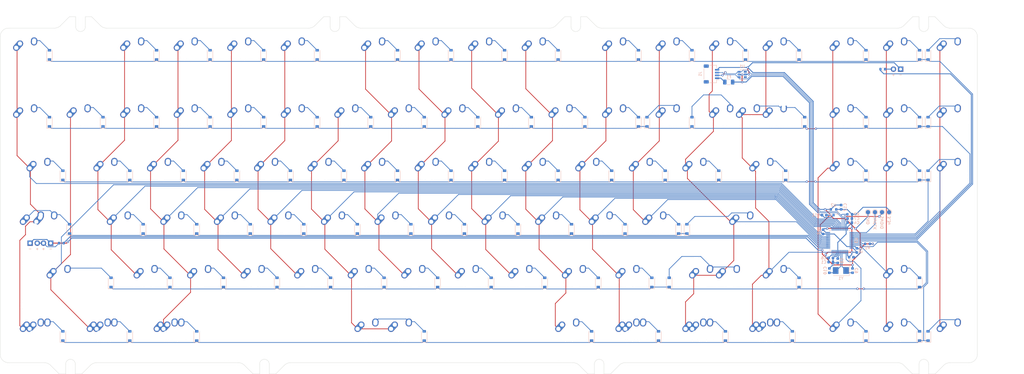
<source format=kicad_pcb>
(kicad_pcb (version 20171130) (host pcbnew 5.1.10)
  (layers (0 F.Cu signal) (31 B.Cu signal) (34 B.Paste user) (35 F.Paste user) (36 B.SilkS user) (37 F.SilkS user) (38 B.Mask user) (39 F.Mask user) (44 Edge.Cuts user))
  (net 0 "")
  (net 1 col0)
  (net 2 col1)
  (net 3 col2)
  (net 4 col3)
  (net 5 col4)
  (net 6 col5)
  (net 7 col6)
  (net 8 col7)
  (net 9 col8)
  (net 10 col9)
  (net 11 col10)
  (net 12 col11)
  (net 13 col12)
  (net 14 col13)
  (net 15 col14)
  (net 16 col15)
  (net 17 col16)
  (net 18 col17)
  (net 19 row0)
  (net 20 row1)
  (net 21 row2)
  (net 22 row3)
  (net 23 row4)
  (net 24 row5)
  (net 25 "Net-(D_0-Pad2)")
  (net 26 "Net-(D_1-Pad2)")
  (net 27 "Net-(D_2-Pad2)")
  (net 28 "Net-(D_3-Pad2)")
  (net 29 "Net-(D_4-Pad2)")
  (net 30 "Net-(D_5-Pad2)")
  (net 31 "Net-(D_6-Pad2)")
  (net 32 "Net-(D_7-Pad2)")
  (net 33 "Net-(D_8-Pad2)")
  (net 34 "Net-(D_9-Pad2)")
  (net 35 "Net-(D_10-Pad2)")
  (net 36 "Net-(D_11-Pad2)")
  (net 37 "Net-(D_12-Pad2)")
  (net 38 "Net-(D_13-Pad2)")
  (net 39 "Net-(D_14-Pad2)")
  (net 40 "Net-(D_15-Pad2)")
  (net 41 "Net-(D_16-Pad2)")
  (net 42 "Net-(D_17-Pad2)")
  (net 43 "Net-(D_18-Pad2)")
  (net 44 "Net-(D_19-Pad2)")
  (net 45 "Net-(D_20-Pad2)")
  (net 46 "Net-(D_21-Pad2)")
  (net 47 "Net-(D_22-Pad2)")
  (net 48 "Net-(D_23-Pad2)")
  (net 49 "Net-(D_24-Pad2)")
  (net 50 "Net-(D_25-Pad2)")
  (net 51 "Net-(D_26-Pad2)")
  (net 52 "Net-(D_27-Pad2)")
  (net 53 "Net-(D_28-Pad2)")
  (net 54 "Net-(D_29-Pad2)")
  (net 55 "Net-(D_30-Pad2)")
  (net 56 "Net-(D_31-Pad2)")
  (net 57 "Net-(D_32-Pad2)")
  (net 58 "Net-(D_33-Pad2)")
  (net 59 "Net-(D_34-Pad2)")
  (net 60 "Net-(D_35-Pad2)")
  (net 61 "Net-(D_36-Pad2)")
  (net 62 "Net-(D_37-Pad2)")
  (net 63 "Net-(D_38-Pad2)")
  (net 64 "Net-(D_39-Pad2)")
  (net 65 "Net-(D_40-Pad2)")
  (net 66 "Net-(D_41-Pad2)")
  (net 67 "Net-(D_42-Pad2)")
  (net 68 "Net-(D_43-Pad2)")
  (net 69 "Net-(D_44-Pad2)")
  (net 70 "Net-(D_45-Pad2)")
  (net 71 "Net-(D_46-Pad2)")
  (net 72 "Net-(D_47-Pad2)")
  (net 73 "Net-(D_48-Pad2)")
  (net 74 "Net-(D_49-Pad2)")
  (net 75 "Net-(D_50-Pad2)")
  (net 76 "Net-(D_51-Pad2)")
  (net 77 "Net-(D_52-Pad2)")
  (net 78 "Net-(D_53-Pad2)")
  (net 79 "Net-(D_54-Pad2)")
  (net 80 "Net-(D_55-Pad2)")
  (net 81 "Net-(D_56-Pad2)")
  (net 82 "Net-(D_57-Pad2)")
  (net 83 "Net-(D_58-Pad2)")
  (net 84 "Net-(D_59-Pad2)")
  (net 85 "Net-(D_60-Pad2)")
  (net 86 "Net-(D_61-Pad2)")
  (net 87 "Net-(D_62-Pad2)")
  (net 88 "Net-(D_63-Pad2)")
  (net 89 "Net-(D_64-Pad2)")
  (net 90 "Net-(D_65-Pad2)")
  (net 91 "Net-(D_66-Pad2)")
  (net 92 "Net-(D_67-Pad2)")
  (net 93 "Net-(D_68-Pad2)")
  (net 94 "Net-(D_69-Pad2)")
  (net 95 "Net-(D_70-Pad2)")
  (net 96 "Net-(D_71-Pad2)")
  (net 97 "Net-(D_72-Pad2)")
  (net 98 "Net-(D_73-Pad2)")
  (net 99 "Net-(D_74-Pad2)")
  (net 100 "Net-(D_75-Pad2)")
  (net 101 "Net-(D_76-Pad2)")
  (net 102 "Net-(D_77-Pad2)")
  (net 103 "Net-(D_78-Pad2)")
  (net 104 "Net-(D_79-Pad2)")
  (net 105 "Net-(D_80-Pad2)")
  (net 106 "Net-(D_81-Pad2)")
  (net 107 "Net-(D_82-Pad2)")
  (net 108 "Net-(D_83-Pad2)")
  (net 109 "Net-(D_84-Pad2)")
  (net 110 "Net-(D_85-Pad2)")
  (net 111 "Net-(D_86-Pad2)")
  (net 112 "Net-(D_87-Pad2)")
  (net 113 "Net-(D_88-Pad2)")
  (net 114 GND)
  (net 115 VBAT)
  (net 116 NRST)
  (net 117 "Net-(C9-Pad1)")
  (net 118 "Net-(C10-Pad1)")
  (net 119 +5V)
  (net 120 VBUS)
  (net 121 SWDIO)
  (net 122 SWDCLK)
  (net 123 BOOT0)
  (net 124 D+)
  (net 125 D-)
  (net 126 "Net-(U1-Pad3)")
  (net 127 "Net-(U1-Pad1)")
  (net 128 "Net-(U3-Pad22)")
  (net 129 "Net-(U3-Pad11)")
  (net 130 "Net-(U3-Pad10)")
  (net 131 "Net-(U3-Pad4)")
  (net 132 "Net-(U3-Pad3)")
  (net 133 LED_SCROLL)
  (net 134 LED_CAPS)
  (net 135 "Net-(R3-Pad2)")
  (net 136 "Net-(R4-Pad1)")
  (module MX_Alps_Hybrid:MX-1.5U-NoLED (layer F.Cu) (at 271.4625 109.5375)
    (fp_text reference K_185)
    (fp_text value ~1.5)
    (pad "" np_thru_hole circle (at 5.08 0 48.0996) (size 1.75 1.75) (drill 1.75) (layers *.Cu *.Mask))
    (pad "" np_thru_hole circle (at -5.08 0 48.0996) (size 1.75 1.75) (drill 1.75) (layers *.Cu *.Mask))
    (pad 1 thru_hole circle (at -2.5 -4) (size 2.25 2.25) (drill 1.47) (layers *.Cu B.Mask) (net 15 col14))
    (pad "" np_thru_hole circle (at 0 0) (size 3.9878 3.9878) (drill 3.9878) (layers *.Cu *.Mask))
    (pad 1 thru_hole oval (at -3.81 -2.54 48.0996) (size 4.211556 2.25) (drill 1.47 (offset 0.980778 0)) (layers *.Cu B.Mask) (net 15 col14))
    (pad 2 thru_hole circle (at 2.54 -5.08) (size 2.25 2.25) (drill 1.47) (layers *.Cu B.Mask) (net 110 "Net-(D_85-Pad2)"))
    (pad 2 thru_hole oval (at 2.5 -4.5 86.0548) (size 2.831378 2.25) (drill 1.47 (offset 0.290689 0)) (layers *.Cu B.Mask) (net 110 "Net-(D_85-Pad2)"))
  )
  (module MX_Alps_Hybrid:MX-1.5U-NoLED (layer F.Cu) (at 223.8375 109.5375)
    (fp_text reference K_183)
    (fp_text value ~1.5)
    (pad "" np_thru_hole circle (at 5.08 0 48.0996) (size 1.75 1.75) (drill 1.75) (layers *.Cu *.Mask))
    (pad "" np_thru_hole circle (at -5.08 0 48.0996) (size 1.75 1.75) (drill 1.75) (layers *.Cu *.Mask))
    (pad 1 thru_hole circle (at -2.5 -4) (size 2.25 2.25) (drill 1.47) (layers *.Cu B.Mask) (net 12 col11))
    (pad "" np_thru_hole circle (at 0 0) (size 3.9878 3.9878) (drill 3.9878) (layers *.Cu *.Mask))
    (pad 1 thru_hole oval (at -3.81 -2.54 48.0996) (size 4.211556 2.25) (drill 1.47 (offset 0.980778 0)) (layers *.Cu B.Mask) (net 12 col11))
    (pad 2 thru_hole circle (at 2.54 -5.08) (size 2.25 2.25) (drill 1.47) (layers *.Cu B.Mask) (net 108 "Net-(D_83-Pad2)"))
    (pad 2 thru_hole oval (at 2.5 -4.5 86.0548) (size 2.831378 2.25) (drill 1.47 (offset 0.290689 0)) (layers *.Cu B.Mask) (net 108 "Net-(D_83-Pad2)"))
  )
  (module MX_Alps_Hybrid:MX-7U-ReversedStabilizers-NoLED (layer F.Cu) (at 142.875 109.5375)
    (fp_text reference K_181)
    (fp_text value ~7)
    (pad "" np_thru_hole circle (at 57.15 -8.255) (size 3.9878 3.9878) (drill 3.9878) (layers *.Cu *.Mask))
    (pad "" np_thru_hole circle (at -57.15 -8.255) (size 3.9878 3.9878) (drill 3.9878) (layers *.Cu *.Mask))
    (pad "" np_thru_hole circle (at 57.15 6.985) (size 3.048 3.048) (drill 3.048) (layers *.Cu *.Mask))
    (pad "" np_thru_hole circle (at -57.15 6.985) (size 3.048 3.048) (drill 3.048) (layers *.Cu *.Mask))
    (pad "" np_thru_hole circle (at 5.08 0 48.0996) (size 1.75 1.75) (drill 1.75) (layers *.Cu *.Mask))
    (pad "" np_thru_hole circle (at -5.08 0 48.0996) (size 1.75 1.75) (drill 1.75) (layers *.Cu *.Mask))
    (pad 1 thru_hole circle (at -2.5 -4) (size 2.25 2.25) (drill 1.47) (layers *.Cu B.Mask) (net 7 col6))
    (pad "" np_thru_hole circle (at 0 0) (size 3.9878 3.9878) (drill 3.9878) (layers *.Cu *.Mask))
    (pad 1 thru_hole oval (at -3.81 -2.54 48.0996) (size 4.211556 2.25) (drill 1.47 (offset 0.980778 0)) (layers *.Cu B.Mask) (net 7 col6))
    (pad 2 thru_hole circle (at 2.54 -5.08) (size 2.25 2.25) (drill 1.47) (layers *.Cu B.Mask) (net 106 "Net-(D_81-Pad2)"))
    (pad 2 thru_hole oval (at 2.5 -4.5 86.0548) (size 2.831378 2.25) (drill 1.47 (offset 0.290689 0)) (layers *.Cu B.Mask) (net 106 "Net-(D_81-Pad2)"))
  )
  (module MX_Alps_Hybrid:MX-1.5U-NoLED (layer F.Cu) (at 61.9125 109.5375)
    (fp_text reference K_180)
    (fp_text value ~1.5)
    (pad "" np_thru_hole circle (at 5.08 0 48.0996) (size 1.75 1.75) (drill 1.75) (layers *.Cu *.Mask))
    (pad "" np_thru_hole circle (at -5.08 0 48.0996) (size 1.75 1.75) (drill 1.75) (layers *.Cu *.Mask))
    (pad 1 thru_hole circle (at -2.5 -4) (size 2.25 2.25) (drill 1.47) (layers *.Cu B.Mask) (net 4 col3))
    (pad "" np_thru_hole circle (at 0 0) (size 3.9878 3.9878) (drill 3.9878) (layers *.Cu *.Mask))
    (pad 1 thru_hole oval (at -3.81 -2.54 48.0996) (size 4.211556 2.25) (drill 1.47 (offset 0.980778 0)) (layers *.Cu B.Mask) (net 4 col3))
    (pad 2 thru_hole circle (at 2.54 -5.08) (size 2.25 2.25) (drill 1.47) (layers *.Cu B.Mask) (net 105 "Net-(D_80-Pad2)"))
    (pad 2 thru_hole oval (at 2.5 -4.5 86.0548) (size 2.831378 2.25) (drill 1.47 (offset 0.290689 0)) (layers *.Cu B.Mask) (net 105 "Net-(D_80-Pad2)"))
  )
  (module MX_Alps_Hybrid:MX-1.5U-NoLED (layer F.Cu) (at 14.2875 109.5375)
    (fp_text reference K_178)
    (fp_text value ~1.5)
    (pad "" np_thru_hole circle (at 5.08 0 48.0996) (size 1.75 1.75) (drill 1.75) (layers *.Cu *.Mask))
    (pad "" np_thru_hole circle (at -5.08 0 48.0996) (size 1.75 1.75) (drill 1.75) (layers *.Cu *.Mask))
    (pad 1 thru_hole circle (at -2.5 -4) (size 2.25 2.25) (drill 1.47) (layers *.Cu B.Mask) (net 1 col0))
    (pad "" np_thru_hole circle (at 0 0) (size 3.9878 3.9878) (drill 3.9878) (layers *.Cu *.Mask))
    (pad 1 thru_hole oval (at -3.81 -2.54 48.0996) (size 4.211556 2.25) (drill 1.47 (offset 0.980778 0)) (layers *.Cu B.Mask) (net 1 col0))
    (pad 2 thru_hole circle (at 2.54 -5.08) (size 2.25 2.25) (drill 1.47) (layers *.Cu B.Mask) (net 103 "Net-(D_78-Pad2)"))
    (pad 2 thru_hole oval (at 2.5 -4.5 86.0548) (size 2.831378 2.25) (drill 1.47 (offset 0.290689 0)) (layers *.Cu B.Mask) (net 103 "Net-(D_78-Pad2)"))
  )
  (module MX_Alps_Hybrid:MX-2.75U-NoLED (layer F.Cu) (at 259.55625 90.4875)
    (fp_text reference K_175)
    (fp_text value MX-NoLED)
    (pad "" np_thru_hole circle (at 11.938 8.255) (size 3.9878 3.9878) (drill 3.9878) (layers *.Cu *.Mask))
    (pad "" np_thru_hole circle (at -11.938 8.255) (size 3.9878 3.9878) (drill 3.9878) (layers *.Cu *.Mask))
    (pad "" np_thru_hole circle (at 11.938 -6.985) (size 3.048 3.048) (drill 3.048) (layers *.Cu *.Mask))
    (pad "" np_thru_hole circle (at -11.938 -6.985) (size 3.048 3.048) (drill 3.048) (layers *.Cu *.Mask))
    (pad "" np_thru_hole circle (at 5.08 0 48.0996) (size 1.75 1.75) (drill 1.75) (layers *.Cu *.Mask))
    (pad "" np_thru_hole circle (at -5.08 0 48.0996) (size 1.75 1.75) (drill 1.75) (layers *.Cu *.Mask))
    (pad 1 thru_hole circle (at -2.5 -4) (size 2.25 2.25) (drill 1.47) (layers *.Cu B.Mask) (net 14 col13))
    (pad "" np_thru_hole circle (at 0 0) (size 3.9878 3.9878) (drill 3.9878) (layers *.Cu *.Mask))
    (pad 1 thru_hole oval (at -3.81 -2.54 48.0996) (size 4.211556 2.25) (drill 1.47 (offset 0.980778 0)) (layers *.Cu B.Mask) (net 14 col13))
    (pad 2 thru_hole circle (at 2.54 -5.08) (size 2.25 2.25) (drill 1.47) (layers *.Cu B.Mask) (net 100 "Net-(D_75-Pad2)"))
    (pad 2 thru_hole oval (at 2.5 -4.5 86.0548) (size 2.831378 2.25) (drill 1.47 (offset 0.290689 0)) (layers *.Cu B.Mask) (net 100 "Net-(D_75-Pad2)"))
  )
  (module MX_Alps_Hybrid:MX-1.25U-FLIPPED (layer F.Cu) (at 11.90625 71.4375)
    (fp_text reference K_151)
    (fp_text value MX-NoLED)
    (pad "" np_thru_hole circle (at 5.08 0 48.0996) (size 1.75 1.75) (drill 1.75) (layers *.Cu *.Mask))
    (pad "" np_thru_hole circle (at -5.08 0 48.0996) (size 1.75 1.75) (drill 1.75) (layers *.Cu *.Mask))
    (pad 4 thru_hole rect (at -1.27 5.08) (size 1.905 1.905) (drill 1.04) (layers *.Cu B.Mask) (net 114 GND))
    (pad 3 thru_hole circle (at 1.27 5.08) (size 1.905 1.905) (drill 1.04) (layers *.Cu B.Mask) (net 134 LED_CAPS))
    (pad 1 thru_hole circle (at -2.5 -4) (size 2.25 2.25) (drill 1.47) (layers *.Cu B.Mask) (net 76 "Net-(D_51-Pad2)"))
    (pad "" np_thru_hole circle (at 0 0) (size 3.9878 3.9878) (drill 3.9878) (layers *.Cu *.Mask))
    (pad 1 thru_hole oval (at -3.81 -2.54 48.0996) (size 4.211556 2.25) (drill 1.47 (offset 0.980778 0)) (layers *.Cu B.Mask) (net 76 "Net-(D_51-Pad2)"))
    (pad 2 thru_hole circle (at 2.54 -5.08) (size 2.25 2.25) (drill 1.47) (layers *.Cu B.Mask) (net 1 col0))
    (pad 2 thru_hole oval (at 2.5 -4.5 86.0548) (size 2.831378 2.25) (drill 1.47 (offset 0.290689 0)) (layers *.Cu B.Mask) (net 1 col0))
  )
  (module MX_Alps_Hybrid:MX-2U-NoLED (layer F.Cu) (at 266.7 33.3375)
    (fp_text reference K_130)
    (fp_text value MX-NoLED)
    (pad "" np_thru_hole circle (at 11.938 8.255) (size 3.9878 3.9878) (drill 3.9878) (layers *.Cu *.Mask))
    (pad "" np_thru_hole circle (at -11.938 8.255) (size 3.9878 3.9878) (drill 3.9878) (layers *.Cu *.Mask))
    (pad "" np_thru_hole circle (at 11.938 -6.985) (size 3.048 3.048) (drill 3.048) (layers *.Cu *.Mask))
    (pad "" np_thru_hole circle (at -11.938 -6.985) (size 3.048 3.048) (drill 3.048) (layers *.Cu *.Mask))
    (pad "" np_thru_hole circle (at 5.08 0 48.0996) (size 1.75 1.75) (drill 1.75) (layers *.Cu *.Mask))
    (pad "" np_thru_hole circle (at -5.08 0 48.0996) (size 1.75 1.75) (drill 1.75) (layers *.Cu *.Mask))
    (pad 1 thru_hole circle (at -2.5 -4) (size 2.25 2.25) (drill 1.47) (layers *.Cu B.Mask) (net 15 col14))
    (pad "" np_thru_hole circle (at 0 0) (size 3.9878 3.9878) (drill 3.9878) (layers *.Cu *.Mask))
    (pad 1 thru_hole oval (at -3.81 -2.54 48.0996) (size 4.211556 2.25) (drill 1.47 (offset 0.980778 0)) (layers *.Cu B.Mask) (net 15 col14))
    (pad 2 thru_hole circle (at 2.54 -5.08) (size 2.25 2.25) (drill 1.47) (layers *.Cu B.Mask) (net 55 "Net-(D_30-Pad2)"))
    (pad 2 thru_hole oval (at 2.5 -4.5 86.0548) (size 2.831378 2.25) (drill 1.47 (offset 0.290689 0)) (layers *.Cu B.Mask) (net 55 "Net-(D_30-Pad2)"))
  )
  (module MX_Alps_Hybrid:MX-1.25U-NoLED (layer F.Cu) (at 273.84375 109.5375)
    (fp_text reference K_85)
    (fp_text value 1.25)
    (pad "" np_thru_hole circle (at 5.08 0 48.0996) (size 1.75 1.75) (drill 1.75) (layers *.Cu *.Mask))
    (pad "" np_thru_hole circle (at -5.08 0 48.0996) (size 1.75 1.75) (drill 1.75) (layers *.Cu *.Mask))
    (pad 1 thru_hole circle (at -2.5 -4) (size 2.25 2.25) (drill 1.47) (layers *.Cu B.Mask) (net 15 col14))
    (pad "" np_thru_hole circle (at 0 0) (size 3.9878 3.9878) (drill 3.9878) (layers *.Cu *.Mask))
    (pad 1 thru_hole oval (at -3.81 -2.54 48.0996) (size 4.211556 2.25) (drill 1.47 (offset 0.980778 0)) (layers *.Cu B.Mask) (net 15 col14))
    (pad 2 thru_hole circle (at 2.54 -5.08) (size 2.25 2.25) (drill 1.47) (layers *.Cu B.Mask) (net 110 "Net-(D_85-Pad2)"))
    (pad 2 thru_hole oval (at 2.5 -4.5 86.0548) (size 2.831378 2.25) (drill 1.47 (offset 0.290689 0)) (layers *.Cu B.Mask) (net 110 "Net-(D_85-Pad2)"))
  )
  (module MX_Alps_Hybrid:MX-1.25U-NoLED (layer F.Cu) (at 250.03125 109.5375)
    (fp_text reference K_84)
    (fp_text value 1.25)
    (pad "" np_thru_hole circle (at 5.08 0 48.0996) (size 1.75 1.75) (drill 1.75) (layers *.Cu *.Mask))
    (pad "" np_thru_hole circle (at -5.08 0 48.0996) (size 1.75 1.75) (drill 1.75) (layers *.Cu *.Mask))
    (pad 1 thru_hole circle (at -2.5 -4) (size 2.25 2.25) (drill 1.47) (layers *.Cu B.Mask) (net 14 col13))
    (pad "" np_thru_hole circle (at 0 0) (size 3.9878 3.9878) (drill 3.9878) (layers *.Cu *.Mask))
    (pad 1 thru_hole oval (at -3.81 -2.54 48.0996) (size 4.211556 2.25) (drill 1.47 (offset 0.980778 0)) (layers *.Cu B.Mask) (net 14 col13))
    (pad 2 thru_hole circle (at 2.54 -5.08) (size 2.25 2.25) (drill 1.47) (layers *.Cu B.Mask) (net 109 "Net-(D_84-Pad2)"))
    (pad 2 thru_hole oval (at 2.5 -4.5 86.0548) (size 2.831378 2.25) (drill 1.47 (offset 0.290689 0)) (layers *.Cu B.Mask) (net 109 "Net-(D_84-Pad2)"))
  )
  (module MX_Alps_Hybrid:MX-1.25U-NoLED (layer F.Cu) (at 226.21875 109.5375)
    (fp_text reference K_83)
    (fp_text value 1.25)
    (pad "" np_thru_hole circle (at 5.08 0 48.0996) (size 1.75 1.75) (drill 1.75) (layers *.Cu *.Mask))
    (pad "" np_thru_hole circle (at -5.08 0 48.0996) (size 1.75 1.75) (drill 1.75) (layers *.Cu *.Mask))
    (pad 1 thru_hole circle (at -2.5 -4) (size 2.25 2.25) (drill 1.47) (layers *.Cu B.Mask) (net 12 col11))
    (pad "" np_thru_hole circle (at 0 0) (size 3.9878 3.9878) (drill 3.9878) (layers *.Cu *.Mask))
    (pad 1 thru_hole oval (at -3.81 -2.54 48.0996) (size 4.211556 2.25) (drill 1.47 (offset 0.980778 0)) (layers *.Cu B.Mask) (net 12 col11))
    (pad 2 thru_hole circle (at 2.54 -5.08) (size 2.25 2.25) (drill 1.47) (layers *.Cu B.Mask) (net 108 "Net-(D_83-Pad2)"))
    (pad 2 thru_hole oval (at 2.5 -4.5 86.0548) (size 2.831378 2.25) (drill 1.47 (offset 0.290689 0)) (layers *.Cu B.Mask) (net 108 "Net-(D_83-Pad2)"))
  )
  (module MX_Alps_Hybrid:MX-1.25U-NoLED (layer F.Cu) (at 202.40625 109.5375)
    (fp_text reference K_82)
    (fp_text value 1.25)
    (pad "" np_thru_hole circle (at 5.08 0 48.0996) (size 1.75 1.75) (drill 1.75) (layers *.Cu *.Mask))
    (pad "" np_thru_hole circle (at -5.08 0 48.0996) (size 1.75 1.75) (drill 1.75) (layers *.Cu *.Mask))
    (pad 1 thru_hole circle (at -2.5 -4) (size 2.25 2.25) (drill 1.47) (layers *.Cu B.Mask) (net 11 col10))
    (pad "" np_thru_hole circle (at 0 0) (size 3.9878 3.9878) (drill 3.9878) (layers *.Cu *.Mask))
    (pad 1 thru_hole oval (at -3.81 -2.54 48.0996) (size 4.211556 2.25) (drill 1.47 (offset 0.980778 0)) (layers *.Cu B.Mask) (net 11 col10))
    (pad 2 thru_hole circle (at 2.54 -5.08) (size 2.25 2.25) (drill 1.47) (layers *.Cu B.Mask) (net 107 "Net-(D_82-Pad2)"))
    (pad 2 thru_hole oval (at 2.5 -4.5 86.0548) (size 2.831378 2.25) (drill 1.47 (offset 0.290689 0)) (layers *.Cu B.Mask) (net 107 "Net-(D_82-Pad2)"))
  )
  (module MX_Alps_Hybrid:MX-6.25U-ReversedStabilizers-NoLED (layer F.Cu) (at 130.96875 109.5375)
    (fp_text reference K_81)
    (fp_text value 6.25)
    (pad "" np_thru_hole circle (at 49.9999 -8.255) (size 3.9878 3.9878) (drill 3.9878) (layers *.Cu *.Mask))
    (pad "" np_thru_hole circle (at -49.9999 -8.255) (size 3.9878 3.9878) (drill 3.9878) (layers *.Cu *.Mask))
    (pad "" np_thru_hole circle (at 49.9999 6.985) (size 3.048 3.048) (drill 3.048) (layers *.Cu *.Mask))
    (pad "" np_thru_hole circle (at -49.9999 6.985) (size 3.048 3.048) (drill 3.048) (layers *.Cu *.Mask))
    (pad "" np_thru_hole circle (at 5.08 0 48.0996) (size 1.75 1.75) (drill 1.75) (layers *.Cu *.Mask))
    (pad "" np_thru_hole circle (at -5.08 0 48.0996) (size 1.75 1.75) (drill 1.75) (layers *.Cu *.Mask))
    (pad 1 thru_hole circle (at -2.5 -4) (size 2.25 2.25) (drill 1.47) (layers *.Cu B.Mask) (net 7 col6))
    (pad "" np_thru_hole circle (at 0 0) (size 3.9878 3.9878) (drill 3.9878) (layers *.Cu *.Mask))
    (pad 1 thru_hole oval (at -3.81 -2.54 48.0996) (size 4.211556 2.25) (drill 1.47 (offset 0.980778 0)) (layers *.Cu B.Mask) (net 7 col6))
    (pad 2 thru_hole circle (at 2.54 -5.08) (size 2.25 2.25) (drill 1.47) (layers *.Cu B.Mask) (net 106 "Net-(D_81-Pad2)"))
    (pad 2 thru_hole oval (at 2.5 -4.5 86.0548) (size 2.831378 2.25) (drill 1.47 (offset 0.290689 0)) (layers *.Cu B.Mask) (net 106 "Net-(D_81-Pad2)"))
  )
  (module MX_Alps_Hybrid:MX-1.25U-NoLED (layer F.Cu) (at 59.53125 109.5375)
    (fp_text reference K_80)
    (fp_text value 1.25)
    (pad "" np_thru_hole circle (at 5.08 0 48.0996) (size 1.75 1.75) (drill 1.75) (layers *.Cu *.Mask))
    (pad "" np_thru_hole circle (at -5.08 0 48.0996) (size 1.75 1.75) (drill 1.75) (layers *.Cu *.Mask))
    (pad 1 thru_hole circle (at -2.5 -4) (size 2.25 2.25) (drill 1.47) (layers *.Cu B.Mask) (net 4 col3))
    (pad "" np_thru_hole circle (at 0 0) (size 3.9878 3.9878) (drill 3.9878) (layers *.Cu *.Mask))
    (pad 1 thru_hole oval (at -3.81 -2.54 48.0996) (size 4.211556 2.25) (drill 1.47 (offset 0.980778 0)) (layers *.Cu B.Mask) (net 4 col3))
    (pad 2 thru_hole circle (at 2.54 -5.08) (size 2.25 2.25) (drill 1.47) (layers *.Cu B.Mask) (net 105 "Net-(D_80-Pad2)"))
    (pad 2 thru_hole oval (at 2.5 -4.5 86.0548) (size 2.831378 2.25) (drill 1.47 (offset 0.290689 0)) (layers *.Cu B.Mask) (net 105 "Net-(D_80-Pad2)"))
  )
  (module MX_Alps_Hybrid:MX-1.25U-NoLED (layer F.Cu) (at 35.71875 109.5375)
    (fp_text reference K_79)
    (fp_text value 1.25)
    (pad "" np_thru_hole circle (at 5.08 0 48.0996) (size 1.75 1.75) (drill 1.75) (layers *.Cu *.Mask))
    (pad "" np_thru_hole circle (at -5.08 0 48.0996) (size 1.75 1.75) (drill 1.75) (layers *.Cu *.Mask))
    (pad 1 thru_hole circle (at -2.5 -4) (size 2.25 2.25) (drill 1.47) (layers *.Cu B.Mask) (net 2 col1))
    (pad "" np_thru_hole circle (at 0 0) (size 3.9878 3.9878) (drill 3.9878) (layers *.Cu *.Mask))
    (pad 1 thru_hole oval (at -3.81 -2.54 48.0996) (size 4.211556 2.25) (drill 1.47 (offset 0.980778 0)) (layers *.Cu B.Mask) (net 2 col1))
    (pad 2 thru_hole circle (at 2.54 -5.08) (size 2.25 2.25) (drill 1.47) (layers *.Cu B.Mask) (net 104 "Net-(D_79-Pad2)"))
    (pad 2 thru_hole oval (at 2.5 -4.5 86.0548) (size 2.831378 2.25) (drill 1.47 (offset 0.290689 0)) (layers *.Cu B.Mask) (net 104 "Net-(D_79-Pad2)"))
  )
  (module MX_Alps_Hybrid:MX-1.25U-NoLED (layer F.Cu) (at 11.90625 109.5375)
    (fp_text reference K_78)
    (fp_text value 1.25)
    (pad "" np_thru_hole circle (at 5.08 0 48.0996) (size 1.75 1.75) (drill 1.75) (layers *.Cu *.Mask))
    (pad "" np_thru_hole circle (at -5.08 0 48.0996) (size 1.75 1.75) (drill 1.75) (layers *.Cu *.Mask))
    (pad 1 thru_hole circle (at -2.5 -4) (size 2.25 2.25) (drill 1.47) (layers *.Cu B.Mask) (net 1 col0))
    (pad "" np_thru_hole circle (at 0 0) (size 3.9878 3.9878) (drill 3.9878) (layers *.Cu *.Mask))
    (pad 1 thru_hole oval (at -3.81 -2.54 48.0996) (size 4.211556 2.25) (drill 1.47 (offset 0.980778 0)) (layers *.Cu B.Mask) (net 1 col0))
    (pad 2 thru_hole circle (at 2.54 -5.08) (size 2.25 2.25) (drill 1.47) (layers *.Cu B.Mask) (net 103 "Net-(D_78-Pad2)"))
    (pad 2 thru_hole oval (at 2.5 -4.5 86.0548) (size 2.831378 2.25) (drill 1.47 (offset 0.290689 0)) (layers *.Cu B.Mask) (net 103 "Net-(D_78-Pad2)"))
  )
  (module MX_Alps_Hybrid:MX-1.75U-NoLED (layer F.Cu) (at 250.03125 90.4875)
    (fp_text reference K_75)
    (fp_text value KEYSW)
    (pad "" np_thru_hole circle (at 5.08 0 48.0996) (size 1.75 1.75) (drill 1.75) (layers *.Cu *.Mask))
    (pad "" np_thru_hole circle (at -5.08 0 48.0996) (size 1.75 1.75) (drill 1.75) (layers *.Cu *.Mask))
    (pad 1 thru_hole circle (at -2.5 -4) (size 2.25 2.25) (drill 1.47) (layers *.Cu B.Mask) (net 14 col13))
    (pad "" np_thru_hole circle (at 0 0) (size 3.9878 3.9878) (drill 3.9878) (layers *.Cu *.Mask))
    (pad 1 thru_hole oval (at -3.81 -2.54 48.0996) (size 4.211556 2.25) (drill 1.47 (offset 0.980778 0)) (layers *.Cu B.Mask) (net 14 col13))
    (pad 2 thru_hole circle (at 2.54 -5.08) (size 2.25 2.25) (drill 1.47) (layers *.Cu B.Mask) (net 100 "Net-(D_75-Pad2)"))
    (pad 2 thru_hole oval (at 2.5 -4.5 86.0548) (size 2.831378 2.25) (drill 1.47 (offset 0.290689 0)) (layers *.Cu B.Mask) (net 100 "Net-(D_75-Pad2)"))
  )
  (module MX_Alps_Hybrid:MX-2.25U-NoLED (layer F.Cu) (at 21.43125 90.4875)
    (fp_text reference K_64)
    (fp_text value KEYSW)
    (pad "" np_thru_hole circle (at 11.938 8.255) (size 3.9878 3.9878) (drill 3.9878) (layers *.Cu *.Mask))
    (pad "" np_thru_hole circle (at -11.938 8.255) (size 3.9878 3.9878) (drill 3.9878) (layers *.Cu *.Mask))
    (pad "" np_thru_hole circle (at 11.938 -6.985) (size 3.048 3.048) (drill 3.048) (layers *.Cu *.Mask))
    (pad "" np_thru_hole circle (at -11.938 -6.985) (size 3.048 3.048) (drill 3.048) (layers *.Cu *.Mask))
    (pad "" np_thru_hole circle (at 5.08 0 48.0996) (size 1.75 1.75) (drill 1.75) (layers *.Cu *.Mask))
    (pad "" np_thru_hole circle (at -5.08 0 48.0996) (size 1.75 1.75) (drill 1.75) (layers *.Cu *.Mask))
    (pad 1 thru_hole circle (at -2.5 -4) (size 2.25 2.25) (drill 1.47) (layers *.Cu B.Mask) (net 2 col1))
    (pad "" np_thru_hole circle (at 0 0) (size 3.9878 3.9878) (drill 3.9878) (layers *.Cu *.Mask))
    (pad 1 thru_hole oval (at -3.81 -2.54 48.0996) (size 4.211556 2.25) (drill 1.47 (offset 0.980778 0)) (layers *.Cu B.Mask) (net 2 col1))
    (pad 2 thru_hole circle (at 2.54 -5.08) (size 2.25 2.25) (drill 1.47) (layers *.Cu B.Mask) (net 89 "Net-(D_64-Pad2)"))
    (pad 2 thru_hole oval (at 2.5 -4.5 86.0548) (size 2.831378 2.25) (drill 1.47 (offset 0.290689 0)) (layers *.Cu B.Mask) (net 89 "Net-(D_64-Pad2)"))
  )
  (module MX_Alps_Hybrid:MX-2.25U-NoLED (layer F.Cu) (at 264.31875 71.4375)
    (fp_text reference K_63)
    (fp_text value KEYSW)
    (pad "" np_thru_hole circle (at 11.938 8.255) (size 3.9878 3.9878) (drill 3.9878) (layers *.Cu *.Mask))
    (pad "" np_thru_hole circle (at -11.938 8.255) (size 3.9878 3.9878) (drill 3.9878) (layers *.Cu *.Mask))
    (pad "" np_thru_hole circle (at 11.938 -6.985) (size 3.048 3.048) (drill 3.048) (layers *.Cu *.Mask))
    (pad "" np_thru_hole circle (at -11.938 -6.985) (size 3.048 3.048) (drill 3.048) (layers *.Cu *.Mask))
    (pad "" np_thru_hole circle (at 5.08 0 48.0996) (size 1.75 1.75) (drill 1.75) (layers *.Cu *.Mask))
    (pad "" np_thru_hole circle (at -5.08 0 48.0996) (size 1.75 1.75) (drill 1.75) (layers *.Cu *.Mask))
    (pad 1 thru_hole circle (at -2.5 -4) (size 2.25 2.25) (drill 1.47) (layers *.Cu B.Mask) (net 14 col13))
    (pad "" np_thru_hole circle (at 0 0) (size 3.9878 3.9878) (drill 3.9878) (layers *.Cu *.Mask))
    (pad 1 thru_hole oval (at -3.81 -2.54 48.0996) (size 4.211556 2.25) (drill 1.47 (offset 0.980778 0)) (layers *.Cu B.Mask) (net 14 col13))
    (pad 2 thru_hole circle (at 2.54 -5.08) (size 2.25 2.25) (drill 1.47) (layers *.Cu B.Mask) (net 88 "Net-(D_63-Pad2)"))
    (pad 2 thru_hole oval (at 2.5 -4.5 86.0548) (size 2.831378 2.25) (drill 1.47 (offset 0.290689 0)) (layers *.Cu B.Mask) (net 88 "Net-(D_63-Pad2)"))
  )
  (module MX_Alps_Hybrid:MX-1.75U (layer F.Cu) (at 16.66875 71.4375)
    (fp_text reference K_51)
    (fp_text value KEYSW)
    (pad "" np_thru_hole circle (at 5.08 0 48.0996) (size 1.75 1.75) (drill 1.75) (layers *.Cu *.Mask))
    (pad "" np_thru_hole circle (at -5.08 0 48.0996) (size 1.75 1.75) (drill 1.75) (layers *.Cu *.Mask))
    (pad 4 thru_hole rect (at 1.27 5.08) (size 1.905 1.905) (drill 1.04) (layers *.Cu B.Mask) (net 114 GND))
    (pad 3 thru_hole circle (at -1.27 5.08) (size 1.905 1.905) (drill 1.04) (layers *.Cu B.Mask) (net 134 LED_CAPS))
    (pad 1 thru_hole circle (at -2.5 -4) (size 2.25 2.25) (drill 1.47) (layers *.Cu B.Mask) (net 1 col0))
    (pad "" np_thru_hole circle (at 0 0) (size 3.9878 3.9878) (drill 3.9878) (layers *.Cu *.Mask))
    (pad 1 thru_hole oval (at -3.81 -2.54 48.0996) (size 4.211556 2.25) (drill 1.47 (offset 0.980778 0)) (layers *.Cu B.Mask) (net 1 col0))
    (pad 2 thru_hole circle (at 2.54 -5.08) (size 2.25 2.25) (drill 1.47) (layers *.Cu B.Mask) (net 76 "Net-(D_51-Pad2)"))
    (pad 2 thru_hole oval (at 2.5 -4.5 86.0548) (size 2.831378 2.25) (drill 1.47 (offset 0.290689 0)) (layers *.Cu B.Mask) (net 76 "Net-(D_51-Pad2)"))
  )
  (module MX_Alps_Hybrid:MX-1.5U-NoLED (layer F.Cu) (at 271.4625 52.3875)
    (fp_text reference K_47)
    (fp_text value KEYSW)
    (pad "" np_thru_hole circle (at 5.08 0 48.0996) (size 1.75 1.75) (drill 1.75) (layers *.Cu *.Mask))
    (pad "" np_thru_hole circle (at -5.08 0 48.0996) (size 1.75 1.75) (drill 1.75) (layers *.Cu *.Mask))
    (pad 1 thru_hole circle (at -2.5 -4) (size 2.25 2.25) (drill 1.47) (layers *.Cu B.Mask) (net 15 col14))
    (pad "" np_thru_hole circle (at 0 0) (size 3.9878 3.9878) (drill 3.9878) (layers *.Cu *.Mask))
    (pad 1 thru_hole oval (at -3.81 -2.54 48.0996) (size 4.211556 2.25) (drill 1.47 (offset 0.980778 0)) (layers *.Cu B.Mask) (net 15 col14))
    (pad 2 thru_hole circle (at 2.54 -5.08) (size 2.25 2.25) (drill 1.47) (layers *.Cu B.Mask) (net 72 "Net-(D_47-Pad2)"))
    (pad 2 thru_hole oval (at 2.5 -4.5 86.0548) (size 2.831378 2.25) (drill 1.47 (offset 0.290689 0)) (layers *.Cu B.Mask) (net 72 "Net-(D_47-Pad2)"))
  )
  (module MX_Alps_Hybrid:MX-1.5U-NoLED (layer F.Cu) (at 14.2875 52.3875)
    (fp_text reference K_34)
    (fp_text value KEYSW)
    (pad "" np_thru_hole circle (at 5.08 0 48.0996) (size 1.75 1.75) (drill 1.75) (layers *.Cu *.Mask))
    (pad "" np_thru_hole circle (at -5.08 0 48.0996) (size 1.75 1.75) (drill 1.75) (layers *.Cu *.Mask))
    (pad 1 thru_hole circle (at -2.5 -4) (size 2.25 2.25) (drill 1.47) (layers *.Cu B.Mask) (net 1 col0))
    (pad "" np_thru_hole circle (at 0 0) (size 3.9878 3.9878) (drill 3.9878) (layers *.Cu *.Mask))
    (pad 1 thru_hole oval (at -3.81 -2.54 48.0996) (size 4.211556 2.25) (drill 1.47 (offset 0.980778 0)) (layers *.Cu B.Mask) (net 1 col0))
    (pad 2 thru_hole circle (at 2.54 -5.08) (size 2.25 2.25) (drill 1.47) (layers *.Cu B.Mask) (net 59 "Net-(D_34-Pad2)"))
    (pad 2 thru_hole oval (at 2.5 -4.5 86.0548) (size 2.831378 2.25) (drill 1.47 (offset 0.290689 0)) (layers *.Cu B.Mask) (net 59 "Net-(D_34-Pad2)"))
  )
  (module MX_Alps_Hybrid:MX-1U (layer F.Cu) (at 319.0875 9.525)
    (fp_text reference K_14)
    (fp_text value KEYSW)
    (pad "" np_thru_hole circle (at 5.08 0 48.0996) (size 1.75 1.75) (drill 1.75) (layers *.Cu *.Mask))
    (pad "" np_thru_hole circle (at -5.08 0 48.0996) (size 1.75 1.75) (drill 1.75) (layers *.Cu *.Mask))
    (pad 4 thru_hole rect (at 1.27 5.08) (size 1.905 1.905) (drill 1.04) (layers *.Cu B.Mask) (net 114 GND))
    (pad 3 thru_hole circle (at -1.27 5.08) (size 1.905 1.905) (drill 1.04) (layers *.Cu B.Mask) (net 133 LED_SCROLL))
    (pad 1 thru_hole circle (at -2.5 -4) (size 2.25 2.25) (drill 1.47) (layers *.Cu B.Mask) (net 17 col16))
    (pad "" np_thru_hole circle (at 0 0) (size 3.9878 3.9878) (drill 3.9878) (layers *.Cu *.Mask))
    (pad 1 thru_hole oval (at -3.81 -2.54 48.0996) (size 4.211556 2.25) (drill 1.47 (offset 0.980778 0)) (layers *.Cu B.Mask) (net 17 col16))
    (pad 2 thru_hole circle (at 2.54 -5.08) (size 2.25 2.25) (drill 1.47) (layers *.Cu B.Mask) (net 39 "Net-(D_14-Pad2)"))
    (pad 2 thru_hole oval (at 2.5 -4.5 86.0548) (size 2.831378 2.25) (drill 1.47 (offset 0.290689 0)) (layers *.Cu B.Mask) (net 39 "Net-(D_14-Pad2)"))
  )
  (module MX_Alps_Hybrid:MX-1U-NoLED (layer F.Cu) (at 247.65 109.5375)
    (fp_text reference K_184)
    (fp_text value ~1)
    (pad "" np_thru_hole circle (at 5.08 0 48.0996) (size 1.75 1.75) (drill 1.75) (layers *.Cu *.Mask))
    (pad "" np_thru_hole circle (at -5.08 0 48.0996) (size 1.75 1.75) (drill 1.75) (layers *.Cu *.Mask))
    (pad 1 thru_hole circle (at -2.5 -4) (size 2.25 2.25) (drill 1.47) (layers *.Cu B.Mask) (net 14 col13))
    (pad "" np_thru_hole circle (at 0 0) (size 3.9878 3.9878) (drill 3.9878) (layers *.Cu *.Mask))
    (pad 1 thru_hole oval (at -3.81 -2.54 48.0996) (size 4.211556 2.25) (drill 1.47 (offset 0.980778 0)) (layers *.Cu B.Mask) (net 14 col13))
    (pad 2 thru_hole circle (at 2.54 -5.08) (size 2.25 2.25) (drill 1.47) (layers *.Cu B.Mask) (net 109 "Net-(D_84-Pad2)"))
    (pad 2 thru_hole oval (at 2.5 -4.5 86.0548) (size 2.831378 2.25) (drill 1.47 (offset 0.290689 0)) (layers *.Cu B.Mask) (net 109 "Net-(D_84-Pad2)"))
  )
  (module MX_Alps_Hybrid:MX-1U-NoLED (layer F.Cu) (at 38.1 109.5375)
    (fp_text reference K_179)
    (fp_text value ~1)
    (pad "" np_thru_hole circle (at 5.08 0 48.0996) (size 1.75 1.75) (drill 1.75) (layers *.Cu *.Mask))
    (pad "" np_thru_hole circle (at -5.08 0 48.0996) (size 1.75 1.75) (drill 1.75) (layers *.Cu *.Mask))
    (pad 1 thru_hole circle (at -2.5 -4) (size 2.25 2.25) (drill 1.47) (layers *.Cu B.Mask) (net 2 col1))
    (pad "" np_thru_hole circle (at 0 0) (size 3.9878 3.9878) (drill 3.9878) (layers *.Cu *.Mask))
    (pad 1 thru_hole oval (at -3.81 -2.54 48.0996) (size 4.211556 2.25) (drill 1.47 (offset 0.980778 0)) (layers *.Cu B.Mask) (net 2 col1))
    (pad 2 thru_hole circle (at 2.54 -5.08) (size 2.25 2.25) (drill 1.47) (layers *.Cu B.Mask) (net 104 "Net-(D_79-Pad2)"))
    (pad 2 thru_hole oval (at 2.5 -4.5 86.0548) (size 2.831378 2.25) (drill 1.47 (offset 0.290689 0)) (layers *.Cu B.Mask) (net 104 "Net-(D_79-Pad2)"))
  )
  (module MX_Alps_Hybrid:MX-1U-NoLED (layer F.Cu) (at 338.1375 109.5375)
    (fp_text reference K_88)
    (fp_text value KEYSW)
    (pad "" np_thru_hole circle (at 5.08 0 48.0996) (size 1.75 1.75) (drill 1.75) (layers *.Cu *.Mask))
    (pad "" np_thru_hole circle (at -5.08 0 48.0996) (size 1.75 1.75) (drill 1.75) (layers *.Cu *.Mask))
    (pad 1 thru_hole circle (at -2.5 -4) (size 2.25 2.25) (drill 1.47) (layers *.Cu B.Mask) (net 18 col17))
    (pad "" np_thru_hole circle (at 0 0) (size 3.9878 3.9878) (drill 3.9878) (layers *.Cu *.Mask))
    (pad 1 thru_hole oval (at -3.81 -2.54 48.0996) (size 4.211556 2.25) (drill 1.47 (offset 0.980778 0)) (layers *.Cu B.Mask) (net 18 col17))
    (pad 2 thru_hole circle (at 2.54 -5.08) (size 2.25 2.25) (drill 1.47) (layers *.Cu B.Mask) (net 113 "Net-(D_88-Pad2)"))
    (pad 2 thru_hole oval (at 2.5 -4.5 86.0548) (size 2.831378 2.25) (drill 1.47 (offset 0.290689 0)) (layers *.Cu B.Mask) (net 113 "Net-(D_88-Pad2)"))
  )
  (module MX_Alps_Hybrid:MX-1U-NoLED (layer F.Cu) (at 319.0875 109.5375)
    (fp_text reference K_87)
    (fp_text value KEYSW)
    (pad "" np_thru_hole circle (at 5.08 0 48.0996) (size 1.75 1.75) (drill 1.75) (layers *.Cu *.Mask))
    (pad "" np_thru_hole circle (at -5.08 0 48.0996) (size 1.75 1.75) (drill 1.75) (layers *.Cu *.Mask))
    (pad 1 thru_hole circle (at -2.5 -4) (size 2.25 2.25) (drill 1.47) (layers *.Cu B.Mask) (net 17 col16))
    (pad "" np_thru_hole circle (at 0 0) (size 3.9878 3.9878) (drill 3.9878) (layers *.Cu *.Mask))
    (pad 1 thru_hole oval (at -3.81 -2.54 48.0996) (size 4.211556 2.25) (drill 1.47 (offset 0.980778 0)) (layers *.Cu B.Mask) (net 17 col16))
    (pad 2 thru_hole circle (at 2.54 -5.08) (size 2.25 2.25) (drill 1.47) (layers *.Cu B.Mask) (net 112 "Net-(D_87-Pad2)"))
    (pad 2 thru_hole oval (at 2.5 -4.5 86.0548) (size 2.831378 2.25) (drill 1.47 (offset 0.290689 0)) (layers *.Cu B.Mask) (net 112 "Net-(D_87-Pad2)"))
  )
  (module MX_Alps_Hybrid:MX-1U-NoLED (layer F.Cu) (at 300.0375 109.5375)
    (fp_text reference K_86)
    (fp_text value KEYSW)
    (pad "" np_thru_hole circle (at 5.08 0 48.0996) (size 1.75 1.75) (drill 1.75) (layers *.Cu *.Mask))
    (pad "" np_thru_hole circle (at -5.08 0 48.0996) (size 1.75 1.75) (drill 1.75) (layers *.Cu *.Mask))
    (pad 1 thru_hole circle (at -2.5 -4) (size 2.25 2.25) (drill 1.47) (layers *.Cu B.Mask) (net 16 col15))
    (pad "" np_thru_hole circle (at 0 0) (size 3.9878 3.9878) (drill 3.9878) (layers *.Cu *.Mask))
    (pad 1 thru_hole oval (at -3.81 -2.54 48.0996) (size 4.211556 2.25) (drill 1.47 (offset 0.980778 0)) (layers *.Cu B.Mask) (net 16 col15))
    (pad 2 thru_hole circle (at 2.54 -5.08) (size 2.25 2.25) (drill 1.47) (layers *.Cu B.Mask) (net 111 "Net-(D_86-Pad2)"))
    (pad 2 thru_hole oval (at 2.5 -4.5 86.0548) (size 2.831378 2.25) (drill 1.47 (offset 0.290689 0)) (layers *.Cu B.Mask) (net 111 "Net-(D_86-Pad2)"))
  )
  (module MX_Alps_Hybrid:MX-1U-NoLED (layer F.Cu) (at 319.0875 90.4875)
    (fp_text reference K_77)
    (fp_text value KEYSW)
    (pad "" np_thru_hole circle (at 5.08 0 48.0996) (size 1.75 1.75) (drill 1.75) (layers *.Cu *.Mask))
    (pad "" np_thru_hole circle (at -5.08 0 48.0996) (size 1.75 1.75) (drill 1.75) (layers *.Cu *.Mask))
    (pad 1 thru_hole circle (at -2.5 -4) (size 2.25 2.25) (drill 1.47) (layers *.Cu B.Mask) (net 17 col16))
    (pad "" np_thru_hole circle (at 0 0) (size 3.9878 3.9878) (drill 3.9878) (layers *.Cu *.Mask))
    (pad 1 thru_hole oval (at -3.81 -2.54 48.0996) (size 4.211556 2.25) (drill 1.47 (offset 0.980778 0)) (layers *.Cu B.Mask) (net 17 col16))
    (pad 2 thru_hole circle (at 2.54 -5.08) (size 2.25 2.25) (drill 1.47) (layers *.Cu B.Mask) (net 102 "Net-(D_77-Pad2)"))
    (pad 2 thru_hole oval (at 2.5 -4.5 86.0548) (size 2.831378 2.25) (drill 1.47 (offset 0.290689 0)) (layers *.Cu B.Mask) (net 102 "Net-(D_77-Pad2)"))
  )
  (module MX_Alps_Hybrid:MX-1U-NoLED (layer F.Cu) (at 276.225 90.4875)
    (fp_text reference K_76)
    (fp_text value KEYSW)
    (pad "" np_thru_hole circle (at 5.08 0 48.0996) (size 1.75 1.75) (drill 1.75) (layers *.Cu *.Mask))
    (pad "" np_thru_hole circle (at -5.08 0 48.0996) (size 1.75 1.75) (drill 1.75) (layers *.Cu *.Mask))
    (pad 1 thru_hole circle (at -2.5 -4) (size 2.25 2.25) (drill 1.47) (layers *.Cu B.Mask) (net 15 col14))
    (pad "" np_thru_hole circle (at 0 0) (size 3.9878 3.9878) (drill 3.9878) (layers *.Cu *.Mask))
    (pad 1 thru_hole oval (at -3.81 -2.54 48.0996) (size 4.211556 2.25) (drill 1.47 (offset 0.980778 0)) (layers *.Cu B.Mask) (net 15 col14))
    (pad 2 thru_hole circle (at 2.54 -5.08) (size 2.25 2.25) (drill 1.47) (layers *.Cu B.Mask) (net 101 "Net-(D_76-Pad2)"))
    (pad 2 thru_hole oval (at 2.5 -4.5 86.0548) (size 2.831378 2.25) (drill 1.47 (offset 0.290689 0)) (layers *.Cu B.Mask) (net 101 "Net-(D_76-Pad2)"))
  )
  (module MX_Alps_Hybrid:MX-1U-NoLED (layer F.Cu) (at 223.8375 90.4875)
    (fp_text reference K_74)
    (fp_text value KEYSW)
    (pad "" np_thru_hole circle (at 5.08 0 48.0996) (size 1.75 1.75) (drill 1.75) (layers *.Cu *.Mask))
    (pad "" np_thru_hole circle (at -5.08 0 48.0996) (size 1.75 1.75) (drill 1.75) (layers *.Cu *.Mask))
    (pad 1 thru_hole circle (at -2.5 -4) (size 2.25 2.25) (drill 1.47) (layers *.Cu B.Mask) (net 12 col11))
    (pad "" np_thru_hole circle (at 0 0) (size 3.9878 3.9878) (drill 3.9878) (layers *.Cu *.Mask))
    (pad 1 thru_hole oval (at -3.81 -2.54 48.0996) (size 4.211556 2.25) (drill 1.47 (offset 0.980778 0)) (layers *.Cu B.Mask) (net 12 col11))
    (pad 2 thru_hole circle (at 2.54 -5.08) (size 2.25 2.25) (drill 1.47) (layers *.Cu B.Mask) (net 99 "Net-(D_74-Pad2)"))
    (pad 2 thru_hole oval (at 2.5 -4.5 86.0548) (size 2.831378 2.25) (drill 1.47 (offset 0.290689 0)) (layers *.Cu B.Mask) (net 99 "Net-(D_74-Pad2)"))
  )
  (module MX_Alps_Hybrid:MX-1U-NoLED (layer F.Cu) (at 204.7875 90.4875)
    (fp_text reference K_73)
    (fp_text value KEYSW)
    (pad "" np_thru_hole circle (at 5.08 0 48.0996) (size 1.75 1.75) (drill 1.75) (layers *.Cu *.Mask))
    (pad "" np_thru_hole circle (at -5.08 0 48.0996) (size 1.75 1.75) (drill 1.75) (layers *.Cu *.Mask))
    (pad 1 thru_hole circle (at -2.5 -4) (size 2.25 2.25) (drill 1.47) (layers *.Cu B.Mask) (net 11 col10))
    (pad "" np_thru_hole circle (at 0 0) (size 3.9878 3.9878) (drill 3.9878) (layers *.Cu *.Mask))
    (pad 1 thru_hole oval (at -3.81 -2.54 48.0996) (size 4.211556 2.25) (drill 1.47 (offset 0.980778 0)) (layers *.Cu B.Mask) (net 11 col10))
    (pad 2 thru_hole circle (at 2.54 -5.08) (size 2.25 2.25) (drill 1.47) (layers *.Cu B.Mask) (net 98 "Net-(D_73-Pad2)"))
    (pad 2 thru_hole oval (at 2.5 -4.5 86.0548) (size 2.831378 2.25) (drill 1.47 (offset 0.290689 0)) (layers *.Cu B.Mask) (net 98 "Net-(D_73-Pad2)"))
  )
  (module MX_Alps_Hybrid:MX-1U-NoLED (layer F.Cu) (at 185.7375 90.4875)
    (fp_text reference K_72)
    (fp_text value KEYSW)
    (pad "" np_thru_hole circle (at 5.08 0 48.0996) (size 1.75 1.75) (drill 1.75) (layers *.Cu *.Mask))
    (pad "" np_thru_hole circle (at -5.08 0 48.0996) (size 1.75 1.75) (drill 1.75) (layers *.Cu *.Mask))
    (pad 1 thru_hole circle (at -2.5 -4) (size 2.25 2.25) (drill 1.47) (layers *.Cu B.Mask) (net 10 col9))
    (pad "" np_thru_hole circle (at 0 0) (size 3.9878 3.9878) (drill 3.9878) (layers *.Cu *.Mask))
    (pad 1 thru_hole oval (at -3.81 -2.54 48.0996) (size 4.211556 2.25) (drill 1.47 (offset 0.980778 0)) (layers *.Cu B.Mask) (net 10 col9))
    (pad 2 thru_hole circle (at 2.54 -5.08) (size 2.25 2.25) (drill 1.47) (layers *.Cu B.Mask) (net 97 "Net-(D_72-Pad2)"))
    (pad 2 thru_hole oval (at 2.5 -4.5 86.0548) (size 2.831378 2.25) (drill 1.47 (offset 0.290689 0)) (layers *.Cu B.Mask) (net 97 "Net-(D_72-Pad2)"))
  )
  (module MX_Alps_Hybrid:MX-1U-NoLED (layer F.Cu) (at 166.6875 90.4875)
    (fp_text reference K_71)
    (fp_text value KEYSW)
    (pad "" np_thru_hole circle (at 5.08 0 48.0996) (size 1.75 1.75) (drill 1.75) (layers *.Cu *.Mask))
    (pad "" np_thru_hole circle (at -5.08 0 48.0996) (size 1.75 1.75) (drill 1.75) (layers *.Cu *.Mask))
    (pad 1 thru_hole circle (at -2.5 -4) (size 2.25 2.25) (drill 1.47) (layers *.Cu B.Mask) (net 9 col8))
    (pad "" np_thru_hole circle (at 0 0) (size 3.9878 3.9878) (drill 3.9878) (layers *.Cu *.Mask))
    (pad 1 thru_hole oval (at -3.81 -2.54 48.0996) (size 4.211556 2.25) (drill 1.47 (offset 0.980778 0)) (layers *.Cu B.Mask) (net 9 col8))
    (pad 2 thru_hole circle (at 2.54 -5.08) (size 2.25 2.25) (drill 1.47) (layers *.Cu B.Mask) (net 96 "Net-(D_71-Pad2)"))
    (pad 2 thru_hole oval (at 2.5 -4.5 86.0548) (size 2.831378 2.25) (drill 1.47 (offset 0.290689 0)) (layers *.Cu B.Mask) (net 96 "Net-(D_71-Pad2)"))
  )
  (module MX_Alps_Hybrid:MX-1U-NoLED (layer F.Cu) (at 147.6375 90.4875)
    (fp_text reference K_70)
    (fp_text value KEYSW)
    (pad "" np_thru_hole circle (at 5.08 0 48.0996) (size 1.75 1.75) (drill 1.75) (layers *.Cu *.Mask))
    (pad "" np_thru_hole circle (at -5.08 0 48.0996) (size 1.75 1.75) (drill 1.75) (layers *.Cu *.Mask))
    (pad 1 thru_hole circle (at -2.5 -4) (size 2.25 2.25) (drill 1.47) (layers *.Cu B.Mask) (net 8 col7))
    (pad "" np_thru_hole circle (at 0 0) (size 3.9878 3.9878) (drill 3.9878) (layers *.Cu *.Mask))
    (pad 1 thru_hole oval (at -3.81 -2.54 48.0996) (size 4.211556 2.25) (drill 1.47 (offset 0.980778 0)) (layers *.Cu B.Mask) (net 8 col7))
    (pad 2 thru_hole circle (at 2.54 -5.08) (size 2.25 2.25) (drill 1.47) (layers *.Cu B.Mask) (net 95 "Net-(D_70-Pad2)"))
    (pad 2 thru_hole oval (at 2.5 -4.5 86.0548) (size 2.831378 2.25) (drill 1.47 (offset 0.290689 0)) (layers *.Cu B.Mask) (net 95 "Net-(D_70-Pad2)"))
  )
  (module MX_Alps_Hybrid:MX-1U-NoLED (layer F.Cu) (at 128.5875 90.4875)
    (fp_text reference K_69)
    (fp_text value KEYSW)
    (pad "" np_thru_hole circle (at 5.08 0 48.0996) (size 1.75 1.75) (drill 1.75) (layers *.Cu *.Mask))
    (pad "" np_thru_hole circle (at -5.08 0 48.0996) (size 1.75 1.75) (drill 1.75) (layers *.Cu *.Mask))
    (pad 1 thru_hole circle (at -2.5 -4) (size 2.25 2.25) (drill 1.47) (layers *.Cu B.Mask) (net 7 col6))
    (pad "" np_thru_hole circle (at 0 0) (size 3.9878 3.9878) (drill 3.9878) (layers *.Cu *.Mask))
    (pad 1 thru_hole oval (at -3.81 -2.54 48.0996) (size 4.211556 2.25) (drill 1.47 (offset 0.980778 0)) (layers *.Cu B.Mask) (net 7 col6))
    (pad 2 thru_hole circle (at 2.54 -5.08) (size 2.25 2.25) (drill 1.47) (layers *.Cu B.Mask) (net 94 "Net-(D_69-Pad2)"))
    (pad 2 thru_hole oval (at 2.5 -4.5 86.0548) (size 2.831378 2.25) (drill 1.47 (offset 0.290689 0)) (layers *.Cu B.Mask) (net 94 "Net-(D_69-Pad2)"))
  )
  (module MX_Alps_Hybrid:MX-1U-NoLED (layer F.Cu) (at 109.5375 90.4875)
    (fp_text reference K_68)
    (fp_text value KEYSW)
    (pad "" np_thru_hole circle (at 5.08 0 48.0996) (size 1.75 1.75) (drill 1.75) (layers *.Cu *.Mask))
    (pad "" np_thru_hole circle (at -5.08 0 48.0996) (size 1.75 1.75) (drill 1.75) (layers *.Cu *.Mask))
    (pad 1 thru_hole circle (at -2.5 -4) (size 2.25 2.25) (drill 1.47) (layers *.Cu B.Mask) (net 6 col5))
    (pad "" np_thru_hole circle (at 0 0) (size 3.9878 3.9878) (drill 3.9878) (layers *.Cu *.Mask))
    (pad 1 thru_hole oval (at -3.81 -2.54 48.0996) (size 4.211556 2.25) (drill 1.47 (offset 0.980778 0)) (layers *.Cu B.Mask) (net 6 col5))
    (pad 2 thru_hole circle (at 2.54 -5.08) (size 2.25 2.25) (drill 1.47) (layers *.Cu B.Mask) (net 93 "Net-(D_68-Pad2)"))
    (pad 2 thru_hole oval (at 2.5 -4.5 86.0548) (size 2.831378 2.25) (drill 1.47 (offset 0.290689 0)) (layers *.Cu B.Mask) (net 93 "Net-(D_68-Pad2)"))
  )
  (module MX_Alps_Hybrid:MX-1U-NoLED (layer F.Cu) (at 90.4875 90.4875)
    (fp_text reference K_67)
    (fp_text value KEYSW)
    (pad "" np_thru_hole circle (at 5.08 0 48.0996) (size 1.75 1.75) (drill 1.75) (layers *.Cu *.Mask))
    (pad "" np_thru_hole circle (at -5.08 0 48.0996) (size 1.75 1.75) (drill 1.75) (layers *.Cu *.Mask))
    (pad 1 thru_hole circle (at -2.5 -4) (size 2.25 2.25) (drill 1.47) (layers *.Cu B.Mask) (net 5 col4))
    (pad "" np_thru_hole circle (at 0 0) (size 3.9878 3.9878) (drill 3.9878) (layers *.Cu *.Mask))
    (pad 1 thru_hole oval (at -3.81 -2.54 48.0996) (size 4.211556 2.25) (drill 1.47 (offset 0.980778 0)) (layers *.Cu B.Mask) (net 5 col4))
    (pad 2 thru_hole circle (at 2.54 -5.08) (size 2.25 2.25) (drill 1.47) (layers *.Cu B.Mask) (net 92 "Net-(D_67-Pad2)"))
    (pad 2 thru_hole oval (at 2.5 -4.5 86.0548) (size 2.831378 2.25) (drill 1.47 (offset 0.290689 0)) (layers *.Cu B.Mask) (net 92 "Net-(D_67-Pad2)"))
  )
  (module MX_Alps_Hybrid:MX-1U-NoLED (layer F.Cu) (at 71.4375 90.4875)
    (fp_text reference K_66)
    (fp_text value KEYSW)
    (pad "" np_thru_hole circle (at 5.08 0 48.0996) (size 1.75 1.75) (drill 1.75) (layers *.Cu *.Mask))
    (pad "" np_thru_hole circle (at -5.08 0 48.0996) (size 1.75 1.75) (drill 1.75) (layers *.Cu *.Mask))
    (pad 1 thru_hole circle (at -2.5 -4) (size 2.25 2.25) (drill 1.47) (layers *.Cu B.Mask) (net 4 col3))
    (pad "" np_thru_hole circle (at 0 0) (size 3.9878 3.9878) (drill 3.9878) (layers *.Cu *.Mask))
    (pad 1 thru_hole oval (at -3.81 -2.54 48.0996) (size 4.211556 2.25) (drill 1.47 (offset 0.980778 0)) (layers *.Cu B.Mask) (net 4 col3))
    (pad 2 thru_hole circle (at 2.54 -5.08) (size 2.25 2.25) (drill 1.47) (layers *.Cu B.Mask) (net 91 "Net-(D_66-Pad2)"))
    (pad 2 thru_hole oval (at 2.5 -4.5 86.0548) (size 2.831378 2.25) (drill 1.47 (offset 0.290689 0)) (layers *.Cu B.Mask) (net 91 "Net-(D_66-Pad2)"))
  )
  (module MX_Alps_Hybrid:MX-1U-NoLED (layer F.Cu) (at 52.3875 90.4875)
    (fp_text reference K_65)
    (fp_text value KEYSW)
    (pad "" np_thru_hole circle (at 5.08 0 48.0996) (size 1.75 1.75) (drill 1.75) (layers *.Cu *.Mask))
    (pad "" np_thru_hole circle (at -5.08 0 48.0996) (size 1.75 1.75) (drill 1.75) (layers *.Cu *.Mask))
    (pad 1 thru_hole circle (at -2.5 -4) (size 2.25 2.25) (drill 1.47) (layers *.Cu B.Mask) (net 3 col2))
    (pad "" np_thru_hole circle (at 0 0) (size 3.9878 3.9878) (drill 3.9878) (layers *.Cu *.Mask))
    (pad 1 thru_hole oval (at -3.81 -2.54 48.0996) (size 4.211556 2.25) (drill 1.47 (offset 0.980778 0)) (layers *.Cu B.Mask) (net 3 col2))
    (pad 2 thru_hole circle (at 2.54 -5.08) (size 2.25 2.25) (drill 1.47) (layers *.Cu B.Mask) (net 90 "Net-(D_65-Pad2)"))
    (pad 2 thru_hole oval (at 2.5 -4.5 86.0548) (size 2.831378 2.25) (drill 1.47 (offset 0.290689 0)) (layers *.Cu B.Mask) (net 90 "Net-(D_65-Pad2)"))
  )
  (module MX_Alps_Hybrid:MX-1U-NoLED (layer F.Cu) (at 233.3625 71.4375)
    (fp_text reference K_62)
    (fp_text value KEYSW)
    (pad "" np_thru_hole circle (at 5.08 0 48.0996) (size 1.75 1.75) (drill 1.75) (layers *.Cu *.Mask))
    (pad "" np_thru_hole circle (at -5.08 0 48.0996) (size 1.75 1.75) (drill 1.75) (layers *.Cu *.Mask))
    (pad 1 thru_hole circle (at -2.5 -4) (size 2.25 2.25) (drill 1.47) (layers *.Cu B.Mask) (net 13 col12))
    (pad "" np_thru_hole circle (at 0 0) (size 3.9878 3.9878) (drill 3.9878) (layers *.Cu *.Mask))
    (pad 1 thru_hole oval (at -3.81 -2.54 48.0996) (size 4.211556 2.25) (drill 1.47 (offset 0.980778 0)) (layers *.Cu B.Mask) (net 13 col12))
    (pad 2 thru_hole circle (at 2.54 -5.08) (size 2.25 2.25) (drill 1.47) (layers *.Cu B.Mask) (net 87 "Net-(D_62-Pad2)"))
    (pad 2 thru_hole oval (at 2.5 -4.5 86.0548) (size 2.831378 2.25) (drill 1.47 (offset 0.290689 0)) (layers *.Cu B.Mask) (net 87 "Net-(D_62-Pad2)"))
  )
  (module MX_Alps_Hybrid:MX-1U-NoLED (layer F.Cu) (at 214.3125 71.4375)
    (fp_text reference K_61)
    (fp_text value KEYSW)
    (pad "" np_thru_hole circle (at 5.08 0 48.0996) (size 1.75 1.75) (drill 1.75) (layers *.Cu *.Mask))
    (pad "" np_thru_hole circle (at -5.08 0 48.0996) (size 1.75 1.75) (drill 1.75) (layers *.Cu *.Mask))
    (pad 1 thru_hole circle (at -2.5 -4) (size 2.25 2.25) (drill 1.47) (layers *.Cu B.Mask) (net 12 col11))
    (pad "" np_thru_hole circle (at 0 0) (size 3.9878 3.9878) (drill 3.9878) (layers *.Cu *.Mask))
    (pad 1 thru_hole oval (at -3.81 -2.54 48.0996) (size 4.211556 2.25) (drill 1.47 (offset 0.980778 0)) (layers *.Cu B.Mask) (net 12 col11))
    (pad 2 thru_hole circle (at 2.54 -5.08) (size 2.25 2.25) (drill 1.47) (layers *.Cu B.Mask) (net 86 "Net-(D_61-Pad2)"))
    (pad 2 thru_hole oval (at 2.5 -4.5 86.0548) (size 2.831378 2.25) (drill 1.47 (offset 0.290689 0)) (layers *.Cu B.Mask) (net 86 "Net-(D_61-Pad2)"))
  )
  (module MX_Alps_Hybrid:MX-1U-NoLED (layer F.Cu) (at 195.2625 71.4375)
    (fp_text reference K_60)
    (fp_text value KEYSW)
    (pad "" np_thru_hole circle (at 5.08 0 48.0996) (size 1.75 1.75) (drill 1.75) (layers *.Cu *.Mask))
    (pad "" np_thru_hole circle (at -5.08 0 48.0996) (size 1.75 1.75) (drill 1.75) (layers *.Cu *.Mask))
    (pad 1 thru_hole circle (at -2.5 -4) (size 2.25 2.25) (drill 1.47) (layers *.Cu B.Mask) (net 11 col10))
    (pad "" np_thru_hole circle (at 0 0) (size 3.9878 3.9878) (drill 3.9878) (layers *.Cu *.Mask))
    (pad 1 thru_hole oval (at -3.81 -2.54 48.0996) (size 4.211556 2.25) (drill 1.47 (offset 0.980778 0)) (layers *.Cu B.Mask) (net 11 col10))
    (pad 2 thru_hole circle (at 2.54 -5.08) (size 2.25 2.25) (drill 1.47) (layers *.Cu B.Mask) (net 85 "Net-(D_60-Pad2)"))
    (pad 2 thru_hole oval (at 2.5 -4.5 86.0548) (size 2.831378 2.25) (drill 1.47 (offset 0.290689 0)) (layers *.Cu B.Mask) (net 85 "Net-(D_60-Pad2)"))
  )
  (module MX_Alps_Hybrid:MX-1U-NoLED (layer F.Cu) (at 176.2125 71.4375)
    (fp_text reference K_59)
    (fp_text value KEYSW)
    (pad "" np_thru_hole circle (at 5.08 0 48.0996) (size 1.75 1.75) (drill 1.75) (layers *.Cu *.Mask))
    (pad "" np_thru_hole circle (at -5.08 0 48.0996) (size 1.75 1.75) (drill 1.75) (layers *.Cu *.Mask))
    (pad 1 thru_hole circle (at -2.5 -4) (size 2.25 2.25) (drill 1.47) (layers *.Cu B.Mask) (net 10 col9))
    (pad "" np_thru_hole circle (at 0 0) (size 3.9878 3.9878) (drill 3.9878) (layers *.Cu *.Mask))
    (pad 1 thru_hole oval (at -3.81 -2.54 48.0996) (size 4.211556 2.25) (drill 1.47 (offset 0.980778 0)) (layers *.Cu B.Mask) (net 10 col9))
    (pad 2 thru_hole circle (at 2.54 -5.08) (size 2.25 2.25) (drill 1.47) (layers *.Cu B.Mask) (net 84 "Net-(D_59-Pad2)"))
    (pad 2 thru_hole oval (at 2.5 -4.5 86.0548) (size 2.831378 2.25) (drill 1.47 (offset 0.290689 0)) (layers *.Cu B.Mask) (net 84 "Net-(D_59-Pad2)"))
  )
  (module MX_Alps_Hybrid:MX-1U-NoLED (layer F.Cu) (at 157.1625 71.4375)
    (fp_text reference K_58)
    (fp_text value KEYSW)
    (pad "" np_thru_hole circle (at 5.08 0 48.0996) (size 1.75 1.75) (drill 1.75) (layers *.Cu *.Mask))
    (pad "" np_thru_hole circle (at -5.08 0 48.0996) (size 1.75 1.75) (drill 1.75) (layers *.Cu *.Mask))
    (pad 1 thru_hole circle (at -2.5 -4) (size 2.25 2.25) (drill 1.47) (layers *.Cu B.Mask) (net 9 col8))
    (pad "" np_thru_hole circle (at 0 0) (size 3.9878 3.9878) (drill 3.9878) (layers *.Cu *.Mask))
    (pad 1 thru_hole oval (at -3.81 -2.54 48.0996) (size 4.211556 2.25) (drill 1.47 (offset 0.980778 0)) (layers *.Cu B.Mask) (net 9 col8))
    (pad 2 thru_hole circle (at 2.54 -5.08) (size 2.25 2.25) (drill 1.47) (layers *.Cu B.Mask) (net 83 "Net-(D_58-Pad2)"))
    (pad 2 thru_hole oval (at 2.5 -4.5 86.0548) (size 2.831378 2.25) (drill 1.47 (offset 0.290689 0)) (layers *.Cu B.Mask) (net 83 "Net-(D_58-Pad2)"))
  )
  (module MX_Alps_Hybrid:MX-1U-NoLED (layer F.Cu) (at 138.1125 71.4375)
    (fp_text reference K_57)
    (fp_text value KEYSW)
    (pad "" np_thru_hole circle (at 5.08 0 48.0996) (size 1.75 1.75) (drill 1.75) (layers *.Cu *.Mask))
    (pad "" np_thru_hole circle (at -5.08 0 48.0996) (size 1.75 1.75) (drill 1.75) (layers *.Cu *.Mask))
    (pad 1 thru_hole circle (at -2.5 -4) (size 2.25 2.25) (drill 1.47) (layers *.Cu B.Mask) (net 8 col7))
    (pad "" np_thru_hole circle (at 0 0) (size 3.9878 3.9878) (drill 3.9878) (layers *.Cu *.Mask))
    (pad 1 thru_hole oval (at -3.81 -2.54 48.0996) (size 4.211556 2.25) (drill 1.47 (offset 0.980778 0)) (layers *.Cu B.Mask) (net 8 col7))
    (pad 2 thru_hole circle (at 2.54 -5.08) (size 2.25 2.25) (drill 1.47) (layers *.Cu B.Mask) (net 82 "Net-(D_57-Pad2)"))
    (pad 2 thru_hole oval (at 2.5 -4.5 86.0548) (size 2.831378 2.25) (drill 1.47 (offset 0.290689 0)) (layers *.Cu B.Mask) (net 82 "Net-(D_57-Pad2)"))
  )
  (module MX_Alps_Hybrid:MX-1U-NoLED (layer F.Cu) (at 119.0625 71.4375)
    (fp_text reference K_56)
    (fp_text value KEYSW)
    (pad "" np_thru_hole circle (at 5.08 0 48.0996) (size 1.75 1.75) (drill 1.75) (layers *.Cu *.Mask))
    (pad "" np_thru_hole circle (at -5.08 0 48.0996) (size 1.75 1.75) (drill 1.75) (layers *.Cu *.Mask))
    (pad 1 thru_hole circle (at -2.5 -4) (size 2.25 2.25) (drill 1.47) (layers *.Cu B.Mask) (net 7 col6))
    (pad "" np_thru_hole circle (at 0 0) (size 3.9878 3.9878) (drill 3.9878) (layers *.Cu *.Mask))
    (pad 1 thru_hole oval (at -3.81 -2.54 48.0996) (size 4.211556 2.25) (drill 1.47 (offset 0.980778 0)) (layers *.Cu B.Mask) (net 7 col6))
    (pad 2 thru_hole circle (at 2.54 -5.08) (size 2.25 2.25) (drill 1.47) (layers *.Cu B.Mask) (net 81 "Net-(D_56-Pad2)"))
    (pad 2 thru_hole oval (at 2.5 -4.5 86.0548) (size 2.831378 2.25) (drill 1.47 (offset 0.290689 0)) (layers *.Cu B.Mask) (net 81 "Net-(D_56-Pad2)"))
  )
  (module MX_Alps_Hybrid:MX-1U-NoLED (layer F.Cu) (at 100.0125 71.4375)
    (fp_text reference K_55)
    (fp_text value KEYSW)
    (pad "" np_thru_hole circle (at 5.08 0 48.0996) (size 1.75 1.75) (drill 1.75) (layers *.Cu *.Mask))
    (pad "" np_thru_hole circle (at -5.08 0 48.0996) (size 1.75 1.75) (drill 1.75) (layers *.Cu *.Mask))
    (pad 1 thru_hole circle (at -2.5 -4) (size 2.25 2.25) (drill 1.47) (layers *.Cu B.Mask) (net 6 col5))
    (pad "" np_thru_hole circle (at 0 0) (size 3.9878 3.9878) (drill 3.9878) (layers *.Cu *.Mask))
    (pad 1 thru_hole oval (at -3.81 -2.54 48.0996) (size 4.211556 2.25) (drill 1.47 (offset 0.980778 0)) (layers *.Cu B.Mask) (net 6 col5))
    (pad 2 thru_hole circle (at 2.54 -5.08) (size 2.25 2.25) (drill 1.47) (layers *.Cu B.Mask) (net 80 "Net-(D_55-Pad2)"))
    (pad 2 thru_hole oval (at 2.5 -4.5 86.0548) (size 2.831378 2.25) (drill 1.47 (offset 0.290689 0)) (layers *.Cu B.Mask) (net 80 "Net-(D_55-Pad2)"))
  )
  (module MX_Alps_Hybrid:MX-1U-NoLED (layer F.Cu) (at 80.9625 71.4375)
    (fp_text reference K_54)
    (fp_text value KEYSW)
    (pad "" np_thru_hole circle (at 5.08 0 48.0996) (size 1.75 1.75) (drill 1.75) (layers *.Cu *.Mask))
    (pad "" np_thru_hole circle (at -5.08 0 48.0996) (size 1.75 1.75) (drill 1.75) (layers *.Cu *.Mask))
    (pad 1 thru_hole circle (at -2.5 -4) (size 2.25 2.25) (drill 1.47) (layers *.Cu B.Mask) (net 5 col4))
    (pad "" np_thru_hole circle (at 0 0) (size 3.9878 3.9878) (drill 3.9878) (layers *.Cu *.Mask))
    (pad 1 thru_hole oval (at -3.81 -2.54 48.0996) (size 4.211556 2.25) (drill 1.47 (offset 0.980778 0)) (layers *.Cu B.Mask) (net 5 col4))
    (pad 2 thru_hole circle (at 2.54 -5.08) (size 2.25 2.25) (drill 1.47) (layers *.Cu B.Mask) (net 79 "Net-(D_54-Pad2)"))
    (pad 2 thru_hole oval (at 2.5 -4.5 86.0548) (size 2.831378 2.25) (drill 1.47 (offset 0.290689 0)) (layers *.Cu B.Mask) (net 79 "Net-(D_54-Pad2)"))
  )
  (module MX_Alps_Hybrid:MX-1U-NoLED (layer F.Cu) (at 61.9125 71.4375)
    (fp_text reference K_53)
    (fp_text value KEYSW)
    (pad "" np_thru_hole circle (at 5.08 0 48.0996) (size 1.75 1.75) (drill 1.75) (layers *.Cu *.Mask))
    (pad "" np_thru_hole circle (at -5.08 0 48.0996) (size 1.75 1.75) (drill 1.75) (layers *.Cu *.Mask))
    (pad 1 thru_hole circle (at -2.5 -4) (size 2.25 2.25) (drill 1.47) (layers *.Cu B.Mask) (net 4 col3))
    (pad "" np_thru_hole circle (at 0 0) (size 3.9878 3.9878) (drill 3.9878) (layers *.Cu *.Mask))
    (pad 1 thru_hole oval (at -3.81 -2.54 48.0996) (size 4.211556 2.25) (drill 1.47 (offset 0.980778 0)) (layers *.Cu B.Mask) (net 4 col3))
    (pad 2 thru_hole circle (at 2.54 -5.08) (size 2.25 2.25) (drill 1.47) (layers *.Cu B.Mask) (net 78 "Net-(D_53-Pad2)"))
    (pad 2 thru_hole oval (at 2.5 -4.5 86.0548) (size 2.831378 2.25) (drill 1.47 (offset 0.290689 0)) (layers *.Cu B.Mask) (net 78 "Net-(D_53-Pad2)"))
  )
  (module MX_Alps_Hybrid:MX-1U-NoLED (layer F.Cu) (at 42.8625 71.4375)
    (fp_text reference K_52)
    (fp_text value KEYSW)
    (pad "" np_thru_hole circle (at 5.08 0 48.0996) (size 1.75 1.75) (drill 1.75) (layers *.Cu *.Mask))
    (pad "" np_thru_hole circle (at -5.08 0 48.0996) (size 1.75 1.75) (drill 1.75) (layers *.Cu *.Mask))
    (pad 1 thru_hole circle (at -2.5 -4) (size 2.25 2.25) (drill 1.47) (layers *.Cu B.Mask) (net 3 col2))
    (pad "" np_thru_hole circle (at 0 0) (size 3.9878 3.9878) (drill 3.9878) (layers *.Cu *.Mask))
    (pad 1 thru_hole oval (at -3.81 -2.54 48.0996) (size 4.211556 2.25) (drill 1.47 (offset 0.980778 0)) (layers *.Cu B.Mask) (net 3 col2))
    (pad 2 thru_hole circle (at 2.54 -5.08) (size 2.25 2.25) (drill 1.47) (layers *.Cu B.Mask) (net 77 "Net-(D_52-Pad2)"))
    (pad 2 thru_hole oval (at 2.5 -4.5 86.0548) (size 2.831378 2.25) (drill 1.47 (offset 0.290689 0)) (layers *.Cu B.Mask) (net 77 "Net-(D_52-Pad2)"))
  )
  (module MX_Alps_Hybrid:MX-1U-NoLED (layer F.Cu) (at 338.1375 52.3875)
    (fp_text reference K_50)
    (fp_text value KEYSW)
    (pad "" np_thru_hole circle (at 5.08 0 48.0996) (size 1.75 1.75) (drill 1.75) (layers *.Cu *.Mask))
    (pad "" np_thru_hole circle (at -5.08 0 48.0996) (size 1.75 1.75) (drill 1.75) (layers *.Cu *.Mask))
    (pad 1 thru_hole circle (at -2.5 -4) (size 2.25 2.25) (drill 1.47) (layers *.Cu B.Mask) (net 18 col17))
    (pad "" np_thru_hole circle (at 0 0) (size 3.9878 3.9878) (drill 3.9878) (layers *.Cu *.Mask))
    (pad 1 thru_hole oval (at -3.81 -2.54 48.0996) (size 4.211556 2.25) (drill 1.47 (offset 0.980778 0)) (layers *.Cu B.Mask) (net 18 col17))
    (pad 2 thru_hole circle (at 2.54 -5.08) (size 2.25 2.25) (drill 1.47) (layers *.Cu B.Mask) (net 75 "Net-(D_50-Pad2)"))
    (pad 2 thru_hole oval (at 2.5 -4.5 86.0548) (size 2.831378 2.25) (drill 1.47 (offset 0.290689 0)) (layers *.Cu B.Mask) (net 75 "Net-(D_50-Pad2)"))
  )
  (module MX_Alps_Hybrid:MX-1U-NoLED (layer F.Cu) (at 319.0875 52.3875)
    (fp_text reference K_49)
    (fp_text value KEYSW)
    (pad "" np_thru_hole circle (at 5.08 0 48.0996) (size 1.75 1.75) (drill 1.75) (layers *.Cu *.Mask))
    (pad "" np_thru_hole circle (at -5.08 0 48.0996) (size 1.75 1.75) (drill 1.75) (layers *.Cu *.Mask))
    (pad 1 thru_hole circle (at -2.5 -4) (size 2.25 2.25) (drill 1.47) (layers *.Cu B.Mask) (net 17 col16))
    (pad "" np_thru_hole circle (at 0 0) (size 3.9878 3.9878) (drill 3.9878) (layers *.Cu *.Mask))
    (pad 1 thru_hole oval (at -3.81 -2.54 48.0996) (size 4.211556 2.25) (drill 1.47 (offset 0.980778 0)) (layers *.Cu B.Mask) (net 17 col16))
    (pad 2 thru_hole circle (at 2.54 -5.08) (size 2.25 2.25) (drill 1.47) (layers *.Cu B.Mask) (net 74 "Net-(D_49-Pad2)"))
    (pad 2 thru_hole oval (at 2.5 -4.5 86.0548) (size 2.831378 2.25) (drill 1.47 (offset 0.290689 0)) (layers *.Cu B.Mask) (net 74 "Net-(D_49-Pad2)"))
  )
  (module MX_Alps_Hybrid:MX-1U-NoLED (layer F.Cu) (at 300.0375 52.3875)
    (fp_text reference K_48)
    (fp_text value KEYSW)
    (pad "" np_thru_hole circle (at 5.08 0 48.0996) (size 1.75 1.75) (drill 1.75) (layers *.Cu *.Mask))
    (pad "" np_thru_hole circle (at -5.08 0 48.0996) (size 1.75 1.75) (drill 1.75) (layers *.Cu *.Mask))
    (pad 1 thru_hole circle (at -2.5 -4) (size 2.25 2.25) (drill 1.47) (layers *.Cu B.Mask) (net 16 col15))
    (pad "" np_thru_hole circle (at 0 0) (size 3.9878 3.9878) (drill 3.9878) (layers *.Cu *.Mask))
    (pad 1 thru_hole oval (at -3.81 -2.54 48.0996) (size 4.211556 2.25) (drill 1.47 (offset 0.980778 0)) (layers *.Cu B.Mask) (net 16 col15))
    (pad 2 thru_hole circle (at 2.54 -5.08) (size 2.25 2.25) (drill 1.47) (layers *.Cu B.Mask) (net 73 "Net-(D_48-Pad2)"))
    (pad 2 thru_hole oval (at 2.5 -4.5 86.0548) (size 2.831378 2.25) (drill 1.47 (offset 0.290689 0)) (layers *.Cu B.Mask) (net 73 "Net-(D_48-Pad2)"))
  )
  (module MX_Alps_Hybrid:MX-1U-NoLED (layer F.Cu) (at 247.65 52.3875)
    (fp_text reference K_46)
    (fp_text value KEYSW)
    (pad "" np_thru_hole circle (at 5.08 0 48.0996) (size 1.75 1.75) (drill 1.75) (layers *.Cu *.Mask))
    (pad "" np_thru_hole circle (at -5.08 0 48.0996) (size 1.75 1.75) (drill 1.75) (layers *.Cu *.Mask))
    (pad 1 thru_hole circle (at -2.5 -4) (size 2.25 2.25) (drill 1.47) (layers *.Cu B.Mask) (net 14 col13))
    (pad "" np_thru_hole circle (at 0 0) (size 3.9878 3.9878) (drill 3.9878) (layers *.Cu *.Mask))
    (pad 1 thru_hole oval (at -3.81 -2.54 48.0996) (size 4.211556 2.25) (drill 1.47 (offset 0.980778 0)) (layers *.Cu B.Mask) (net 14 col13))
    (pad 2 thru_hole circle (at 2.54 -5.08) (size 2.25 2.25) (drill 1.47) (layers *.Cu B.Mask) (net 71 "Net-(D_46-Pad2)"))
    (pad 2 thru_hole oval (at 2.5 -4.5 86.0548) (size 2.831378 2.25) (drill 1.47 (offset 0.290689 0)) (layers *.Cu B.Mask) (net 71 "Net-(D_46-Pad2)"))
  )
  (module MX_Alps_Hybrid:MX-1U-NoLED (layer F.Cu) (at 228.6 52.3875)
    (fp_text reference K_45)
    (fp_text value KEYSW)
    (pad "" np_thru_hole circle (at 5.08 0 48.0996) (size 1.75 1.75) (drill 1.75) (layers *.Cu *.Mask))
    (pad "" np_thru_hole circle (at -5.08 0 48.0996) (size 1.75 1.75) (drill 1.75) (layers *.Cu *.Mask))
    (pad 1 thru_hole circle (at -2.5 -4) (size 2.25 2.25) (drill 1.47) (layers *.Cu B.Mask) (net 13 col12))
    (pad "" np_thru_hole circle (at 0 0) (size 3.9878 3.9878) (drill 3.9878) (layers *.Cu *.Mask))
    (pad 1 thru_hole oval (at -3.81 -2.54 48.0996) (size 4.211556 2.25) (drill 1.47 (offset 0.980778 0)) (layers *.Cu B.Mask) (net 13 col12))
    (pad 2 thru_hole circle (at 2.54 -5.08) (size 2.25 2.25) (drill 1.47) (layers *.Cu B.Mask) (net 70 "Net-(D_45-Pad2)"))
    (pad 2 thru_hole oval (at 2.5 -4.5 86.0548) (size 2.831378 2.25) (drill 1.47 (offset 0.290689 0)) (layers *.Cu B.Mask) (net 70 "Net-(D_45-Pad2)"))
  )
  (module MX_Alps_Hybrid:MX-1U-NoLED (layer F.Cu) (at 209.55 52.3875)
    (fp_text reference K_44)
    (fp_text value KEYSW)
    (pad "" np_thru_hole circle (at 5.08 0 48.0996) (size 1.75 1.75) (drill 1.75) (layers *.Cu *.Mask))
    (pad "" np_thru_hole circle (at -5.08 0 48.0996) (size 1.75 1.75) (drill 1.75) (layers *.Cu *.Mask))
    (pad 1 thru_hole circle (at -2.5 -4) (size 2.25 2.25) (drill 1.47) (layers *.Cu B.Mask) (net 12 col11))
    (pad "" np_thru_hole circle (at 0 0) (size 3.9878 3.9878) (drill 3.9878) (layers *.Cu *.Mask))
    (pad 1 thru_hole oval (at -3.81 -2.54 48.0996) (size 4.211556 2.25) (drill 1.47 (offset 0.980778 0)) (layers *.Cu B.Mask) (net 12 col11))
    (pad 2 thru_hole circle (at 2.54 -5.08) (size 2.25 2.25) (drill 1.47) (layers *.Cu B.Mask) (net 69 "Net-(D_44-Pad2)"))
    (pad 2 thru_hole oval (at 2.5 -4.5 86.0548) (size 2.831378 2.25) (drill 1.47 (offset 0.290689 0)) (layers *.Cu B.Mask) (net 69 "Net-(D_44-Pad2)"))
  )
  (module MX_Alps_Hybrid:MX-1U-NoLED (layer F.Cu) (at 190.5 52.3875)
    (fp_text reference K_43)
    (fp_text value KEYSW)
    (pad "" np_thru_hole circle (at 5.08 0 48.0996) (size 1.75 1.75) (drill 1.75) (layers *.Cu *.Mask))
    (pad "" np_thru_hole circle (at -5.08 0 48.0996) (size 1.75 1.75) (drill 1.75) (layers *.Cu *.Mask))
    (pad 1 thru_hole circle (at -2.5 -4) (size 2.25 2.25) (drill 1.47) (layers *.Cu B.Mask) (net 11 col10))
    (pad "" np_thru_hole circle (at 0 0) (size 3.9878 3.9878) (drill 3.9878) (layers *.Cu *.Mask))
    (pad 1 thru_hole oval (at -3.81 -2.54 48.0996) (size 4.211556 2.25) (drill 1.47 (offset 0.980778 0)) (layers *.Cu B.Mask) (net 11 col10))
    (pad 2 thru_hole circle (at 2.54 -5.08) (size 2.25 2.25) (drill 1.47) (layers *.Cu B.Mask) (net 68 "Net-(D_43-Pad2)"))
    (pad 2 thru_hole oval (at 2.5 -4.5 86.0548) (size 2.831378 2.25) (drill 1.47 (offset 0.290689 0)) (layers *.Cu B.Mask) (net 68 "Net-(D_43-Pad2)"))
  )
  (module MX_Alps_Hybrid:MX-1U-NoLED (layer F.Cu) (at 171.45 52.3875)
    (fp_text reference K_42)
    (fp_text value KEYSW)
    (pad "" np_thru_hole circle (at 5.08 0 48.0996) (size 1.75 1.75) (drill 1.75) (layers *.Cu *.Mask))
    (pad "" np_thru_hole circle (at -5.08 0 48.0996) (size 1.75 1.75) (drill 1.75) (layers *.Cu *.Mask))
    (pad 1 thru_hole circle (at -2.5 -4) (size 2.25 2.25) (drill 1.47) (layers *.Cu B.Mask) (net 10 col9))
    (pad "" np_thru_hole circle (at 0 0) (size 3.9878 3.9878) (drill 3.9878) (layers *.Cu *.Mask))
    (pad 1 thru_hole oval (at -3.81 -2.54 48.0996) (size 4.211556 2.25) (drill 1.47 (offset 0.980778 0)) (layers *.Cu B.Mask) (net 10 col9))
    (pad 2 thru_hole circle (at 2.54 -5.08) (size 2.25 2.25) (drill 1.47) (layers *.Cu B.Mask) (net 67 "Net-(D_42-Pad2)"))
    (pad 2 thru_hole oval (at 2.5 -4.5 86.0548) (size 2.831378 2.25) (drill 1.47 (offset 0.290689 0)) (layers *.Cu B.Mask) (net 67 "Net-(D_42-Pad2)"))
  )
  (module MX_Alps_Hybrid:MX-1U-NoLED (layer F.Cu) (at 152.4 52.3875)
    (fp_text reference K_41)
    (fp_text value KEYSW)
    (pad "" np_thru_hole circle (at 5.08 0 48.0996) (size 1.75 1.75) (drill 1.75) (layers *.Cu *.Mask))
    (pad "" np_thru_hole circle (at -5.08 0 48.0996) (size 1.75 1.75) (drill 1.75) (layers *.Cu *.Mask))
    (pad 1 thru_hole circle (at -2.5 -4) (size 2.25 2.25) (drill 1.47) (layers *.Cu B.Mask) (net 9 col8))
    (pad "" np_thru_hole circle (at 0 0) (size 3.9878 3.9878) (drill 3.9878) (layers *.Cu *.Mask))
    (pad 1 thru_hole oval (at -3.81 -2.54 48.0996) (size 4.211556 2.25) (drill 1.47 (offset 0.980778 0)) (layers *.Cu B.Mask) (net 9 col8))
    (pad 2 thru_hole circle (at 2.54 -5.08) (size 2.25 2.25) (drill 1.47) (layers *.Cu B.Mask) (net 66 "Net-(D_41-Pad2)"))
    (pad 2 thru_hole oval (at 2.5 -4.5 86.0548) (size 2.831378 2.25) (drill 1.47 (offset 0.290689 0)) (layers *.Cu B.Mask) (net 66 "Net-(D_41-Pad2)"))
  )
  (module MX_Alps_Hybrid:MX-1U-NoLED (layer F.Cu) (at 133.35 52.3875)
    (fp_text reference K_40)
    (fp_text value KEYSW)
    (pad "" np_thru_hole circle (at 5.08 0 48.0996) (size 1.75 1.75) (drill 1.75) (layers *.Cu *.Mask))
    (pad "" np_thru_hole circle (at -5.08 0 48.0996) (size 1.75 1.75) (drill 1.75) (layers *.Cu *.Mask))
    (pad 1 thru_hole circle (at -2.5 -4) (size 2.25 2.25) (drill 1.47) (layers *.Cu B.Mask) (net 8 col7))
    (pad "" np_thru_hole circle (at 0 0) (size 3.9878 3.9878) (drill 3.9878) (layers *.Cu *.Mask))
    (pad 1 thru_hole oval (at -3.81 -2.54 48.0996) (size 4.211556 2.25) (drill 1.47 (offset 0.980778 0)) (layers *.Cu B.Mask) (net 8 col7))
    (pad 2 thru_hole circle (at 2.54 -5.08) (size 2.25 2.25) (drill 1.47) (layers *.Cu B.Mask) (net 65 "Net-(D_40-Pad2)"))
    (pad 2 thru_hole oval (at 2.5 -4.5 86.0548) (size 2.831378 2.25) (drill 1.47 (offset 0.290689 0)) (layers *.Cu B.Mask) (net 65 "Net-(D_40-Pad2)"))
  )
  (module MX_Alps_Hybrid:MX-1U-NoLED (layer F.Cu) (at 114.3 52.3875)
    (fp_text reference K_39)
    (fp_text value KEYSW)
    (pad "" np_thru_hole circle (at 5.08 0 48.0996) (size 1.75 1.75) (drill 1.75) (layers *.Cu *.Mask))
    (pad "" np_thru_hole circle (at -5.08 0 48.0996) (size 1.75 1.75) (drill 1.75) (layers *.Cu *.Mask))
    (pad 1 thru_hole circle (at -2.5 -4) (size 2.25 2.25) (drill 1.47) (layers *.Cu B.Mask) (net 7 col6))
    (pad "" np_thru_hole circle (at 0 0) (size 3.9878 3.9878) (drill 3.9878) (layers *.Cu *.Mask))
    (pad 1 thru_hole oval (at -3.81 -2.54 48.0996) (size 4.211556 2.25) (drill 1.47 (offset 0.980778 0)) (layers *.Cu B.Mask) (net 7 col6))
    (pad 2 thru_hole circle (at 2.54 -5.08) (size 2.25 2.25) (drill 1.47) (layers *.Cu B.Mask) (net 64 "Net-(D_39-Pad2)"))
    (pad 2 thru_hole oval (at 2.5 -4.5 86.0548) (size 2.831378 2.25) (drill 1.47 (offset 0.290689 0)) (layers *.Cu B.Mask) (net 64 "Net-(D_39-Pad2)"))
  )
  (module MX_Alps_Hybrid:MX-1U-NoLED (layer F.Cu) (at 95.25 52.3875)
    (fp_text reference K_38)
    (fp_text value KEYSW)
    (pad "" np_thru_hole circle (at 5.08 0 48.0996) (size 1.75 1.75) (drill 1.75) (layers *.Cu *.Mask))
    (pad "" np_thru_hole circle (at -5.08 0 48.0996) (size 1.75 1.75) (drill 1.75) (layers *.Cu *.Mask))
    (pad 1 thru_hole circle (at -2.5 -4) (size 2.25 2.25) (drill 1.47) (layers *.Cu B.Mask) (net 6 col5))
    (pad "" np_thru_hole circle (at 0 0) (size 3.9878 3.9878) (drill 3.9878) (layers *.Cu *.Mask))
    (pad 1 thru_hole oval (at -3.81 -2.54 48.0996) (size 4.211556 2.25) (drill 1.47 (offset 0.980778 0)) (layers *.Cu B.Mask) (net 6 col5))
    (pad 2 thru_hole circle (at 2.54 -5.08) (size 2.25 2.25) (drill 1.47) (layers *.Cu B.Mask) (net 63 "Net-(D_38-Pad2)"))
    (pad 2 thru_hole oval (at 2.5 -4.5 86.0548) (size 2.831378 2.25) (drill 1.47 (offset 0.290689 0)) (layers *.Cu B.Mask) (net 63 "Net-(D_38-Pad2)"))
  )
  (module MX_Alps_Hybrid:MX-1U-NoLED (layer F.Cu) (at 76.2 52.3875)
    (fp_text reference K_37)
    (fp_text value KEYSW)
    (pad "" np_thru_hole circle (at 5.08 0 48.0996) (size 1.75 1.75) (drill 1.75) (layers *.Cu *.Mask))
    (pad "" np_thru_hole circle (at -5.08 0 48.0996) (size 1.75 1.75) (drill 1.75) (layers *.Cu *.Mask))
    (pad 1 thru_hole circle (at -2.5 -4) (size 2.25 2.25) (drill 1.47) (layers *.Cu B.Mask) (net 5 col4))
    (pad "" np_thru_hole circle (at 0 0) (size 3.9878 3.9878) (drill 3.9878) (layers *.Cu *.Mask))
    (pad 1 thru_hole oval (at -3.81 -2.54 48.0996) (size 4.211556 2.25) (drill 1.47 (offset 0.980778 0)) (layers *.Cu B.Mask) (net 5 col4))
    (pad 2 thru_hole circle (at 2.54 -5.08) (size 2.25 2.25) (drill 1.47) (layers *.Cu B.Mask) (net 62 "Net-(D_37-Pad2)"))
    (pad 2 thru_hole oval (at 2.5 -4.5 86.0548) (size 2.831378 2.25) (drill 1.47 (offset 0.290689 0)) (layers *.Cu B.Mask) (net 62 "Net-(D_37-Pad2)"))
  )
  (module MX_Alps_Hybrid:MX-1U-NoLED (layer F.Cu) (at 57.15 52.3875)
    (fp_text reference K_36)
    (fp_text value KEYSW)
    (pad "" np_thru_hole circle (at 5.08 0 48.0996) (size 1.75 1.75) (drill 1.75) (layers *.Cu *.Mask))
    (pad "" np_thru_hole circle (at -5.08 0 48.0996) (size 1.75 1.75) (drill 1.75) (layers *.Cu *.Mask))
    (pad 1 thru_hole circle (at -2.5 -4) (size 2.25 2.25) (drill 1.47) (layers *.Cu B.Mask) (net 4 col3))
    (pad "" np_thru_hole circle (at 0 0) (size 3.9878 3.9878) (drill 3.9878) (layers *.Cu *.Mask))
    (pad 1 thru_hole oval (at -3.81 -2.54 48.0996) (size 4.211556 2.25) (drill 1.47 (offset 0.980778 0)) (layers *.Cu B.Mask) (net 4 col3))
    (pad 2 thru_hole circle (at 2.54 -5.08) (size 2.25 2.25) (drill 1.47) (layers *.Cu B.Mask) (net 61 "Net-(D_36-Pad2)"))
    (pad 2 thru_hole oval (at 2.5 -4.5 86.0548) (size 2.831378 2.25) (drill 1.47 (offset 0.290689 0)) (layers *.Cu B.Mask) (net 61 "Net-(D_36-Pad2)"))
  )
  (module MX_Alps_Hybrid:MX-1U-NoLED (layer F.Cu) (at 38.1 52.3875)
    (fp_text reference K_35)
    (fp_text value KEYSW)
    (pad "" np_thru_hole circle (at 5.08 0 48.0996) (size 1.75 1.75) (drill 1.75) (layers *.Cu *.Mask))
    (pad "" np_thru_hole circle (at -5.08 0 48.0996) (size 1.75 1.75) (drill 1.75) (layers *.Cu *.Mask))
    (pad 1 thru_hole circle (at -2.5 -4) (size 2.25 2.25) (drill 1.47) (layers *.Cu B.Mask) (net 3 col2))
    (pad "" np_thru_hole circle (at 0 0) (size 3.9878 3.9878) (drill 3.9878) (layers *.Cu *.Mask))
    (pad 1 thru_hole oval (at -3.81 -2.54 48.0996) (size 4.211556 2.25) (drill 1.47 (offset 0.980778 0)) (layers *.Cu B.Mask) (net 3 col2))
    (pad 2 thru_hole circle (at 2.54 -5.08) (size 2.25 2.25) (drill 1.47) (layers *.Cu B.Mask) (net 60 "Net-(D_35-Pad2)"))
    (pad 2 thru_hole oval (at 2.5 -4.5 86.0548) (size 2.831378 2.25) (drill 1.47 (offset 0.290689 0)) (layers *.Cu B.Mask) (net 60 "Net-(D_35-Pad2)"))
  )
  (module MX_Alps_Hybrid:MX-1U-NoLED (layer F.Cu) (at 338.1375 33.3375)
    (fp_text reference K_33)
    (fp_text value KEYSW)
    (pad "" np_thru_hole circle (at 5.08 0 48.0996) (size 1.75 1.75) (drill 1.75) (layers *.Cu *.Mask))
    (pad "" np_thru_hole circle (at -5.08 0 48.0996) (size 1.75 1.75) (drill 1.75) (layers *.Cu *.Mask))
    (pad 1 thru_hole circle (at -2.5 -4) (size 2.25 2.25) (drill 1.47) (layers *.Cu B.Mask) (net 18 col17))
    (pad "" np_thru_hole circle (at 0 0) (size 3.9878 3.9878) (drill 3.9878) (layers *.Cu *.Mask))
    (pad 1 thru_hole oval (at -3.81 -2.54 48.0996) (size 4.211556 2.25) (drill 1.47 (offset 0.980778 0)) (layers *.Cu B.Mask) (net 18 col17))
    (pad 2 thru_hole circle (at 2.54 -5.08) (size 2.25 2.25) (drill 1.47) (layers *.Cu B.Mask) (net 58 "Net-(D_33-Pad2)"))
    (pad 2 thru_hole oval (at 2.5 -4.5 86.0548) (size 2.831378 2.25) (drill 1.47 (offset 0.290689 0)) (layers *.Cu B.Mask) (net 58 "Net-(D_33-Pad2)"))
  )
  (module MX_Alps_Hybrid:MX-1U-NoLED (layer F.Cu) (at 319.0875 33.3375)
    (fp_text reference K_32)
    (fp_text value KEYSW)
    (pad "" np_thru_hole circle (at 5.08 0 48.0996) (size 1.75 1.75) (drill 1.75) (layers *.Cu *.Mask))
    (pad "" np_thru_hole circle (at -5.08 0 48.0996) (size 1.75 1.75) (drill 1.75) (layers *.Cu *.Mask))
    (pad 1 thru_hole circle (at -2.5 -4) (size 2.25 2.25) (drill 1.47) (layers *.Cu B.Mask) (net 17 col16))
    (pad "" np_thru_hole circle (at 0 0) (size 3.9878 3.9878) (drill 3.9878) (layers *.Cu *.Mask))
    (pad 1 thru_hole oval (at -3.81 -2.54 48.0996) (size 4.211556 2.25) (drill 1.47 (offset 0.980778 0)) (layers *.Cu B.Mask) (net 17 col16))
    (pad 2 thru_hole circle (at 2.54 -5.08) (size 2.25 2.25) (drill 1.47) (layers *.Cu B.Mask) (net 57 "Net-(D_32-Pad2)"))
    (pad 2 thru_hole oval (at 2.5 -4.5 86.0548) (size 2.831378 2.25) (drill 1.47 (offset 0.290689 0)) (layers *.Cu B.Mask) (net 57 "Net-(D_32-Pad2)"))
  )
  (module MX_Alps_Hybrid:MX-1U-NoLED (layer F.Cu) (at 300.0375 33.3375)
    (fp_text reference K_31)
    (fp_text value KEYSW)
    (pad "" np_thru_hole circle (at 5.08 0 48.0996) (size 1.75 1.75) (drill 1.75) (layers *.Cu *.Mask))
    (pad "" np_thru_hole circle (at -5.08 0 48.0996) (size 1.75 1.75) (drill 1.75) (layers *.Cu *.Mask))
    (pad 1 thru_hole circle (at -2.5 -4) (size 2.25 2.25) (drill 1.47) (layers *.Cu B.Mask) (net 16 col15))
    (pad "" np_thru_hole circle (at 0 0) (size 3.9878 3.9878) (drill 3.9878) (layers *.Cu *.Mask))
    (pad 1 thru_hole oval (at -3.81 -2.54 48.0996) (size 4.211556 2.25) (drill 1.47 (offset 0.980778 0)) (layers *.Cu B.Mask) (net 16 col15))
    (pad 2 thru_hole circle (at 2.54 -5.08) (size 2.25 2.25) (drill 1.47) (layers *.Cu B.Mask) (net 56 "Net-(D_31-Pad2)"))
    (pad 2 thru_hole oval (at 2.5 -4.5 86.0548) (size 2.831378 2.25) (drill 1.47 (offset 0.290689 0)) (layers *.Cu B.Mask) (net 56 "Net-(D_31-Pad2)"))
  )
  (module MX_Alps_Hybrid:MX-1U-NoLED (layer F.Cu) (at 276.225 33.3375)
    (fp_text reference K_30)
    (fp_text value KEYSW)
    (pad "" np_thru_hole circle (at 5.08 0 48.0996) (size 1.75 1.75) (drill 1.75) (layers *.Cu *.Mask))
    (pad "" np_thru_hole circle (at -5.08 0 48.0996) (size 1.75 1.75) (drill 1.75) (layers *.Cu *.Mask))
    (pad 1 thru_hole circle (at -2.5 -4) (size 2.25 2.25) (drill 1.47) (layers *.Cu B.Mask) (net 15 col14))
    (pad "" np_thru_hole circle (at 0 0) (size 3.9878 3.9878) (drill 3.9878) (layers *.Cu *.Mask))
    (pad 1 thru_hole oval (at -3.81 -2.54 48.0996) (size 4.211556 2.25) (drill 1.47 (offset 0.980778 0)) (layers *.Cu B.Mask) (net 15 col14))
    (pad 2 thru_hole circle (at 2.54 -5.08) (size 2.25 2.25) (drill 1.47) (layers *.Cu B.Mask) (net 55 "Net-(D_30-Pad2)"))
    (pad 2 thru_hole oval (at 2.5 -4.5 86.0548) (size 2.831378 2.25) (drill 1.47 (offset 0.290689 0)) (layers *.Cu B.Mask) (net 55 "Net-(D_30-Pad2)"))
  )
  (module MX_Alps_Hybrid:MX-1U-NoLED (layer F.Cu) (at 257.175 33.3375)
    (fp_text reference K_29)
    (fp_text value KEYSW)
    (pad "" np_thru_hole circle (at 5.08 0 48.0996) (size 1.75 1.75) (drill 1.75) (layers *.Cu *.Mask))
    (pad "" np_thru_hole circle (at -5.08 0 48.0996) (size 1.75 1.75) (drill 1.75) (layers *.Cu *.Mask))
    (pad 1 thru_hole circle (at -2.5 -4) (size 2.25 2.25) (drill 1.47) (layers *.Cu B.Mask) (net 14 col13))
    (pad "" np_thru_hole circle (at 0 0) (size 3.9878 3.9878) (drill 3.9878) (layers *.Cu *.Mask))
    (pad 1 thru_hole oval (at -3.81 -2.54 48.0996) (size 4.211556 2.25) (drill 1.47 (offset 0.980778 0)) (layers *.Cu B.Mask) (net 14 col13))
    (pad 2 thru_hole circle (at 2.54 -5.08) (size 2.25 2.25) (drill 1.47) (layers *.Cu B.Mask) (net 54 "Net-(D_29-Pad2)"))
    (pad 2 thru_hole oval (at 2.5 -4.5 86.0548) (size 2.831378 2.25) (drill 1.47 (offset 0.290689 0)) (layers *.Cu B.Mask) (net 54 "Net-(D_29-Pad2)"))
  )
  (module MX_Alps_Hybrid:MX-1U-NoLED (layer F.Cu) (at 238.125 33.3375)
    (fp_text reference K_28)
    (fp_text value KEYSW)
    (pad "" np_thru_hole circle (at 5.08 0 48.0996) (size 1.75 1.75) (drill 1.75) (layers *.Cu *.Mask))
    (pad "" np_thru_hole circle (at -5.08 0 48.0996) (size 1.75 1.75) (drill 1.75) (layers *.Cu *.Mask))
    (pad 1 thru_hole circle (at -2.5 -4) (size 2.25 2.25) (drill 1.47) (layers *.Cu B.Mask) (net 13 col12))
    (pad "" np_thru_hole circle (at 0 0) (size 3.9878 3.9878) (drill 3.9878) (layers *.Cu *.Mask))
    (pad 1 thru_hole oval (at -3.81 -2.54 48.0996) (size 4.211556 2.25) (drill 1.47 (offset 0.980778 0)) (layers *.Cu B.Mask) (net 13 col12))
    (pad 2 thru_hole circle (at 2.54 -5.08) (size 2.25 2.25) (drill 1.47) (layers *.Cu B.Mask) (net 53 "Net-(D_28-Pad2)"))
    (pad 2 thru_hole oval (at 2.5 -4.5 86.0548) (size 2.831378 2.25) (drill 1.47 (offset 0.290689 0)) (layers *.Cu B.Mask) (net 53 "Net-(D_28-Pad2)"))
  )
  (module MX_Alps_Hybrid:MX-1U-NoLED (layer F.Cu) (at 219.075 33.3375)
    (fp_text reference K_27)
    (fp_text value KEYSW)
    (pad "" np_thru_hole circle (at 5.08 0 48.0996) (size 1.75 1.75) (drill 1.75) (layers *.Cu *.Mask))
    (pad "" np_thru_hole circle (at -5.08 0 48.0996) (size 1.75 1.75) (drill 1.75) (layers *.Cu *.Mask))
    (pad 1 thru_hole circle (at -2.5 -4) (size 2.25 2.25) (drill 1.47) (layers *.Cu B.Mask) (net 12 col11))
    (pad "" np_thru_hole circle (at 0 0) (size 3.9878 3.9878) (drill 3.9878) (layers *.Cu *.Mask))
    (pad 1 thru_hole oval (at -3.81 -2.54 48.0996) (size 4.211556 2.25) (drill 1.47 (offset 0.980778 0)) (layers *.Cu B.Mask) (net 12 col11))
    (pad 2 thru_hole circle (at 2.54 -5.08) (size 2.25 2.25) (drill 1.47) (layers *.Cu B.Mask) (net 52 "Net-(D_27-Pad2)"))
    (pad 2 thru_hole oval (at 2.5 -4.5 86.0548) (size 2.831378 2.25) (drill 1.47 (offset 0.290689 0)) (layers *.Cu B.Mask) (net 52 "Net-(D_27-Pad2)"))
  )
  (module MX_Alps_Hybrid:MX-1U-NoLED (layer F.Cu) (at 200.025 33.3375)
    (fp_text reference K_26)
    (fp_text value KEYSW)
    (pad "" np_thru_hole circle (at 5.08 0 48.0996) (size 1.75 1.75) (drill 1.75) (layers *.Cu *.Mask))
    (pad "" np_thru_hole circle (at -5.08 0 48.0996) (size 1.75 1.75) (drill 1.75) (layers *.Cu *.Mask))
    (pad 1 thru_hole circle (at -2.5 -4) (size 2.25 2.25) (drill 1.47) (layers *.Cu B.Mask) (net 11 col10))
    (pad "" np_thru_hole circle (at 0 0) (size 3.9878 3.9878) (drill 3.9878) (layers *.Cu *.Mask))
    (pad 1 thru_hole oval (at -3.81 -2.54 48.0996) (size 4.211556 2.25) (drill 1.47 (offset 0.980778 0)) (layers *.Cu B.Mask) (net 11 col10))
    (pad 2 thru_hole circle (at 2.54 -5.08) (size 2.25 2.25) (drill 1.47) (layers *.Cu B.Mask) (net 51 "Net-(D_26-Pad2)"))
    (pad 2 thru_hole oval (at 2.5 -4.5 86.0548) (size 2.831378 2.25) (drill 1.47 (offset 0.290689 0)) (layers *.Cu B.Mask) (net 51 "Net-(D_26-Pad2)"))
  )
  (module MX_Alps_Hybrid:MX-1U-NoLED (layer F.Cu) (at 180.975 33.3375)
    (fp_text reference K_25)
    (fp_text value KEYSW)
    (pad "" np_thru_hole circle (at 5.08 0 48.0996) (size 1.75 1.75) (drill 1.75) (layers *.Cu *.Mask))
    (pad "" np_thru_hole circle (at -5.08 0 48.0996) (size 1.75 1.75) (drill 1.75) (layers *.Cu *.Mask))
    (pad 1 thru_hole circle (at -2.5 -4) (size 2.25 2.25) (drill 1.47) (layers *.Cu B.Mask) (net 10 col9))
    (pad "" np_thru_hole circle (at 0 0) (size 3.9878 3.9878) (drill 3.9878) (layers *.Cu *.Mask))
    (pad 1 thru_hole oval (at -3.81 -2.54 48.0996) (size 4.211556 2.25) (drill 1.47 (offset 0.980778 0)) (layers *.Cu B.Mask) (net 10 col9))
    (pad 2 thru_hole circle (at 2.54 -5.08) (size 2.25 2.25) (drill 1.47) (layers *.Cu B.Mask) (net 50 "Net-(D_25-Pad2)"))
    (pad 2 thru_hole oval (at 2.5 -4.5 86.0548) (size 2.831378 2.25) (drill 1.47 (offset 0.290689 0)) (layers *.Cu B.Mask) (net 50 "Net-(D_25-Pad2)"))
  )
  (module MX_Alps_Hybrid:MX-1U-NoLED (layer F.Cu) (at 161.925 33.3375)
    (fp_text reference K_24)
    (fp_text value KEYSW)
    (pad "" np_thru_hole circle (at 5.08 0 48.0996) (size 1.75 1.75) (drill 1.75) (layers *.Cu *.Mask))
    (pad "" np_thru_hole circle (at -5.08 0 48.0996) (size 1.75 1.75) (drill 1.75) (layers *.Cu *.Mask))
    (pad 1 thru_hole circle (at -2.5 -4) (size 2.25 2.25) (drill 1.47) (layers *.Cu B.Mask) (net 9 col8))
    (pad "" np_thru_hole circle (at 0 0) (size 3.9878 3.9878) (drill 3.9878) (layers *.Cu *.Mask))
    (pad 1 thru_hole oval (at -3.81 -2.54 48.0996) (size 4.211556 2.25) (drill 1.47 (offset 0.980778 0)) (layers *.Cu B.Mask) (net 9 col8))
    (pad 2 thru_hole circle (at 2.54 -5.08) (size 2.25 2.25) (drill 1.47) (layers *.Cu B.Mask) (net 49 "Net-(D_24-Pad2)"))
    (pad 2 thru_hole oval (at 2.5 -4.5 86.0548) (size 2.831378 2.25) (drill 1.47 (offset 0.290689 0)) (layers *.Cu B.Mask) (net 49 "Net-(D_24-Pad2)"))
  )
  (module MX_Alps_Hybrid:MX-1U-NoLED (layer F.Cu) (at 142.875 33.3375)
    (fp_text reference K_23)
    (fp_text value KEYSW)
    (pad "" np_thru_hole circle (at 5.08 0 48.0996) (size 1.75 1.75) (drill 1.75) (layers *.Cu *.Mask))
    (pad "" np_thru_hole circle (at -5.08 0 48.0996) (size 1.75 1.75) (drill 1.75) (layers *.Cu *.Mask))
    (pad 1 thru_hole circle (at -2.5 -4) (size 2.25 2.25) (drill 1.47) (layers *.Cu B.Mask) (net 8 col7))
    (pad "" np_thru_hole circle (at 0 0) (size 3.9878 3.9878) (drill 3.9878) (layers *.Cu *.Mask))
    (pad 1 thru_hole oval (at -3.81 -2.54 48.0996) (size 4.211556 2.25) (drill 1.47 (offset 0.980778 0)) (layers *.Cu B.Mask) (net 8 col7))
    (pad 2 thru_hole circle (at 2.54 -5.08) (size 2.25 2.25) (drill 1.47) (layers *.Cu B.Mask) (net 48 "Net-(D_23-Pad2)"))
    (pad 2 thru_hole oval (at 2.5 -4.5 86.0548) (size 2.831378 2.25) (drill 1.47 (offset 0.290689 0)) (layers *.Cu B.Mask) (net 48 "Net-(D_23-Pad2)"))
  )
  (module MX_Alps_Hybrid:MX-1U-NoLED (layer F.Cu) (at 123.825 33.3375)
    (fp_text reference K_22)
    (fp_text value KEYSW)
    (pad "" np_thru_hole circle (at 5.08 0 48.0996) (size 1.75 1.75) (drill 1.75) (layers *.Cu *.Mask))
    (pad "" np_thru_hole circle (at -5.08 0 48.0996) (size 1.75 1.75) (drill 1.75) (layers *.Cu *.Mask))
    (pad 1 thru_hole circle (at -2.5 -4) (size 2.25 2.25) (drill 1.47) (layers *.Cu B.Mask) (net 7 col6))
    (pad "" np_thru_hole circle (at 0 0) (size 3.9878 3.9878) (drill 3.9878) (layers *.Cu *.Mask))
    (pad 1 thru_hole oval (at -3.81 -2.54 48.0996) (size 4.211556 2.25) (drill 1.47 (offset 0.980778 0)) (layers *.Cu B.Mask) (net 7 col6))
    (pad 2 thru_hole circle (at 2.54 -5.08) (size 2.25 2.25) (drill 1.47) (layers *.Cu B.Mask) (net 47 "Net-(D_22-Pad2)"))
    (pad 2 thru_hole oval (at 2.5 -4.5 86.0548) (size 2.831378 2.25) (drill 1.47 (offset 0.290689 0)) (layers *.Cu B.Mask) (net 47 "Net-(D_22-Pad2)"))
  )
  (module MX_Alps_Hybrid:MX-1U-NoLED (layer F.Cu) (at 104.775 33.3375)
    (fp_text reference K_21)
    (fp_text value KEYSW)
    (pad "" np_thru_hole circle (at 5.08 0 48.0996) (size 1.75 1.75) (drill 1.75) (layers *.Cu *.Mask))
    (pad "" np_thru_hole circle (at -5.08 0 48.0996) (size 1.75 1.75) (drill 1.75) (layers *.Cu *.Mask))
    (pad 1 thru_hole circle (at -2.5 -4) (size 2.25 2.25) (drill 1.47) (layers *.Cu B.Mask) (net 6 col5))
    (pad "" np_thru_hole circle (at 0 0) (size 3.9878 3.9878) (drill 3.9878) (layers *.Cu *.Mask))
    (pad 1 thru_hole oval (at -3.81 -2.54 48.0996) (size 4.211556 2.25) (drill 1.47 (offset 0.980778 0)) (layers *.Cu B.Mask) (net 6 col5))
    (pad 2 thru_hole circle (at 2.54 -5.08) (size 2.25 2.25) (drill 1.47) (layers *.Cu B.Mask) (net 46 "Net-(D_21-Pad2)"))
    (pad 2 thru_hole oval (at 2.5 -4.5 86.0548) (size 2.831378 2.25) (drill 1.47 (offset 0.290689 0)) (layers *.Cu B.Mask) (net 46 "Net-(D_21-Pad2)"))
  )
  (module MX_Alps_Hybrid:MX-1U-NoLED (layer F.Cu) (at 85.725 33.3375)
    (fp_text reference K_20)
    (fp_text value KEYSW)
    (pad "" np_thru_hole circle (at 5.08 0 48.0996) (size 1.75 1.75) (drill 1.75) (layers *.Cu *.Mask))
    (pad "" np_thru_hole circle (at -5.08 0 48.0996) (size 1.75 1.75) (drill 1.75) (layers *.Cu *.Mask))
    (pad 1 thru_hole circle (at -2.5 -4) (size 2.25 2.25) (drill 1.47) (layers *.Cu B.Mask) (net 5 col4))
    (pad "" np_thru_hole circle (at 0 0) (size 3.9878 3.9878) (drill 3.9878) (layers *.Cu *.Mask))
    (pad 1 thru_hole oval (at -3.81 -2.54 48.0996) (size 4.211556 2.25) (drill 1.47 (offset 0.980778 0)) (layers *.Cu B.Mask) (net 5 col4))
    (pad 2 thru_hole circle (at 2.54 -5.08) (size 2.25 2.25) (drill 1.47) (layers *.Cu B.Mask) (net 45 "Net-(D_20-Pad2)"))
    (pad 2 thru_hole oval (at 2.5 -4.5 86.0548) (size 2.831378 2.25) (drill 1.47 (offset 0.290689 0)) (layers *.Cu B.Mask) (net 45 "Net-(D_20-Pad2)"))
  )
  (module MX_Alps_Hybrid:MX-1U-NoLED (layer F.Cu) (at 66.675 33.3375)
    (fp_text reference K_19)
    (fp_text value KEYSW)
    (pad "" np_thru_hole circle (at 5.08 0 48.0996) (size 1.75 1.75) (drill 1.75) (layers *.Cu *.Mask))
    (pad "" np_thru_hole circle (at -5.08 0 48.0996) (size 1.75 1.75) (drill 1.75) (layers *.Cu *.Mask))
    (pad 1 thru_hole circle (at -2.5 -4) (size 2.25 2.25) (drill 1.47) (layers *.Cu B.Mask) (net 4 col3))
    (pad "" np_thru_hole circle (at 0 0) (size 3.9878 3.9878) (drill 3.9878) (layers *.Cu *.Mask))
    (pad 1 thru_hole oval (at -3.81 -2.54 48.0996) (size 4.211556 2.25) (drill 1.47 (offset 0.980778 0)) (layers *.Cu B.Mask) (net 4 col3))
    (pad 2 thru_hole circle (at 2.54 -5.08) (size 2.25 2.25) (drill 1.47) (layers *.Cu B.Mask) (net 44 "Net-(D_19-Pad2)"))
    (pad 2 thru_hole oval (at 2.5 -4.5 86.0548) (size 2.831378 2.25) (drill 1.47 (offset 0.290689 0)) (layers *.Cu B.Mask) (net 44 "Net-(D_19-Pad2)"))
  )
  (module MX_Alps_Hybrid:MX-1U-NoLED (layer F.Cu) (at 47.625 33.3375)
    (fp_text reference K_18)
    (fp_text value KEYSW)
    (pad "" np_thru_hole circle (at 5.08 0 48.0996) (size 1.75 1.75) (drill 1.75) (layers *.Cu *.Mask))
    (pad "" np_thru_hole circle (at -5.08 0 48.0996) (size 1.75 1.75) (drill 1.75) (layers *.Cu *.Mask))
    (pad 1 thru_hole circle (at -2.5 -4) (size 2.25 2.25) (drill 1.47) (layers *.Cu B.Mask) (net 3 col2))
    (pad "" np_thru_hole circle (at 0 0) (size 3.9878 3.9878) (drill 3.9878) (layers *.Cu *.Mask))
    (pad 1 thru_hole oval (at -3.81 -2.54 48.0996) (size 4.211556 2.25) (drill 1.47 (offset 0.980778 0)) (layers *.Cu B.Mask) (net 3 col2))
    (pad 2 thru_hole circle (at 2.54 -5.08) (size 2.25 2.25) (drill 1.47) (layers *.Cu B.Mask) (net 43 "Net-(D_18-Pad2)"))
    (pad 2 thru_hole oval (at 2.5 -4.5 86.0548) (size 2.831378 2.25) (drill 1.47 (offset 0.290689 0)) (layers *.Cu B.Mask) (net 43 "Net-(D_18-Pad2)"))
  )
  (module MX_Alps_Hybrid:MX-1U-NoLED (layer F.Cu) (at 28.575 33.3375)
    (fp_text reference K_17)
    (fp_text value KEYSW)
    (pad "" np_thru_hole circle (at 5.08 0 48.0996) (size 1.75 1.75) (drill 1.75) (layers *.Cu *.Mask))
    (pad "" np_thru_hole circle (at -5.08 0 48.0996) (size 1.75 1.75) (drill 1.75) (layers *.Cu *.Mask))
    (pad 1 thru_hole circle (at -2.5 -4) (size 2.25 2.25) (drill 1.47) (layers *.Cu B.Mask) (net 2 col1))
    (pad "" np_thru_hole circle (at 0 0) (size 3.9878 3.9878) (drill 3.9878) (layers *.Cu *.Mask))
    (pad 1 thru_hole oval (at -3.81 -2.54 48.0996) (size 4.211556 2.25) (drill 1.47 (offset 0.980778 0)) (layers *.Cu B.Mask) (net 2 col1))
    (pad 2 thru_hole circle (at 2.54 -5.08) (size 2.25 2.25) (drill 1.47) (layers *.Cu B.Mask) (net 42 "Net-(D_17-Pad2)"))
    (pad 2 thru_hole oval (at 2.5 -4.5 86.0548) (size 2.831378 2.25) (drill 1.47 (offset 0.290689 0)) (layers *.Cu B.Mask) (net 42 "Net-(D_17-Pad2)"))
  )
  (module MX_Alps_Hybrid:MX-1U-NoLED (layer F.Cu) (at 9.525 33.3375)
    (fp_text reference K_16)
    (fp_text value KEYSW)
    (pad "" np_thru_hole circle (at 5.08 0 48.0996) (size 1.75 1.75) (drill 1.75) (layers *.Cu *.Mask))
    (pad "" np_thru_hole circle (at -5.08 0 48.0996) (size 1.75 1.75) (drill 1.75) (layers *.Cu *.Mask))
    (pad 1 thru_hole circle (at -2.5 -4) (size 2.25 2.25) (drill 1.47) (layers *.Cu B.Mask) (net 1 col0))
    (pad "" np_thru_hole circle (at 0 0) (size 3.9878 3.9878) (drill 3.9878) (layers *.Cu *.Mask))
    (pad 1 thru_hole oval (at -3.81 -2.54 48.0996) (size 4.211556 2.25) (drill 1.47 (offset 0.980778 0)) (layers *.Cu B.Mask) (net 1 col0))
    (pad 2 thru_hole circle (at 2.54 -5.08) (size 2.25 2.25) (drill 1.47) (layers *.Cu B.Mask) (net 41 "Net-(D_16-Pad2)"))
    (pad 2 thru_hole oval (at 2.5 -4.5 86.0548) (size 2.831378 2.25) (drill 1.47 (offset 0.290689 0)) (layers *.Cu B.Mask) (net 41 "Net-(D_16-Pad2)"))
  )
  (module MX_Alps_Hybrid:MX-1U-NoLED (layer F.Cu) (at 338.1375 9.525)
    (fp_text reference K_15)
    (fp_text value KEYSW)
    (pad "" np_thru_hole circle (at 5.08 0 48.0996) (size 1.75 1.75) (drill 1.75) (layers *.Cu *.Mask))
    (pad "" np_thru_hole circle (at -5.08 0 48.0996) (size 1.75 1.75) (drill 1.75) (layers *.Cu *.Mask))
    (pad 1 thru_hole circle (at -2.5 -4) (size 2.25 2.25) (drill 1.47) (layers *.Cu B.Mask) (net 18 col17))
    (pad "" np_thru_hole circle (at 0 0) (size 3.9878 3.9878) (drill 3.9878) (layers *.Cu *.Mask))
    (pad 1 thru_hole oval (at -3.81 -2.54 48.0996) (size 4.211556 2.25) (drill 1.47 (offset 0.980778 0)) (layers *.Cu B.Mask) (net 18 col17))
    (pad 2 thru_hole circle (at 2.54 -5.08) (size 2.25 2.25) (drill 1.47) (layers *.Cu B.Mask) (net 40 "Net-(D_15-Pad2)"))
    (pad 2 thru_hole oval (at 2.5 -4.5 86.0548) (size 2.831378 2.25) (drill 1.47 (offset 0.290689 0)) (layers *.Cu B.Mask) (net 40 "Net-(D_15-Pad2)"))
  )
  (module MX_Alps_Hybrid:MX-1U-NoLED (layer F.Cu) (at 300.0375 9.525)
    (fp_text reference K_13)
    (fp_text value KEYSW)
    (pad "" np_thru_hole circle (at 5.08 0 48.0996) (size 1.75 1.75) (drill 1.75) (layers *.Cu *.Mask))
    (pad "" np_thru_hole circle (at -5.08 0 48.0996) (size 1.75 1.75) (drill 1.75) (layers *.Cu *.Mask))
    (pad 1 thru_hole circle (at -2.5 -4) (size 2.25 2.25) (drill 1.47) (layers *.Cu B.Mask) (net 16 col15))
    (pad "" np_thru_hole circle (at 0 0) (size 3.9878 3.9878) (drill 3.9878) (layers *.Cu *.Mask))
    (pad 1 thru_hole oval (at -3.81 -2.54 48.0996) (size 4.211556 2.25) (drill 1.47 (offset 0.980778 0)) (layers *.Cu B.Mask) (net 16 col15))
    (pad 2 thru_hole circle (at 2.54 -5.08) (size 2.25 2.25) (drill 1.47) (layers *.Cu B.Mask) (net 38 "Net-(D_13-Pad2)"))
    (pad 2 thru_hole oval (at 2.5 -4.5 86.0548) (size 2.831378 2.25) (drill 1.47 (offset 0.290689 0)) (layers *.Cu B.Mask) (net 38 "Net-(D_13-Pad2)"))
  )
  (module MX_Alps_Hybrid:MX-1U-NoLED (layer F.Cu) (at 276.225 9.525)
    (fp_text reference K_12)
    (fp_text value KEYSW)
    (pad "" np_thru_hole circle (at 5.08 0 48.0996) (size 1.75 1.75) (drill 1.75) (layers *.Cu *.Mask))
    (pad "" np_thru_hole circle (at -5.08 0 48.0996) (size 1.75 1.75) (drill 1.75) (layers *.Cu *.Mask))
    (pad 1 thru_hole circle (at -2.5 -4) (size 2.25 2.25) (drill 1.47) (layers *.Cu B.Mask) (net 15 col14))
    (pad "" np_thru_hole circle (at 0 0) (size 3.9878 3.9878) (drill 3.9878) (layers *.Cu *.Mask))
    (pad 1 thru_hole oval (at -3.81 -2.54 48.0996) (size 4.211556 2.25) (drill 1.47 (offset 0.980778 0)) (layers *.Cu B.Mask) (net 15 col14))
    (pad 2 thru_hole circle (at 2.54 -5.08) (size 2.25 2.25) (drill 1.47) (layers *.Cu B.Mask) (net 37 "Net-(D_12-Pad2)"))
    (pad 2 thru_hole oval (at 2.5 -4.5 86.0548) (size 2.831378 2.25) (drill 1.47 (offset 0.290689 0)) (layers *.Cu B.Mask) (net 37 "Net-(D_12-Pad2)"))
  )
  (module MX_Alps_Hybrid:MX-1U-NoLED (layer F.Cu) (at 257.175 9.525)
    (fp_text reference K_11)
    (fp_text value KEYSW)
    (pad "" np_thru_hole circle (at 5.08 0 48.0996) (size 1.75 1.75) (drill 1.75) (layers *.Cu *.Mask))
    (pad "" np_thru_hole circle (at -5.08 0 48.0996) (size 1.75 1.75) (drill 1.75) (layers *.Cu *.Mask))
    (pad 1 thru_hole circle (at -2.5 -4) (size 2.25 2.25) (drill 1.47) (layers *.Cu B.Mask) (net 14 col13))
    (pad "" np_thru_hole circle (at 0 0) (size 3.9878 3.9878) (drill 3.9878) (layers *.Cu *.Mask))
    (pad 1 thru_hole oval (at -3.81 -2.54 48.0996) (size 4.211556 2.25) (drill 1.47 (offset 0.980778 0)) (layers *.Cu B.Mask) (net 14 col13))
    (pad 2 thru_hole circle (at 2.54 -5.08) (size 2.25 2.25) (drill 1.47) (layers *.Cu B.Mask) (net 36 "Net-(D_11-Pad2)"))
    (pad 2 thru_hole oval (at 2.5 -4.5 86.0548) (size 2.831378 2.25) (drill 1.47 (offset 0.290689 0)) (layers *.Cu B.Mask) (net 36 "Net-(D_11-Pad2)"))
  )
  (module MX_Alps_Hybrid:MX-1U-NoLED (layer F.Cu) (at 238.125 9.525)
    (fp_text reference K_10)
    (fp_text value KEYSW)
    (pad "" np_thru_hole circle (at 5.08 0 48.0996) (size 1.75 1.75) (drill 1.75) (layers *.Cu *.Mask))
    (pad "" np_thru_hole circle (at -5.08 0 48.0996) (size 1.75 1.75) (drill 1.75) (layers *.Cu *.Mask))
    (pad 1 thru_hole circle (at -2.5 -4) (size 2.25 2.25) (drill 1.47) (layers *.Cu B.Mask) (net 13 col12))
    (pad "" np_thru_hole circle (at 0 0) (size 3.9878 3.9878) (drill 3.9878) (layers *.Cu *.Mask))
    (pad 1 thru_hole oval (at -3.81 -2.54 48.0996) (size 4.211556 2.25) (drill 1.47 (offset 0.980778 0)) (layers *.Cu B.Mask) (net 13 col12))
    (pad 2 thru_hole circle (at 2.54 -5.08) (size 2.25 2.25) (drill 1.47) (layers *.Cu B.Mask) (net 35 "Net-(D_10-Pad2)"))
    (pad 2 thru_hole oval (at 2.5 -4.5 86.0548) (size 2.831378 2.25) (drill 1.47 (offset 0.290689 0)) (layers *.Cu B.Mask) (net 35 "Net-(D_10-Pad2)"))
  )
  (module MX_Alps_Hybrid:MX-1U-NoLED (layer F.Cu) (at 219.075 9.525)
    (fp_text reference K_9)
    (fp_text value KEYSW)
    (pad "" np_thru_hole circle (at 5.08 0 48.0996) (size 1.75 1.75) (drill 1.75) (layers *.Cu *.Mask))
    (pad "" np_thru_hole circle (at -5.08 0 48.0996) (size 1.75 1.75) (drill 1.75) (layers *.Cu *.Mask))
    (pad 1 thru_hole circle (at -2.5 -4) (size 2.25 2.25) (drill 1.47) (layers *.Cu B.Mask) (net 12 col11))
    (pad "" np_thru_hole circle (at 0 0) (size 3.9878 3.9878) (drill 3.9878) (layers *.Cu *.Mask))
    (pad 1 thru_hole oval (at -3.81 -2.54 48.0996) (size 4.211556 2.25) (drill 1.47 (offset 0.980778 0)) (layers *.Cu B.Mask) (net 12 col11))
    (pad 2 thru_hole circle (at 2.54 -5.08) (size 2.25 2.25) (drill 1.47) (layers *.Cu B.Mask) (net 34 "Net-(D_9-Pad2)"))
    (pad 2 thru_hole oval (at 2.5 -4.5 86.0548) (size 2.831378 2.25) (drill 1.47 (offset 0.290689 0)) (layers *.Cu B.Mask) (net 34 "Net-(D_9-Pad2)"))
  )
  (module MX_Alps_Hybrid:MX-1U-NoLED (layer F.Cu) (at 190.5 9.525)
    (fp_text reference K_8)
    (fp_text value KEYSW)
    (pad "" np_thru_hole circle (at 5.08 0 48.0996) (size 1.75 1.75) (drill 1.75) (layers *.Cu *.Mask))
    (pad "" np_thru_hole circle (at -5.08 0 48.0996) (size 1.75 1.75) (drill 1.75) (layers *.Cu *.Mask))
    (pad 1 thru_hole circle (at -2.5 -4) (size 2.25 2.25) (drill 1.47) (layers *.Cu B.Mask) (net 11 col10))
    (pad "" np_thru_hole circle (at 0 0) (size 3.9878 3.9878) (drill 3.9878) (layers *.Cu *.Mask))
    (pad 1 thru_hole oval (at -3.81 -2.54 48.0996) (size 4.211556 2.25) (drill 1.47 (offset 0.980778 0)) (layers *.Cu B.Mask) (net 11 col10))
    (pad 2 thru_hole circle (at 2.54 -5.08) (size 2.25 2.25) (drill 1.47) (layers *.Cu B.Mask) (net 33 "Net-(D_8-Pad2)"))
    (pad 2 thru_hole oval (at 2.5 -4.5 86.0548) (size 2.831378 2.25) (drill 1.47 (offset 0.290689 0)) (layers *.Cu B.Mask) (net 33 "Net-(D_8-Pad2)"))
  )
  (module MX_Alps_Hybrid:MX-1U-NoLED (layer F.Cu) (at 171.45 9.525)
    (fp_text reference K_7)
    (fp_text value KEYSW)
    (pad "" np_thru_hole circle (at 5.08 0 48.0996) (size 1.75 1.75) (drill 1.75) (layers *.Cu *.Mask))
    (pad "" np_thru_hole circle (at -5.08 0 48.0996) (size 1.75 1.75) (drill 1.75) (layers *.Cu *.Mask))
    (pad 1 thru_hole circle (at -2.5 -4) (size 2.25 2.25) (drill 1.47) (layers *.Cu B.Mask) (net 10 col9))
    (pad "" np_thru_hole circle (at 0 0) (size 3.9878 3.9878) (drill 3.9878) (layers *.Cu *.Mask))
    (pad 1 thru_hole oval (at -3.81 -2.54 48.0996) (size 4.211556 2.25) (drill 1.47 (offset 0.980778 0)) (layers *.Cu B.Mask) (net 10 col9))
    (pad 2 thru_hole circle (at 2.54 -5.08) (size 2.25 2.25) (drill 1.47) (layers *.Cu B.Mask) (net 32 "Net-(D_7-Pad2)"))
    (pad 2 thru_hole oval (at 2.5 -4.5 86.0548) (size 2.831378 2.25) (drill 1.47 (offset 0.290689 0)) (layers *.Cu B.Mask) (net 32 "Net-(D_7-Pad2)"))
  )
  (module MX_Alps_Hybrid:MX-1U-NoLED (layer F.Cu) (at 152.4 9.525)
    (fp_text reference K_6)
    (fp_text value KEYSW)
    (pad "" np_thru_hole circle (at 5.08 0 48.0996) (size 1.75 1.75) (drill 1.75) (layers *.Cu *.Mask))
    (pad "" np_thru_hole circle (at -5.08 0 48.0996) (size 1.75 1.75) (drill 1.75) (layers *.Cu *.Mask))
    (pad 1 thru_hole circle (at -2.5 -4) (size 2.25 2.25) (drill 1.47) (layers *.Cu B.Mask) (net 9 col8))
    (pad "" np_thru_hole circle (at 0 0) (size 3.9878 3.9878) (drill 3.9878) (layers *.Cu *.Mask))
    (pad 1 thru_hole oval (at -3.81 -2.54 48.0996) (size 4.211556 2.25) (drill 1.47 (offset 0.980778 0)) (layers *.Cu B.Mask) (net 9 col8))
    (pad 2 thru_hole circle (at 2.54 -5.08) (size 2.25 2.25) (drill 1.47) (layers *.Cu B.Mask) (net 31 "Net-(D_6-Pad2)"))
    (pad 2 thru_hole oval (at 2.5 -4.5 86.0548) (size 2.831378 2.25) (drill 1.47 (offset 0.290689 0)) (layers *.Cu B.Mask) (net 31 "Net-(D_6-Pad2)"))
  )
  (module MX_Alps_Hybrid:MX-1U-NoLED (layer F.Cu) (at 133.35 9.525)
    (fp_text reference K_5)
    (fp_text value KEYSW)
    (pad "" np_thru_hole circle (at 5.08 0 48.0996) (size 1.75 1.75) (drill 1.75) (layers *.Cu *.Mask))
    (pad "" np_thru_hole circle (at -5.08 0 48.0996) (size 1.75 1.75) (drill 1.75) (layers *.Cu *.Mask))
    (pad 1 thru_hole circle (at -2.5 -4) (size 2.25 2.25) (drill 1.47) (layers *.Cu B.Mask) (net 8 col7))
    (pad "" np_thru_hole circle (at 0 0) (size 3.9878 3.9878) (drill 3.9878) (layers *.Cu *.Mask))
    (pad 1 thru_hole oval (at -3.81 -2.54 48.0996) (size 4.211556 2.25) (drill 1.47 (offset 0.980778 0)) (layers *.Cu B.Mask) (net 8 col7))
    (pad 2 thru_hole circle (at 2.54 -5.08) (size 2.25 2.25) (drill 1.47) (layers *.Cu B.Mask) (net 30 "Net-(D_5-Pad2)"))
    (pad 2 thru_hole oval (at 2.5 -4.5 86.0548) (size 2.831378 2.25) (drill 1.47 (offset 0.290689 0)) (layers *.Cu B.Mask) (net 30 "Net-(D_5-Pad2)"))
  )
  (module MX_Alps_Hybrid:MX-1U-NoLED (layer F.Cu) (at 104.775 9.525)
    (fp_text reference K_4)
    (fp_text value KEYSW)
    (pad "" np_thru_hole circle (at 5.08 0 48.0996) (size 1.75 1.75) (drill 1.75) (layers *.Cu *.Mask))
    (pad "" np_thru_hole circle (at -5.08 0 48.0996) (size 1.75 1.75) (drill 1.75) (layers *.Cu *.Mask))
    (pad 1 thru_hole circle (at -2.5 -4) (size 2.25 2.25) (drill 1.47) (layers *.Cu B.Mask) (net 6 col5))
    (pad "" np_thru_hole circle (at 0 0) (size 3.9878 3.9878) (drill 3.9878) (layers *.Cu *.Mask))
    (pad 1 thru_hole oval (at -3.81 -2.54 48.0996) (size 4.211556 2.25) (drill 1.47 (offset 0.980778 0)) (layers *.Cu B.Mask) (net 6 col5))
    (pad 2 thru_hole circle (at 2.54 -5.08) (size 2.25 2.25) (drill 1.47) (layers *.Cu B.Mask) (net 29 "Net-(D_4-Pad2)"))
    (pad 2 thru_hole oval (at 2.5 -4.5 86.0548) (size 2.831378 2.25) (drill 1.47 (offset 0.290689 0)) (layers *.Cu B.Mask) (net 29 "Net-(D_4-Pad2)"))
  )
  (module MX_Alps_Hybrid:MX-1U-NoLED (layer F.Cu) (at 85.725 9.525)
    (fp_text reference K_3)
    (fp_text value KEYSW)
    (pad "" np_thru_hole circle (at 5.08 0 48.0996) (size 1.75 1.75) (drill 1.75) (layers *.Cu *.Mask))
    (pad "" np_thru_hole circle (at -5.08 0 48.0996) (size 1.75 1.75) (drill 1.75) (layers *.Cu *.Mask))
    (pad 1 thru_hole circle (at -2.5 -4) (size 2.25 2.25) (drill 1.47) (layers *.Cu B.Mask) (net 5 col4))
    (pad "" np_thru_hole circle (at 0 0) (size 3.9878 3.9878) (drill 3.9878) (layers *.Cu *.Mask))
    (pad 1 thru_hole oval (at -3.81 -2.54 48.0996) (size 4.211556 2.25) (drill 1.47 (offset 0.980778 0)) (layers *.Cu B.Mask) (net 5 col4))
    (pad 2 thru_hole circle (at 2.54 -5.08) (size 2.25 2.25) (drill 1.47) (layers *.Cu B.Mask) (net 28 "Net-(D_3-Pad2)"))
    (pad 2 thru_hole oval (at 2.5 -4.5 86.0548) (size 2.831378 2.25) (drill 1.47 (offset 0.290689 0)) (layers *.Cu B.Mask) (net 28 "Net-(D_3-Pad2)"))
  )
  (module MX_Alps_Hybrid:MX-1U-NoLED (layer F.Cu) (at 66.675 9.525)
    (fp_text reference K_2)
    (fp_text value KEYSW)
    (pad "" np_thru_hole circle (at 5.08 0 48.0996) (size 1.75 1.75) (drill 1.75) (layers *.Cu *.Mask))
    (pad "" np_thru_hole circle (at -5.08 0 48.0996) (size 1.75 1.75) (drill 1.75) (layers *.Cu *.Mask))
    (pad 1 thru_hole circle (at -2.5 -4) (size 2.25 2.25) (drill 1.47) (layers *.Cu B.Mask) (net 4 col3))
    (pad "" np_thru_hole circle (at 0 0) (size 3.9878 3.9878) (drill 3.9878) (layers *.Cu *.Mask))
    (pad 1 thru_hole oval (at -3.81 -2.54 48.0996) (size 4.211556 2.25) (drill 1.47 (offset 0.980778 0)) (layers *.Cu B.Mask) (net 4 col3))
    (pad 2 thru_hole circle (at 2.54 -5.08) (size 2.25 2.25) (drill 1.47) (layers *.Cu B.Mask) (net 27 "Net-(D_2-Pad2)"))
    (pad 2 thru_hole oval (at 2.5 -4.5 86.0548) (size 2.831378 2.25) (drill 1.47 (offset 0.290689 0)) (layers *.Cu B.Mask) (net 27 "Net-(D_2-Pad2)"))
  )
  (module MX_Alps_Hybrid:MX-1U-NoLED (layer F.Cu) (at 47.625 9.525)
    (fp_text reference K_1)
    (fp_text value KEYSW)
    (pad "" np_thru_hole circle (at 5.08 0 48.0996) (size 1.75 1.75) (drill 1.75) (layers *.Cu *.Mask))
    (pad "" np_thru_hole circle (at -5.08 0 48.0996) (size 1.75 1.75) (drill 1.75) (layers *.Cu *.Mask))
    (pad 1 thru_hole circle (at -2.5 -4) (size 2.25 2.25) (drill 1.47) (layers *.Cu B.Mask) (net 3 col2))
    (pad "" np_thru_hole circle (at 0 0) (size 3.9878 3.9878) (drill 3.9878) (layers *.Cu *.Mask))
    (pad 1 thru_hole oval (at -3.81 -2.54 48.0996) (size 4.211556 2.25) (drill 1.47 (offset 0.980778 0)) (layers *.Cu B.Mask) (net 3 col2))
    (pad 2 thru_hole circle (at 2.54 -5.08) (size 2.25 2.25) (drill 1.47) (layers *.Cu B.Mask) (net 26 "Net-(D_1-Pad2)"))
    (pad 2 thru_hole oval (at 2.5 -4.5 86.0548) (size 2.831378 2.25) (drill 1.47 (offset 0.290689 0)) (layers *.Cu B.Mask) (net 26 "Net-(D_1-Pad2)"))
  )
  (module MX_Alps_Hybrid:MX-1U-NoLED (layer F.Cu) (at 9.525 9.525)
    (fp_text reference K_0)
    (fp_text value KEYSW)
    (pad "" np_thru_hole circle (at 5.08 0 48.0996) (size 1.75 1.75) (drill 1.75) (layers *.Cu *.Mask))
    (pad "" np_thru_hole circle (at -5.08 0 48.0996) (size 1.75 1.75) (drill 1.75) (layers *.Cu *.Mask))
    (pad 1 thru_hole circle (at -2.5 -4) (size 2.25 2.25) (drill 1.47) (layers *.Cu B.Mask) (net 1 col0))
    (pad "" np_thru_hole circle (at 0 0) (size 3.9878 3.9878) (drill 3.9878) (layers *.Cu *.Mask))
    (pad 1 thru_hole oval (at -3.81 -2.54 48.0996) (size 4.211556 2.25) (drill 1.47 (offset 0.980778 0)) (layers *.Cu B.Mask) (net 1 col0))
    (pad 2 thru_hole circle (at 2.54 -5.08) (size 2.25 2.25) (drill 1.47) (layers *.Cu B.Mask) (net 25 "Net-(D_0-Pad2)"))
    (pad 2 thru_hole oval (at 2.5 -4.5 86.0548) (size 2.831378 2.25) (drill 1.47 (offset 0.290689 0)) (layers *.Cu B.Mask) (net 25 "Net-(D_0-Pad2)"))
  )
  (module Resistor_SMD:R_0603_1608Metric (layer B.Cu) (at 314.0075 14.605)
    (fp_text reference R4 hide)
    (fp_text value 680)
    (pad 2 smd roundrect (at 0.825 0) (size 0.8 0.95) (layers B.Cu B.Paste B.Mask) (net 133 LED_SCROLL))
    (pad 1 smd roundrect (at -0.825 0) (size 0.8 0.95) (layers B.Cu B.Paste B.Mask) (net 136 "Net-(R4-Pad1)"))
  )
  (module Resistor_SMD:R_0603_1608Metric (layer B.Cu) (at 21.74875 76.5175)
    (fp_text reference R3 hide)
    (fp_text value 680)
    (pad 2 smd roundrect (at 0.825 0) (size 0.8 0.95) (layers B.Cu B.Paste B.Mask) (net 135 "Net-(R3-Pad2)"))
    (pad 1 smd roundrect (at -0.825 0) (size 0.8 0.95) (layers B.Cu B.Paste B.Mask) (net 134 LED_CAPS))
  )
  (module Crystal:Crystal_SMD_5032-2Pin_5.0x3.2mm (layer B.Cu) (at 299.1 86.25 180)
    (fp_text reference Y1 (at 0 -2.75) (layer B.SilkS) (effects (justify mirror)))
    (fp_text value 8MHz)
    (pad 2 smd rect (at 1.85 0 180) (size 2 2.4) (layers B.Cu B.Paste B.Mask) (net 118 "Net-(C10-Pad1)"))
    (pad 1 smd rect (at -1.85 0 180) (size 2 2.4) (layers B.Cu B.Paste B.Mask) (net 117 "Net-(C9-Pad1)"))
  )
  (module Package_QFP:LQFP-48_7x7mm_P0.5mm (layer B.Cu) (at 298.75 75.5 90)
    (fp_text reference U3 (at 0 5.85 90) (layer B.SilkS) (effects (justify mirror)))
    (fp_text value STM32F103C8Tx)
    (pad 48 smd roundrect (at -2.75 4.1625 90) (size 0.3 1.475) (layers B.Cu B.Paste B.Mask) (net 115 VBAT))
    (pad 47 smd roundrect (at -2.25 4.1625 90) (size 0.3 1.475) (layers B.Cu B.Paste B.Mask) (net 114 GND))
    (pad 46 smd roundrect (at -1.75 4.1625 90) (size 0.3 1.475) (layers B.Cu B.Paste B.Mask) (net 17 col16))
    (pad 45 smd roundrect (at -1.25 4.1625 90) (size 0.3 1.475) (layers B.Cu B.Paste B.Mask) (net 23 row4))
    (pad 44 smd roundrect (at -0.75 4.1625 90) (size 0.3 1.475) (layers B.Cu B.Paste B.Mask) (net 123 BOOT0))
    (pad 43 smd roundrect (at -0.25 4.1625 90) (size 0.3 1.475) (layers B.Cu B.Paste B.Mask) (net 24 row5))
    (pad 42 smd roundrect (at 0.25 4.1625 90) (size 0.3 1.475) (layers B.Cu B.Paste B.Mask) (net 19 row0))
    (pad 41 smd roundrect (at 0.75 4.1625 90) (size 0.3 1.475) (layers B.Cu B.Paste B.Mask) (net 136 "Net-(R4-Pad1)"))
    (pad 40 smd roundrect (at 1.25 4.1625 90) (size 0.3 1.475) (layers B.Cu B.Paste B.Mask) (net 20 row1))
    (pad 39 smd roundrect (at 1.75 4.1625 90) (size 0.3 1.475) (layers B.Cu B.Paste B.Mask) (net 18 col17))
    (pad 38 smd roundrect (at 2.25 4.1625 90) (size 0.3 1.475) (layers B.Cu B.Paste B.Mask) (net 21 row2))
    (pad 37 smd roundrect (at 2.75 4.1625 90) (size 0.3 1.475) (layers B.Cu B.Paste B.Mask) (net 122 SWDCLK))
    (pad 36 smd roundrect (at 4.1625 2.75 90) (size 1.475 0.3) (layers B.Cu B.Paste B.Mask) (net 115 VBAT))
    (pad 35 smd roundrect (at 4.1625 2.25 90) (size 1.475 0.3) (layers B.Cu B.Paste B.Mask) (net 114 GND))
    (pad 34 smd roundrect (at 4.1625 1.75 90) (size 1.475 0.3) (layers B.Cu B.Paste B.Mask) (net 121 SWDIO))
    (pad 33 smd roundrect (at 4.1625 1.25 90) (size 1.475 0.3) (layers B.Cu B.Paste B.Mask) (net 124 D+))
    (pad 32 smd roundrect (at 4.1625 0.75 90) (size 1.475 0.3) (layers B.Cu B.Paste B.Mask) (net 125 D-))
    (pad 31 smd roundrect (at 4.1625 0.25 90) (size 1.475 0.3) (layers B.Cu B.Paste B.Mask) (net 1 col0))
    (pad 30 smd roundrect (at 4.1625 -0.25 90) (size 1.475 0.3) (layers B.Cu B.Paste B.Mask) (net 2 col1))
    (pad 29 smd roundrect (at 4.1625 -0.75 90) (size 1.475 0.3) (layers B.Cu B.Paste B.Mask) (net 3 col2))
    (pad 28 smd roundrect (at 4.1625 -1.25 90) (size 1.475 0.3) (layers B.Cu B.Paste B.Mask) (net 4 col3))
    (pad 27 smd roundrect (at 4.1625 -1.75 90) (size 1.475 0.3) (layers B.Cu B.Paste B.Mask) (net 5 col4))
    (pad 26 smd roundrect (at 4.1625 -2.25 90) (size 1.475 0.3) (layers B.Cu B.Paste B.Mask) (net 6 col5))
    (pad 25 smd roundrect (at 4.1625 -2.75 90) (size 1.475 0.3) (layers B.Cu B.Paste B.Mask) (net 7 col6))
    (pad 24 smd roundrect (at 2.75 -4.1625 90) (size 0.3 1.475) (layers B.Cu B.Paste B.Mask) (net 115 VBAT))
    (pad 23 smd roundrect (at 2.25 -4.1625 90) (size 0.3 1.475) (layers B.Cu B.Paste B.Mask) (net 114 GND))
    (pad 22 smd roundrect (at 1.75 -4.1625 90) (size 0.3 1.475) (layers B.Cu B.Paste B.Mask) (net 128 "Net-(U3-Pad22)"))
    (pad 21 smd roundrect (at 1.25 -4.1625 90) (size 0.3 1.475) (layers B.Cu B.Paste B.Mask) (net 8 col7))
    (pad 20 smd roundrect (at 0.75 -4.1625 90) (size 0.3 1.475) (layers B.Cu B.Paste B.Mask) (net 9 col8))
    (pad 19 smd roundrect (at 0.25 -4.1625 90) (size 0.3 1.475) (layers B.Cu B.Paste B.Mask) (net 10 col9))
    (pad 18 smd roundrect (at -0.25 -4.1625 90) (size 0.3 1.475) (layers B.Cu B.Paste B.Mask) (net 11 col10))
    (pad 17 smd roundrect (at -0.75 -4.1625 90) (size 0.3 1.475) (layers B.Cu B.Paste B.Mask) (net 12 col11))
    (pad 16 smd roundrect (at -1.25 -4.1625 90) (size 0.3 1.475) (layers B.Cu B.Paste B.Mask) (net 13 col12))
    (pad 15 smd roundrect (at -1.75 -4.1625 90) (size 0.3 1.475) (layers B.Cu B.Paste B.Mask) (net 14 col13))
    (pad 14 smd roundrect (at -2.25 -4.1625 90) (size 0.3 1.475) (layers B.Cu B.Paste B.Mask) (net 22 row3))
    (pad 13 smd roundrect (at -2.75 -4.1625 90) (size 0.3 1.475) (layers B.Cu B.Paste B.Mask) (net 135 "Net-(R3-Pad2)"))
    (pad 12 smd roundrect (at -4.1625 -2.75 90) (size 1.475 0.3) (layers B.Cu B.Paste B.Mask) (net 15 col14))
    (pad 11 smd roundrect (at -4.1625 -2.25 90) (size 1.475 0.3) (layers B.Cu B.Paste B.Mask) (net 129 "Net-(U3-Pad11)"))
    (pad 10 smd roundrect (at -4.1625 -1.75 90) (size 1.475 0.3) (layers B.Cu B.Paste B.Mask) (net 130 "Net-(U3-Pad10)"))
    (pad 9 smd roundrect (at -4.1625 -1.25 90) (size 1.475 0.3) (layers B.Cu B.Paste B.Mask) (net 115 VBAT))
    (pad 8 smd roundrect (at -4.1625 -0.75 90) (size 1.475 0.3) (layers B.Cu B.Paste B.Mask) (net 114 GND))
    (pad 7 smd roundrect (at -4.1625 -0.25 90) (size 1.475 0.3) (layers B.Cu B.Paste B.Mask) (net 116 NRST))
    (pad 6 smd roundrect (at -4.1625 0.25 90) (size 1.475 0.3) (layers B.Cu B.Paste B.Mask) (net 118 "Net-(C10-Pad1)"))
    (pad 5 smd roundrect (at -4.1625 0.75 90) (size 1.475 0.3) (layers B.Cu B.Paste B.Mask) (net 117 "Net-(C9-Pad1)"))
    (pad 4 smd roundrect (at -4.1625 1.25 90) (size 1.475 0.3) (layers B.Cu B.Paste B.Mask) (net 131 "Net-(U3-Pad4)"))
    (pad 3 smd roundrect (at -4.1625 1.75 90) (size 1.475 0.3) (layers B.Cu B.Paste B.Mask) (net 132 "Net-(U3-Pad3)"))
    (pad 2 smd roundrect (at -4.1625 2.25 90) (size 1.475 0.3) (layers B.Cu B.Paste B.Mask) (net 16 col15))
    (pad 1 smd roundrect (at -4.1625 2.75 90) (size 1.475 0.3) (layers B.Cu B.Paste B.Mask) (net 115 VBAT))
  )
  (module Package_TO_SOT_SMD:SOT-23 (layer B.Cu) (at 296.5 65.5 270)
    (fp_text reference U2 (at -2.5 0 180) (layer B.SilkS) (effects (justify mirror)))
    (fp_text value XC6206P332MR)
    (pad 3 smd rect (at 1 0 270) (size 0.9 0.8) (layers B.Cu B.Paste B.Mask) (net 119 +5V))
    (pad 2 smd rect (at -1 -0.95 270) (size 0.9 0.8) (layers B.Cu B.Paste B.Mask) (net 115 VBAT))
    (pad 1 smd rect (at -1 0.95 270) (size 0.9 0.8) (layers B.Cu B.Paste B.Mask) (net 114 GND))
  )
  (module Package_TO_SOT_SMD:SOT-23-6 (layer B.Cu) (at 264 16.5 180)
    (fp_text reference U1 (at 0 2.9) (layer B.SilkS) (effects (justify mirror)))
    (fp_text value SRV05-4)
    (pad 5 smd rect (at 1.1 0 180) (size 1.06 0.65) (layers B.Cu B.Paste B.Mask) (net 119 +5V))
    (pad 6 smd rect (at 1.1 0.95 180) (size 1.06 0.65) (layers B.Cu B.Paste B.Mask) (net 124 D+))
    (pad 4 smd rect (at 1.1 -0.95 180) (size 1.06 0.65) (layers B.Cu B.Paste B.Mask) (net 125 D-))
    (pad 3 smd rect (at -1.1 -0.95 180) (size 1.06 0.65) (layers B.Cu B.Paste B.Mask) (net 126 "Net-(U1-Pad3)"))
    (pad 2 smd rect (at -1.1 0 180) (size 1.06 0.65) (layers B.Cu B.Paste B.Mask) (net 114 GND))
    (pad 1 smd rect (at -1.1 0.95 180) (size 1.06 0.65) (layers B.Cu B.Paste B.Mask) (net 127 "Net-(U1-Pad1)"))
  )
  (module Resistor_SMD:R_0603_1608Metric (layer B.Cu) (at 302.25 66.25 180)
    (fp_text reference R2 (at -2.5 0) (layer B.SilkS) (effects (justify mirror)))
    (fp_text value 1.5k)
    (pad 2 smd roundrect (at 0.825 0 180) (size 0.8 0.95) (layers B.Cu B.Paste B.Mask) (net 124 D+))
    (pad 1 smd roundrect (at -0.825 0 180) (size 0.8 0.95) (layers B.Cu B.Paste B.Mask) (net 115 VBAT))
  )
  (module Resistor_SMD:R_0603_1608Metric (layer B.Cu) (at 308.575 76.75)
    (fp_text reference R1 (at 0 1.43) (layer B.SilkS) (effects (justify mirror)))
    (fp_text value 10k)
    (pad 2 smd roundrect (at 0.825 0) (size 0.8 0.95) (layers B.Cu B.Paste B.Mask) (net 114 GND))
    (pad 1 smd roundrect (at -0.825 0) (size 0.8 0.95) (layers B.Cu B.Paste B.Mask) (net 123 BOOT0))
  )
  (module TestPoint:TestPoint_Pad_D1.5mm (layer B.Cu) (at 308.75 65.5)
    (fp_text reference J5 hide)
    (fp_text value GND (at 0 1.25 90) (layer B.SilkS) (effects (justify left mirror)))
    (pad 1 smd circle (at 0 0) (size 1.5 1.5) (layers B.Cu B.Mask) (net 114 GND))
  )
  (module TestPoint:TestPoint_Pad_D1.5mm (layer B.Cu) (at 311.25 65.5)
    (fp_text reference J4 hide)
    (fp_text value SWCLK (at 0 1.25 90) (layer B.SilkS) (effects (justify left mirror)))
    (pad 1 smd circle (at 0 0) (size 1.5 1.5) (layers B.Cu B.Mask) (net 122 SWDCLK))
  )
  (module TestPoint:TestPoint_Pad_D1.5mm (layer B.Cu) (at 313.75 65.5)
    (fp_text reference J3 hide)
    (fp_text value SWDIO (at 0 1.25 90) (layer B.SilkS) (effects (justify left mirror)))
    (pad 1 smd circle (at 0 0) (size 1.5 1.5) (layers B.Cu B.Mask) (net 121 SWDIO))
  )
  (module TestPoint:TestPoint_Pad_D1.5mm (layer B.Cu) (at 316.25 65.5)
    (fp_text reference J2 hide)
    (fp_text value 3.3v (at 0 1.25 90) (layer B.SilkS) (effects (justify left mirror)))
    (pad 1 smd circle (at 0 0) (size 1.5 1.5) (layers B.Cu B.Mask) (net 115 VBAT))
  )
  (module Fuse:Fuse_1206_3216Metric (layer B.Cu) (at 259.2 19.2 180)
    (fp_text reference F1 (at 0 1.82) (layer B.SilkS) (effects (justify mirror)))
    (fp_text value 500mA)
    (pad 2 smd roundrect (at 1.4 0 180) (size 1.25 1.75) (layers B.Cu B.Paste B.Mask) (roundrect_rratio 0.2) (net 120 VBUS))
    (pad 1 smd roundrect (at -1.4 0 180) (size 1.25 1.75) (layers B.Cu B.Paste B.Mask) (roundrect_rratio 0.2) (net 119 +5V))
  )
  (module Capacitor_SMD:C_0603_1608Metric (layer B.Cu) (at 299.2 63.725 90)
    (fp_text reference C12 (at 0 1.43 90) (layer B.SilkS) (effects (justify mirror)))
    (fp_text value 1u)
    (pad 2 smd roundrect (at 0.775 0 90) (size 0.9 0.95) (layers B.Cu B.Paste B.Mask) (net 114 GND))
    (pad 1 smd roundrect (at -0.775 0 90) (size 0.9 0.95) (layers B.Cu B.Paste B.Mask) (net 115 VBAT))
  )
  (module Capacitor_SMD:C_0603_1608Metric (layer B.Cu) (at 293.175 66.55 180)
    (fp_text reference C11 (at 2.925 0.05) (layer B.SilkS) (effects (justify mirror)))
    (fp_text value 1u)
    (pad 2 smd roundrect (at 0.775 0 180) (size 0.9 0.95) (layers B.Cu B.Paste B.Mask) (net 119 +5V))
    (pad 1 smd roundrect (at -0.775 0 180) (size 0.9 0.95) (layers B.Cu B.Paste B.Mask) (net 114 GND))
  )
  (module Capacitor_SMD:C_0603_1608Metric (layer B.Cu) (at 295 86.275 90)
    (fp_text reference C10 (at 0.025 -1.5 90) (layer B.SilkS) (effects (justify mirror)))
    (fp_text value 20p)
    (pad 2 smd roundrect (at 0.775 0 90) (size 0.9 0.95) (layers B.Cu B.Paste B.Mask) (net 114 GND))
    (pad 1 smd roundrect (at -0.775 0 90) (size 0.9 0.95) (layers B.Cu B.Paste B.Mask) (net 118 "Net-(C10-Pad1)"))
  )
  (module Capacitor_SMD:C_0603_1608Metric (layer B.Cu) (at 303.25 86.275 90)
    (fp_text reference C9 (at 0 1.43 90) (layer B.SilkS) (effects (justify mirror)))
    (fp_text value 20p)
    (pad 2 smd roundrect (at 0.775 0 90) (size 0.9 0.95) (layers B.Cu B.Paste B.Mask) (net 114 GND))
    (pad 1 smd roundrect (at -0.775 0 90) (size 0.9 0.95) (layers B.Cu B.Paste B.Mask) (net 117 "Net-(C9-Pad1)"))
  )
  (module Capacitor_SMD:C_0603_1608Metric (layer B.Cu) (at 298 82.775 270)
    (fp_text reference C8 (at 0 -1.5 90) (layer B.SilkS) (effects (justify mirror)))
    (fp_text value 100n)
    (pad 2 smd roundrect (at 0.775 0 270) (size 0.9 0.95) (layers B.Cu B.Paste B.Mask) (net 114 GND))
    (pad 1 smd roundrect (at -0.775 0 270) (size 0.9 0.95) (layers B.Cu B.Paste B.Mask) (net 116 NRST))
  )
  (module Capacitor_SMD:C_0603_1608Metric (layer B.Cu) (at 302.25 67.75 180)
    (fp_text reference C7 (at -2.5 0) (layer B.SilkS) (effects (justify mirror)))
    (fp_text value 10u)
    (pad 2 smd roundrect (at 0.775 0 180) (size 0.9 0.95) (layers B.Cu B.Paste B.Mask) (net 114 GND))
    (pad 1 smd roundrect (at -0.775 0 180) (size 0.9 0.95) (layers B.Cu B.Paste B.Mask) (net 115 VBAT))
  )
  (module Capacitor_SMD:C_0603_1608Metric (layer B.Cu) (at 295.525 81.75)
    (fp_text reference C6 (at -2.525 0) (layer B.SilkS) (effects (justify mirror)))
    (fp_text value 100n)
    (pad 2 smd roundrect (at 0.775 0) (size 0.9 0.95) (layers B.Cu B.Paste B.Mask) (net 114 GND))
    (pad 1 smd roundrect (at -0.775 0) (size 0.9 0.95) (layers B.Cu B.Paste B.Mask) (net 115 VBAT))
  )
  (module Capacitor_SMD:C_0603_1608Metric (layer B.Cu) (at 304.8 79.1 90)
    (fp_text reference C5 (at 0 1.43 90) (layer B.SilkS) (effects (justify mirror)))
    (fp_text value 100n)
    (pad 2 smd roundrect (at 0.775 0 90) (size 0.9 0.95) (layers B.Cu B.Paste B.Mask) (net 114 GND))
    (pad 1 smd roundrect (at -0.775 0 90) (size 0.9 0.95) (layers B.Cu B.Paste B.Mask) (net 115 VBAT))
  )
  (module Capacitor_SMD:C_0603_1608Metric (layer B.Cu) (at 302.25 69.25 180)
    (fp_text reference C4 (at -2.5 0) (layer B.SilkS) (effects (justify mirror)))
    (fp_text value 100n)
    (pad 2 smd roundrect (at 0.775 0 180) (size 0.9 0.95) (layers B.Cu B.Paste B.Mask) (net 114 GND))
    (pad 1 smd roundrect (at -0.775 0 180) (size 0.9 0.95) (layers B.Cu B.Paste B.Mask) (net 115 VBAT))
  )
  (module Capacitor_SMD:C_0603_1608Metric (layer B.Cu) (at 292.75 72.5 270)
    (fp_text reference C3 (at 0 1.43 90) (layer B.SilkS) (effects (justify mirror)))
    (fp_text value 100n)
    (pad 2 smd roundrect (at 0.775 0 270) (size 0.9 0.95) (layers B.Cu B.Paste B.Mask) (net 114 GND))
    (pad 1 smd roundrect (at -0.775 0 270) (size 0.9 0.95) (layers B.Cu B.Paste B.Mask) (net 115 VBAT))
  )
  (module Capacitor_SMD:C_0603_1608Metric (layer B.Cu) (at 302.8 81.5)
    (fp_text reference C2 (at 0 1.43) (layer B.SilkS) (effects (justify mirror)))
    (fp_text value 100n)
    (pad 2 smd roundrect (at 0.775 0) (size 0.9 0.95) (layers B.Cu B.Paste B.Mask) (net 114 GND))
    (pad 1 smd roundrect (at -0.775 0) (size 0.9 0.95) (layers B.Cu B.Paste B.Mask) (net 115 VBAT))
  )
  (module Capacitor_SMD:C_0603_1608Metric (layer B.Cu) (at 295.525 83.25)
    (fp_text reference C1 (at -2.525 0) (layer B.SilkS) (effects (justify mirror)))
    (fp_text value 1u)
    (pad 2 smd roundrect (at 0.775 0) (size 0.9 0.95) (layers B.Cu B.Paste B.Mask) (net 114 GND))
    (pad 1 smd roundrect (at -0.775 0) (size 0.9 0.95) (layers B.Cu B.Paste B.Mask) (net 115 VBAT))
  )
  (module Connector_JST:JST_SH_SM04B-SRSS-TB_1x04-1MP_P1.00mm_Horizontal (layer B.Cu) (at 253.08125 16.325 90)
    (fp_text reference J1 (at 0 -4.08125 90) (layer B.SilkS) (effects (justify mirror)))
    (fp_text value Conn_01x04)
    (pad MP smd roundrect (at 2.8 -1.875 90) (size 1.2 1.8) (layers B.Cu B.Paste B.Mask) (roundrect_rratio 0.208333))
    (pad MP smd roundrect (at -2.8 -1.875 90) (size 1.2 1.8) (layers B.Cu B.Paste B.Mask) (roundrect_rratio 0.208333))
    (pad 4 smd roundrect (at 1.5 2 90) (size 0.6 1.55) (layers B.Cu B.Paste B.Mask) (net 114 GND))
    (pad 3 smd roundrect (at 0.5 2 90) (size 0.6 1.55) (layers B.Cu B.Paste B.Mask) (net 125 D-))
    (pad 2 smd roundrect (at -0.5 2 90) (size 0.6 1.55) (layers B.Cu B.Paste B.Mask) (net 124 D+))
    (pad 1 smd roundrect (at -1.5 2 90) (size 0.6 1.55) (layers B.Cu B.Paste B.Mask) (net 120 VBUS))
  )
  (module Diode_SMD:D_SOD-123 (layer B.Cu) (at 17.525 9.525 90)
    (fp_text reference D_0 hide)
    (fp_text value D)
    (pad 2 smd rect (at 1.65 0 90) (size 0.9 1.2) (layers B.Cu B.Paste B.Mask) (net 25 "Net-(D_0-Pad2)"))
    (pad 1 smd rect (at -1.65 0 90) (size 0.9 1.2) (layers B.Cu B.Paste B.Mask) (net 19 row0))
  )
  (module Diode_SMD:D_SOD-123 (layer B.Cu) (at 55.625 9.525 90)
    (fp_text reference D_1 hide)
    (fp_text value D)
    (pad 2 smd rect (at 1.65 0 90) (size 0.9 1.2) (layers B.Cu B.Paste B.Mask) (net 26 "Net-(D_1-Pad2)"))
    (pad 1 smd rect (at -1.65 0 90) (size 0.9 1.2) (layers B.Cu B.Paste B.Mask) (net 19 row0))
  )
  (module Diode_SMD:D_SOD-123 (layer B.Cu) (at 74.675 9.525 90)
    (fp_text reference D_2 hide)
    (fp_text value D)
    (pad 2 smd rect (at 1.65 0 90) (size 0.9 1.2) (layers B.Cu B.Paste B.Mask) (net 27 "Net-(D_2-Pad2)"))
    (pad 1 smd rect (at -1.65 0 90) (size 0.9 1.2) (layers B.Cu B.Paste B.Mask) (net 19 row0))
  )
  (module Diode_SMD:D_SOD-123 (layer B.Cu) (at 93.725 9.525 90)
    (fp_text reference D_3 hide)
    (fp_text value D)
    (pad 2 smd rect (at 1.65 0 90) (size 0.9 1.2) (layers B.Cu B.Paste B.Mask) (net 28 "Net-(D_3-Pad2)"))
    (pad 1 smd rect (at -1.65 0 90) (size 0.9 1.2) (layers B.Cu B.Paste B.Mask) (net 19 row0))
  )
  (module Diode_SMD:D_SOD-123 (layer B.Cu) (at 112.775 9.525 90)
    (fp_text reference D_4 hide)
    (fp_text value D)
    (pad 2 smd rect (at 1.65 0 90) (size 0.9 1.2) (layers B.Cu B.Paste B.Mask) (net 29 "Net-(D_4-Pad2)"))
    (pad 1 smd rect (at -1.65 0 90) (size 0.9 1.2) (layers B.Cu B.Paste B.Mask) (net 19 row0))
  )
  (module Diode_SMD:D_SOD-123 (layer B.Cu) (at 141.35 9.525 90)
    (fp_text reference D_5 hide)
    (fp_text value D)
    (pad 2 smd rect (at 1.65 0 90) (size 0.9 1.2) (layers B.Cu B.Paste B.Mask) (net 30 "Net-(D_5-Pad2)"))
    (pad 1 smd rect (at -1.65 0 90) (size 0.9 1.2) (layers B.Cu B.Paste B.Mask) (net 19 row0))
  )
  (module Diode_SMD:D_SOD-123 (layer B.Cu) (at 160.4 9.525 90)
    (fp_text reference D_6 hide)
    (fp_text value D)
    (pad 2 smd rect (at 1.65 0 90) (size 0.9 1.2) (layers B.Cu B.Paste B.Mask) (net 31 "Net-(D_6-Pad2)"))
    (pad 1 smd rect (at -1.65 0 90) (size 0.9 1.2) (layers B.Cu B.Paste B.Mask) (net 19 row0))
  )
  (module Diode_SMD:D_SOD-123 (layer B.Cu) (at 179.45 9.525 90)
    (fp_text reference D_7 hide)
    (fp_text value D)
    (pad 2 smd rect (at 1.65 0 90) (size 0.9 1.2) (layers B.Cu B.Paste B.Mask) (net 32 "Net-(D_7-Pad2)"))
    (pad 1 smd rect (at -1.65 0 90) (size 0.9 1.2) (layers B.Cu B.Paste B.Mask) (net 19 row0))
  )
  (module Diode_SMD:D_SOD-123 (layer B.Cu) (at 198.5 9.525 90)
    (fp_text reference D_8 hide)
    (fp_text value D)
    (pad 2 smd rect (at 1.65 0 90) (size 0.9 1.2) (layers B.Cu B.Paste B.Mask) (net 33 "Net-(D_8-Pad2)"))
    (pad 1 smd rect (at -1.65 0 90) (size 0.9 1.2) (layers B.Cu B.Paste B.Mask) (net 19 row0))
  )
  (module Diode_SMD:D_SOD-123 (layer B.Cu) (at 227.075 9.525 90)
    (fp_text reference D_9 hide)
    (fp_text value D)
    (pad 2 smd rect (at 1.65 0 90) (size 0.9 1.2) (layers B.Cu B.Paste B.Mask) (net 34 "Net-(D_9-Pad2)"))
    (pad 1 smd rect (at -1.65 0 90) (size 0.9 1.2) (layers B.Cu B.Paste B.Mask) (net 19 row0))
  )
  (module Diode_SMD:D_SOD-123 (layer B.Cu) (at 246.125 9.525 90)
    (fp_text reference D_10 hide)
    (fp_text value D)
    (pad 2 smd rect (at 1.65 0 90) (size 0.9 1.2) (layers B.Cu B.Paste B.Mask) (net 35 "Net-(D_10-Pad2)"))
    (pad 1 smd rect (at -1.65 0 90) (size 0.9 1.2) (layers B.Cu B.Paste B.Mask) (net 19 row0))
  )
  (module Diode_SMD:D_SOD-123 (layer B.Cu) (at 265.175 9.525 90)
    (fp_text reference D_11 hide)
    (fp_text value D)
    (pad 2 smd rect (at 1.65 0 90) (size 0.9 1.2) (layers B.Cu B.Paste B.Mask) (net 36 "Net-(D_11-Pad2)"))
    (pad 1 smd rect (at -1.65 0 90) (size 0.9 1.2) (layers B.Cu B.Paste B.Mask) (net 19 row0))
  )
  (module Diode_SMD:D_SOD-123 (layer B.Cu) (at 284.225 9.525 90)
    (fp_text reference D_12 hide)
    (fp_text value D)
    (pad 2 smd rect (at 1.65 0 90) (size 0.9 1.2) (layers B.Cu B.Paste B.Mask) (net 37 "Net-(D_12-Pad2)"))
    (pad 1 smd rect (at -1.65 0 90) (size 0.9 1.2) (layers B.Cu B.Paste B.Mask) (net 19 row0))
  )
  (module Diode_SMD:D_SOD-123 (layer B.Cu) (at 308.0375 9.525 90)
    (fp_text reference D_13 hide)
    (fp_text value D)
    (pad 2 smd rect (at 1.65 0 90) (size 0.9 1.2) (layers B.Cu B.Paste B.Mask) (net 38 "Net-(D_13-Pad2)"))
    (pad 1 smd rect (at -1.65 0 90) (size 0.9 1.2) (layers B.Cu B.Paste B.Mask) (net 19 row0))
  )
  (module Diode_SMD:D_SOD-123 (layer B.Cu) (at 327.0875 9.525 90)
    (fp_text reference D_14 hide)
    (fp_text value D)
    (pad 2 smd rect (at 1.65 0 90) (size 0.9 1.2) (layers B.Cu B.Paste B.Mask) (net 39 "Net-(D_14-Pad2)"))
    (pad 1 smd rect (at -1.65 0 90) (size 0.9 1.2) (layers B.Cu B.Paste B.Mask) (net 19 row0))
  )
  (module Diode_SMD:D_SOD-123 (layer B.Cu) (at 330.1375 9.525 90)
    (fp_text reference D_15 hide)
    (fp_text value D)
    (pad 2 smd rect (at 1.65 0 90) (size 0.9 1.2) (layers B.Cu B.Paste B.Mask) (net 40 "Net-(D_15-Pad2)"))
    (pad 1 smd rect (at -1.65 0 90) (size 0.9 1.2) (layers B.Cu B.Paste B.Mask) (net 19 row0))
  )
  (module Diode_SMD:D_SOD-123 (layer B.Cu) (at 17.525 33.3375 90)
    (fp_text reference D_16 hide)
    (fp_text value D)
    (pad 2 smd rect (at 1.65 0 90) (size 0.9 1.2) (layers B.Cu B.Paste B.Mask) (net 41 "Net-(D_16-Pad2)"))
    (pad 1 smd rect (at -1.65 0 90) (size 0.9 1.2) (layers B.Cu B.Paste B.Mask) (net 20 row1))
  )
  (module Diode_SMD:D_SOD-123 (layer B.Cu) (at 36.575 33.3375 90)
    (fp_text reference D_17 hide)
    (fp_text value D)
    (pad 2 smd rect (at 1.65 0 90) (size 0.9 1.2) (layers B.Cu B.Paste B.Mask) (net 42 "Net-(D_17-Pad2)"))
    (pad 1 smd rect (at -1.65 0 90) (size 0.9 1.2) (layers B.Cu B.Paste B.Mask) (net 20 row1))
  )
  (module Diode_SMD:D_SOD-123 (layer B.Cu) (at 55.625 33.3375 90)
    (fp_text reference D_18 hide)
    (fp_text value D)
    (pad 2 smd rect (at 1.65 0 90) (size 0.9 1.2) (layers B.Cu B.Paste B.Mask) (net 43 "Net-(D_18-Pad2)"))
    (pad 1 smd rect (at -1.65 0 90) (size 0.9 1.2) (layers B.Cu B.Paste B.Mask) (net 20 row1))
  )
  (module Diode_SMD:D_SOD-123 (layer B.Cu) (at 74.675 33.3375 90)
    (fp_text reference D_19 hide)
    (fp_text value D)
    (pad 2 smd rect (at 1.65 0 90) (size 0.9 1.2) (layers B.Cu B.Paste B.Mask) (net 44 "Net-(D_19-Pad2)"))
    (pad 1 smd rect (at -1.65 0 90) (size 0.9 1.2) (layers B.Cu B.Paste B.Mask) (net 20 row1))
  )
  (module Diode_SMD:D_SOD-123 (layer B.Cu) (at 93.725 33.3375 90)
    (fp_text reference D_20 hide)
    (fp_text value D)
    (pad 2 smd rect (at 1.65 0 90) (size 0.9 1.2) (layers B.Cu B.Paste B.Mask) (net 45 "Net-(D_20-Pad2)"))
    (pad 1 smd rect (at -1.65 0 90) (size 0.9 1.2) (layers B.Cu B.Paste B.Mask) (net 20 row1))
  )
  (module Diode_SMD:D_SOD-123 (layer B.Cu) (at 112.775 33.3375 90)
    (fp_text reference D_21 hide)
    (fp_text value D)
    (pad 2 smd rect (at 1.65 0 90) (size 0.9 1.2) (layers B.Cu B.Paste B.Mask) (net 46 "Net-(D_21-Pad2)"))
    (pad 1 smd rect (at -1.65 0 90) (size 0.9 1.2) (layers B.Cu B.Paste B.Mask) (net 20 row1))
  )
  (module Diode_SMD:D_SOD-123 (layer B.Cu) (at 131.825 33.3375 90)
    (fp_text reference D_22 hide)
    (fp_text value D)
    (pad 2 smd rect (at 1.65 0 90) (size 0.9 1.2) (layers B.Cu B.Paste B.Mask) (net 47 "Net-(D_22-Pad2)"))
    (pad 1 smd rect (at -1.65 0 90) (size 0.9 1.2) (layers B.Cu B.Paste B.Mask) (net 20 row1))
  )
  (module Diode_SMD:D_SOD-123 (layer B.Cu) (at 150.875 33.3375 90)
    (fp_text reference D_23 hide)
    (fp_text value D)
    (pad 2 smd rect (at 1.65 0 90) (size 0.9 1.2) (layers B.Cu B.Paste B.Mask) (net 48 "Net-(D_23-Pad2)"))
    (pad 1 smd rect (at -1.65 0 90) (size 0.9 1.2) (layers B.Cu B.Paste B.Mask) (net 20 row1))
  )
  (module Diode_SMD:D_SOD-123 (layer B.Cu) (at 169.925 33.3375 90)
    (fp_text reference D_24 hide)
    (fp_text value D)
    (pad 2 smd rect (at 1.65 0 90) (size 0.9 1.2) (layers B.Cu B.Paste B.Mask) (net 49 "Net-(D_24-Pad2)"))
    (pad 1 smd rect (at -1.65 0 90) (size 0.9 1.2) (layers B.Cu B.Paste B.Mask) (net 20 row1))
  )
  (module Diode_SMD:D_SOD-123 (layer B.Cu) (at 188.975 33.3375 90)
    (fp_text reference D_25 hide)
    (fp_text value D)
    (pad 2 smd rect (at 1.65 0 90) (size 0.9 1.2) (layers B.Cu B.Paste B.Mask) (net 50 "Net-(D_25-Pad2)"))
    (pad 1 smd rect (at -1.65 0 90) (size 0.9 1.2) (layers B.Cu B.Paste B.Mask) (net 20 row1))
  )
  (module Diode_SMD:D_SOD-123 (layer B.Cu) (at 208.025 33.3375 90)
    (fp_text reference D_26 hide)
    (fp_text value D)
    (pad 2 smd rect (at 1.65 0 90) (size 0.9 1.2) (layers B.Cu B.Paste B.Mask) (net 51 "Net-(D_26-Pad2)"))
    (pad 1 smd rect (at -1.65 0 90) (size 0.9 1.2) (layers B.Cu B.Paste B.Mask) (net 20 row1))
  )
  (module Diode_SMD:D_SOD-123 (layer B.Cu) (at 227.075 33.3375 90)
    (fp_text reference D_27 hide)
    (fp_text value D)
    (pad 2 smd rect (at 1.65 0 90) (size 0.9 1.2) (layers B.Cu B.Paste B.Mask) (net 52 "Net-(D_27-Pad2)"))
    (pad 1 smd rect (at -1.65 0 90) (size 0.9 1.2) (layers B.Cu B.Paste B.Mask) (net 20 row1))
  )
  (module Diode_SMD:D_SOD-123 (layer B.Cu) (at 230.125 33.3375 90)
    (fp_text reference D_28 hide)
    (fp_text value D)
    (pad 2 smd rect (at 1.65 0 90) (size 0.9 1.2) (layers B.Cu B.Paste B.Mask) (net 53 "Net-(D_28-Pad2)"))
    (pad 1 smd rect (at -1.65 0 90) (size 0.9 1.2) (layers B.Cu B.Paste B.Mask) (net 20 row1))
  )
  (module Diode_SMD:D_SOD-123 (layer B.Cu) (at 246.125 33.3375 90)
    (fp_text reference D_29 hide)
    (fp_text value D)
    (pad 2 smd rect (at 1.65 0 90) (size 0.9 1.2) (layers B.Cu B.Paste B.Mask) (net 54 "Net-(D_29-Pad2)"))
    (pad 1 smd rect (at -1.65 0 90) (size 0.9 1.2) (layers B.Cu B.Paste B.Mask) (net 20 row1))
  )
  (module Diode_SMD:D_SOD-123 (layer B.Cu) (at 286.225 33.3375 90)
    (fp_text reference D_30 hide)
    (fp_text value D)
    (pad 2 smd rect (at 1.65 0 90) (size 0.9 1.2) (layers B.Cu B.Paste B.Mask) (net 55 "Net-(D_30-Pad2)"))
    (pad 1 smd rect (at -1.65 0 90) (size 0.9 1.2) (layers B.Cu B.Paste B.Mask) (net 20 row1))
  )
  (module Diode_SMD:D_SOD-123 (layer B.Cu) (at 308.0375 33.3375 90)
    (fp_text reference D_31 hide)
    (fp_text value D)
    (pad 2 smd rect (at 1.65 0 90) (size 0.9 1.2) (layers B.Cu B.Paste B.Mask) (net 56 "Net-(D_31-Pad2)"))
    (pad 1 smd rect (at -1.65 0 90) (size 0.9 1.2) (layers B.Cu B.Paste B.Mask) (net 20 row1))
  )
  (module Diode_SMD:D_SOD-123 (layer B.Cu) (at 327.0875 33.3375 90)
    (fp_text reference D_32 hide)
    (fp_text value D)
    (pad 2 smd rect (at 1.65 0 90) (size 0.9 1.2) (layers B.Cu B.Paste B.Mask) (net 57 "Net-(D_32-Pad2)"))
    (pad 1 smd rect (at -1.65 0 90) (size 0.9 1.2) (layers B.Cu B.Paste B.Mask) (net 20 row1))
  )
  (module Diode_SMD:D_SOD-123 (layer B.Cu) (at 330.1375 33.3375 90)
    (fp_text reference D_33 hide)
    (fp_text value D)
    (pad 2 smd rect (at 1.65 0 90) (size 0.9 1.2) (layers B.Cu B.Paste B.Mask) (net 58 "Net-(D_33-Pad2)"))
    (pad 1 smd rect (at -1.65 0 90) (size 0.9 1.2) (layers B.Cu B.Paste B.Mask) (net 20 row1))
  )
  (module Diode_SMD:D_SOD-123 (layer B.Cu) (at 22.2875 52.3875 90)
    (fp_text reference D_34 hide)
    (fp_text value D)
    (pad 2 smd rect (at 1.65 0 90) (size 0.9 1.2) (layers B.Cu B.Paste B.Mask) (net 59 "Net-(D_34-Pad2)"))
    (pad 1 smd rect (at -1.65 0 90) (size 0.9 1.2) (layers B.Cu B.Paste B.Mask) (net 21 row2))
  )
  (module Diode_SMD:D_SOD-123 (layer B.Cu) (at 46.1 52.3875 90)
    (fp_text reference D_35 hide)
    (fp_text value D)
    (pad 2 smd rect (at 1.65 0 90) (size 0.9 1.2) (layers B.Cu B.Paste B.Mask) (net 60 "Net-(D_35-Pad2)"))
    (pad 1 smd rect (at -1.65 0 90) (size 0.9 1.2) (layers B.Cu B.Paste B.Mask) (net 21 row2))
  )
  (module Diode_SMD:D_SOD-123 (layer B.Cu) (at 65.15 52.3875 90)
    (fp_text reference D_36 hide)
    (fp_text value D)
    (pad 2 smd rect (at 1.65 0 90) (size 0.9 1.2) (layers B.Cu B.Paste B.Mask) (net 61 "Net-(D_36-Pad2)"))
    (pad 1 smd rect (at -1.65 0 90) (size 0.9 1.2) (layers B.Cu B.Paste B.Mask) (net 21 row2))
  )
  (module Diode_SMD:D_SOD-123 (layer B.Cu) (at 84.2 52.3875 90)
    (fp_text reference D_37 hide)
    (fp_text value D)
    (pad 2 smd rect (at 1.65 0 90) (size 0.9 1.2) (layers B.Cu B.Paste B.Mask) (net 62 "Net-(D_37-Pad2)"))
    (pad 1 smd rect (at -1.65 0 90) (size 0.9 1.2) (layers B.Cu B.Paste B.Mask) (net 21 row2))
  )
  (module Diode_SMD:D_SOD-123 (layer B.Cu) (at 103.25 52.3875 90)
    (fp_text reference D_38 hide)
    (fp_text value D)
    (pad 2 smd rect (at 1.65 0 90) (size 0.9 1.2) (layers B.Cu B.Paste B.Mask) (net 63 "Net-(D_38-Pad2)"))
    (pad 1 smd rect (at -1.65 0 90) (size 0.9 1.2) (layers B.Cu B.Paste B.Mask) (net 21 row2))
  )
  (module Diode_SMD:D_SOD-123 (layer B.Cu) (at 122.3 52.3875 90)
    (fp_text reference D_39 hide)
    (fp_text value D)
    (pad 2 smd rect (at 1.65 0 90) (size 0.9 1.2) (layers B.Cu B.Paste B.Mask) (net 64 "Net-(D_39-Pad2)"))
    (pad 1 smd rect (at -1.65 0 90) (size 0.9 1.2) (layers B.Cu B.Paste B.Mask) (net 21 row2))
  )
  (module Diode_SMD:D_SOD-123 (layer B.Cu) (at 141.35 52.3875 90)
    (fp_text reference D_40 hide)
    (fp_text value D)
    (pad 2 smd rect (at 1.65 0 90) (size 0.9 1.2) (layers B.Cu B.Paste B.Mask) (net 65 "Net-(D_40-Pad2)"))
    (pad 1 smd rect (at -1.65 0 90) (size 0.9 1.2) (layers B.Cu B.Paste B.Mask) (net 21 row2))
  )
  (module Diode_SMD:D_SOD-123 (layer B.Cu) (at 160.4 52.3875 90)
    (fp_text reference D_41 hide)
    (fp_text value D)
    (pad 2 smd rect (at 1.65 0 90) (size 0.9 1.2) (layers B.Cu B.Paste B.Mask) (net 66 "Net-(D_41-Pad2)"))
    (pad 1 smd rect (at -1.65 0 90) (size 0.9 1.2) (layers B.Cu B.Paste B.Mask) (net 21 row2))
  )
  (module Diode_SMD:D_SOD-123 (layer B.Cu) (at 179.45 52.3875 90)
    (fp_text reference D_42 hide)
    (fp_text value D)
    (pad 2 smd rect (at 1.65 0 90) (size 0.9 1.2) (layers B.Cu B.Paste B.Mask) (net 67 "Net-(D_42-Pad2)"))
    (pad 1 smd rect (at -1.65 0 90) (size 0.9 1.2) (layers B.Cu B.Paste B.Mask) (net 21 row2))
  )
  (module Diode_SMD:D_SOD-123 (layer B.Cu) (at 198.5 52.3875 90)
    (fp_text reference D_43 hide)
    (fp_text value D)
    (pad 2 smd rect (at 1.65 0 90) (size 0.9 1.2) (layers B.Cu B.Paste B.Mask) (net 68 "Net-(D_43-Pad2)"))
    (pad 1 smd rect (at -1.65 0 90) (size 0.9 1.2) (layers B.Cu B.Paste B.Mask) (net 21 row2))
  )
  (module Diode_SMD:D_SOD-123 (layer B.Cu) (at 217.55 52.3875 90)
    (fp_text reference D_44 hide)
    (fp_text value D)
    (pad 2 smd rect (at 1.65 0 90) (size 0.9 1.2) (layers B.Cu B.Paste B.Mask) (net 69 "Net-(D_44-Pad2)"))
    (pad 1 smd rect (at -1.65 0 90) (size 0.9 1.2) (layers B.Cu B.Paste B.Mask) (net 21 row2))
  )
  (module Diode_SMD:D_SOD-123 (layer B.Cu) (at 236.6 52.3875 90)
    (fp_text reference D_45 hide)
    (fp_text value D)
    (pad 2 smd rect (at 1.65 0 90) (size 0.9 1.2) (layers B.Cu B.Paste B.Mask) (net 70 "Net-(D_45-Pad2)"))
    (pad 1 smd rect (at -1.65 0 90) (size 0.9 1.2) (layers B.Cu B.Paste B.Mask) (net 21 row2))
  )
  (module Diode_SMD:D_SOD-123 (layer B.Cu) (at 255.65 52.3875 90)
    (fp_text reference D_46 hide)
    (fp_text value D)
    (pad 2 smd rect (at 1.65 0 90) (size 0.9 1.2) (layers B.Cu B.Paste B.Mask) (net 71 "Net-(D_46-Pad2)"))
    (pad 1 smd rect (at -1.65 0 90) (size 0.9 1.2) (layers B.Cu B.Paste B.Mask) (net 21 row2))
  )
  (module Diode_SMD:D_SOD-123 (layer B.Cu) (at 279.4625 52.3875 90)
    (fp_text reference D_47 hide)
    (fp_text value D)
    (pad 2 smd rect (at 1.65 0 90) (size 0.9 1.2) (layers B.Cu B.Paste B.Mask) (net 72 "Net-(D_47-Pad2)"))
    (pad 1 smd rect (at -1.65 0 90) (size 0.9 1.2) (layers B.Cu B.Paste B.Mask) (net 21 row2))
  )
  (module Diode_SMD:D_SOD-123 (layer B.Cu) (at 308.0375 52.3875 90)
    (fp_text reference D_48 hide)
    (fp_text value D)
    (pad 2 smd rect (at 1.65 0 90) (size 0.9 1.2) (layers B.Cu B.Paste B.Mask) (net 73 "Net-(D_48-Pad2)"))
    (pad 1 smd rect (at -1.65 0 90) (size 0.9 1.2) (layers B.Cu B.Paste B.Mask) (net 21 row2))
  )
  (module Diode_SMD:D_SOD-123 (layer B.Cu) (at 327.0875 52.3875 90)
    (fp_text reference D_49 hide)
    (fp_text value D)
    (pad 2 smd rect (at 1.65 0 90) (size 0.9 1.2) (layers B.Cu B.Paste B.Mask) (net 74 "Net-(D_49-Pad2)"))
    (pad 1 smd rect (at -1.65 0 90) (size 0.9 1.2) (layers B.Cu B.Paste B.Mask) (net 21 row2))
  )
  (module Diode_SMD:D_SOD-123 (layer B.Cu) (at 330.1375 52.3875 90)
    (fp_text reference D_50 hide)
    (fp_text value D)
    (pad 2 smd rect (at 1.65 0 90) (size 0.9 1.2) (layers B.Cu B.Paste B.Mask) (net 75 "Net-(D_50-Pad2)"))
    (pad 1 smd rect (at -1.65 0 90) (size 0.9 1.2) (layers B.Cu B.Paste B.Mask) (net 21 row2))
  )
  (module Diode_SMD:D_SOD-123 (layer B.Cu) (at 24.66875 71.4375 90)
    (fp_text reference D_51 hide)
    (fp_text value D)
    (pad 2 smd rect (at 1.65 0 90) (size 0.9 1.2) (layers B.Cu B.Paste B.Mask) (net 76 "Net-(D_51-Pad2)"))
    (pad 1 smd rect (at -1.65 0 90) (size 0.9 1.2) (layers B.Cu B.Paste B.Mask) (net 22 row3))
  )
  (module Diode_SMD:D_SOD-123 (layer B.Cu) (at 50.8625 71.4375 90)
    (fp_text reference D_52 hide)
    (fp_text value D)
    (pad 2 smd rect (at 1.65 0 90) (size 0.9 1.2) (layers B.Cu B.Paste B.Mask) (net 77 "Net-(D_52-Pad2)"))
    (pad 1 smd rect (at -1.65 0 90) (size 0.9 1.2) (layers B.Cu B.Paste B.Mask) (net 22 row3))
  )
  (module Diode_SMD:D_SOD-123 (layer B.Cu) (at 69.9125 71.4375 90)
    (fp_text reference D_53 hide)
    (fp_text value D)
    (pad 2 smd rect (at 1.65 0 90) (size 0.9 1.2) (layers B.Cu B.Paste B.Mask) (net 78 "Net-(D_53-Pad2)"))
    (pad 1 smd rect (at -1.65 0 90) (size 0.9 1.2) (layers B.Cu B.Paste B.Mask) (net 22 row3))
  )
  (module Diode_SMD:D_SOD-123 (layer B.Cu) (at 88.9625 71.4375 90)
    (fp_text reference D_54 hide)
    (fp_text value D)
    (pad 2 smd rect (at 1.65 0 90) (size 0.9 1.2) (layers B.Cu B.Paste B.Mask) (net 79 "Net-(D_54-Pad2)"))
    (pad 1 smd rect (at -1.65 0 90) (size 0.9 1.2) (layers B.Cu B.Paste B.Mask) (net 22 row3))
  )
  (module Diode_SMD:D_SOD-123 (layer B.Cu) (at 108.0125 71.4375 90)
    (fp_text reference D_55 hide)
    (fp_text value D)
    (pad 2 smd rect (at 1.65 0 90) (size 0.9 1.2) (layers B.Cu B.Paste B.Mask) (net 80 "Net-(D_55-Pad2)"))
    (pad 1 smd rect (at -1.65 0 90) (size 0.9 1.2) (layers B.Cu B.Paste B.Mask) (net 22 row3))
  )
  (module Diode_SMD:D_SOD-123 (layer B.Cu) (at 127.0625 71.4375 90)
    (fp_text reference D_56 hide)
    (fp_text value D)
    (pad 2 smd rect (at 1.65 0 90) (size 0.9 1.2) (layers B.Cu B.Paste B.Mask) (net 81 "Net-(D_56-Pad2)"))
    (pad 1 smd rect (at -1.65 0 90) (size 0.9 1.2) (layers B.Cu B.Paste B.Mask) (net 22 row3))
  )
  (module Diode_SMD:D_SOD-123 (layer B.Cu) (at 146.1125 71.4375 90)
    (fp_text reference D_57 hide)
    (fp_text value D)
    (pad 2 smd rect (at 1.65 0 90) (size 0.9 1.2) (layers B.Cu B.Paste B.Mask) (net 82 "Net-(D_57-Pad2)"))
    (pad 1 smd rect (at -1.65 0 90) (size 0.9 1.2) (layers B.Cu B.Paste B.Mask) (net 22 row3))
  )
  (module Diode_SMD:D_SOD-123 (layer B.Cu) (at 165.1625 71.4375 90)
    (fp_text reference D_58 hide)
    (fp_text value D)
    (pad 2 smd rect (at 1.65 0 90) (size 0.9 1.2) (layers B.Cu B.Paste B.Mask) (net 83 "Net-(D_58-Pad2)"))
    (pad 1 smd rect (at -1.65 0 90) (size 0.9 1.2) (layers B.Cu B.Paste B.Mask) (net 22 row3))
  )
  (module Diode_SMD:D_SOD-123 (layer B.Cu) (at 184.2125 71.4375 90)
    (fp_text reference D_59 hide)
    (fp_text value D)
    (pad 2 smd rect (at 1.65 0 90) (size 0.9 1.2) (layers B.Cu B.Paste B.Mask) (net 84 "Net-(D_59-Pad2)"))
    (pad 1 smd rect (at -1.65 0 90) (size 0.9 1.2) (layers B.Cu B.Paste B.Mask) (net 22 row3))
  )
  (module Diode_SMD:D_SOD-123 (layer B.Cu) (at 203.2625 71.4375 90)
    (fp_text reference D_60 hide)
    (fp_text value D)
    (pad 2 smd rect (at 1.65 0 90) (size 0.9 1.2) (layers B.Cu B.Paste B.Mask) (net 85 "Net-(D_60-Pad2)"))
    (pad 1 smd rect (at -1.65 0 90) (size 0.9 1.2) (layers B.Cu B.Paste B.Mask) (net 22 row3))
  )
  (module Diode_SMD:D_SOD-123 (layer B.Cu) (at 222.3125 71.4375 90)
    (fp_text reference D_61 hide)
    (fp_text value D)
    (pad 2 smd rect (at 1.65 0 90) (size 0.9 1.2) (layers B.Cu B.Paste B.Mask) (net 86 "Net-(D_61-Pad2)"))
    (pad 1 smd rect (at -1.65 0 90) (size 0.9 1.2) (layers B.Cu B.Paste B.Mask) (net 22 row3))
  )
  (module Diode_SMD:D_SOD-123 (layer B.Cu) (at 241.3625 71.4375 90)
    (fp_text reference D_62 hide)
    (fp_text value D)
    (pad 2 smd rect (at 1.65 0 90) (size 0.9 1.2) (layers B.Cu B.Paste B.Mask) (net 87 "Net-(D_62-Pad2)"))
    (pad 1 smd rect (at -1.65 0 90) (size 0.9 1.2) (layers B.Cu B.Paste B.Mask) (net 22 row3))
  )
  (module Diode_SMD:D_SOD-123 (layer B.Cu) (at 244.31875 71.4375 90)
    (fp_text reference D_63 hide)
    (fp_text value D)
    (pad 2 smd rect (at 1.65 0 90) (size 0.9 1.2) (layers B.Cu B.Paste B.Mask) (net 88 "Net-(D_63-Pad2)"))
    (pad 1 smd rect (at -1.65 0 90) (size 0.9 1.2) (layers B.Cu B.Paste B.Mask) (net 22 row3))
  )
  (module Diode_SMD:D_SOD-123 (layer B.Cu) (at 39.43125 90.4875 90)
    (fp_text reference D_64 hide)
    (fp_text value D)
    (pad 2 smd rect (at 1.65 0 90) (size 0.9 1.2) (layers B.Cu B.Paste B.Mask) (net 89 "Net-(D_64-Pad2)"))
    (pad 1 smd rect (at -1.65 0 90) (size 0.9 1.2) (layers B.Cu B.Paste B.Mask) (net 23 row4))
  )
  (module Diode_SMD:D_SOD-123 (layer B.Cu) (at 60.3875 90.4875 90)
    (fp_text reference D_65 hide)
    (fp_text value D)
    (pad 2 smd rect (at 1.65 0 90) (size 0.9 1.2) (layers B.Cu B.Paste B.Mask) (net 90 "Net-(D_65-Pad2)"))
    (pad 1 smd rect (at -1.65 0 90) (size 0.9 1.2) (layers B.Cu B.Paste B.Mask) (net 23 row4))
  )
  (module Diode_SMD:D_SOD-123 (layer B.Cu) (at 79.4375 90.4875 90)
    (fp_text reference D_66 hide)
    (fp_text value D)
    (pad 2 smd rect (at 1.65 0 90) (size 0.9 1.2) (layers B.Cu B.Paste B.Mask) (net 91 "Net-(D_66-Pad2)"))
    (pad 1 smd rect (at -1.65 0 90) (size 0.9 1.2) (layers B.Cu B.Paste B.Mask) (net 23 row4))
  )
  (module Diode_SMD:D_SOD-123 (layer B.Cu) (at 98.4875 90.4875 90)
    (fp_text reference D_67 hide)
    (fp_text value D)
    (pad 2 smd rect (at 1.65 0 90) (size 0.9 1.2) (layers B.Cu B.Paste B.Mask) (net 92 "Net-(D_67-Pad2)"))
    (pad 1 smd rect (at -1.65 0 90) (size 0.9 1.2) (layers B.Cu B.Paste B.Mask) (net 23 row4))
  )
  (module Diode_SMD:D_SOD-123 (layer B.Cu) (at 117.5375 90.4875 90)
    (fp_text reference D_68 hide)
    (fp_text value D)
    (pad 2 smd rect (at 1.65 0 90) (size 0.9 1.2) (layers B.Cu B.Paste B.Mask) (net 93 "Net-(D_68-Pad2)"))
    (pad 1 smd rect (at -1.65 0 90) (size 0.9 1.2) (layers B.Cu B.Paste B.Mask) (net 23 row4))
  )
  (module Diode_SMD:D_SOD-123 (layer B.Cu) (at 136.5875 90.4875 90)
    (fp_text reference D_69 hide)
    (fp_text value D)
    (pad 2 smd rect (at 1.65 0 90) (size 0.9 1.2) (layers B.Cu B.Paste B.Mask) (net 94 "Net-(D_69-Pad2)"))
    (pad 1 smd rect (at -1.65 0 90) (size 0.9 1.2) (layers B.Cu B.Paste B.Mask) (net 23 row4))
  )
  (module Diode_SMD:D_SOD-123 (layer B.Cu) (at 155.6375 90.4875 90)
    (fp_text reference D_70 hide)
    (fp_text value D)
    (pad 2 smd rect (at 1.65 0 90) (size 0.9 1.2) (layers B.Cu B.Paste B.Mask) (net 95 "Net-(D_70-Pad2)"))
    (pad 1 smd rect (at -1.65 0 90) (size 0.9 1.2) (layers B.Cu B.Paste B.Mask) (net 23 row4))
  )
  (module Diode_SMD:D_SOD-123 (layer B.Cu) (at 174.6875 90.4875 90)
    (fp_text reference D_71 hide)
    (fp_text value D)
    (pad 2 smd rect (at 1.65 0 90) (size 0.9 1.2) (layers B.Cu B.Paste B.Mask) (net 96 "Net-(D_71-Pad2)"))
    (pad 1 smd rect (at -1.65 0 90) (size 0.9 1.2) (layers B.Cu B.Paste B.Mask) (net 23 row4))
  )
  (module Diode_SMD:D_SOD-123 (layer B.Cu) (at 193.7375 90.4875 90)
    (fp_text reference D_72 hide)
    (fp_text value D)
    (pad 2 smd rect (at 1.65 0 90) (size 0.9 1.2) (layers B.Cu B.Paste B.Mask) (net 97 "Net-(D_72-Pad2)"))
    (pad 1 smd rect (at -1.65 0 90) (size 0.9 1.2) (layers B.Cu B.Paste B.Mask) (net 23 row4))
  )
  (module Diode_SMD:D_SOD-123 (layer B.Cu) (at 212.7875 90.4875 90)
    (fp_text reference D_73 hide)
    (fp_text value D)
    (pad 2 smd rect (at 1.65 0 90) (size 0.9 1.2) (layers B.Cu B.Paste B.Mask) (net 98 "Net-(D_73-Pad2)"))
    (pad 1 smd rect (at -1.65 0 90) (size 0.9 1.2) (layers B.Cu B.Paste B.Mask) (net 23 row4))
  )
  (module Diode_SMD:D_SOD-123 (layer B.Cu) (at 231.8375 90.4875 90)
    (fp_text reference D_74 hide)
    (fp_text value D)
    (pad 2 smd rect (at 1.65 0 90) (size 0.9 1.2) (layers B.Cu B.Paste B.Mask) (net 99 "Net-(D_74-Pad2)"))
    (pad 1 smd rect (at -1.65 0 90) (size 0.9 1.2) (layers B.Cu B.Paste B.Mask) (net 23 row4))
  )
  (module Diode_SMD:D_SOD-123 (layer B.Cu) (at 238.03125 90.4875 90)
    (fp_text reference D_75 hide)
    (fp_text value D)
    (pad 2 smd rect (at 1.65 0 90) (size 0.9 1.2) (layers B.Cu B.Paste B.Mask) (net 100 "Net-(D_75-Pad2)"))
    (pad 1 smd rect (at -1.65 0 90) (size 0.9 1.2) (layers B.Cu B.Paste B.Mask) (net 23 row4))
  )
  (module Diode_SMD:D_SOD-123 (layer B.Cu) (at 284.225 90.4875 90)
    (fp_text reference D_76 hide)
    (fp_text value D)
    (pad 2 smd rect (at 1.65 0 90) (size 0.9 1.2) (layers B.Cu B.Paste B.Mask) (net 101 "Net-(D_76-Pad2)"))
    (pad 1 smd rect (at -1.65 0 90) (size 0.9 1.2) (layers B.Cu B.Paste B.Mask) (net 23 row4))
  )
  (module Diode_SMD:D_SOD-123 (layer B.Cu) (at 327.0875 90.4875 90)
    (fp_text reference D_77 hide)
    (fp_text value D)
    (pad 2 smd rect (at 1.65 0 90) (size 0.9 1.2) (layers B.Cu B.Paste B.Mask) (net 102 "Net-(D_77-Pad2)"))
    (pad 1 smd rect (at -1.65 0 90) (size 0.9 1.2) (layers B.Cu B.Paste B.Mask) (net 23 row4))
  )
  (module Diode_SMD:D_SOD-123 (layer B.Cu) (at 22.2875 109.5375 90)
    (fp_text reference D_78 hide)
    (fp_text value D)
    (pad 2 smd rect (at 1.65 0 90) (size 0.9 1.2) (layers B.Cu B.Paste B.Mask) (net 103 "Net-(D_78-Pad2)"))
    (pad 1 smd rect (at -1.65 0 90) (size 0.9 1.2) (layers B.Cu B.Paste B.Mask) (net 24 row5))
  )
  (module Diode_SMD:D_SOD-123 (layer B.Cu) (at 46.1 109.5375 90)
    (fp_text reference D_79 hide)
    (fp_text value D)
    (pad 2 smd rect (at 1.65 0 90) (size 0.9 1.2) (layers B.Cu B.Paste B.Mask) (net 104 "Net-(D_79-Pad2)"))
    (pad 1 smd rect (at -1.65 0 90) (size 0.9 1.2) (layers B.Cu B.Paste B.Mask) (net 24 row5))
  )
  (module Diode_SMD:D_SOD-123 (layer B.Cu) (at 69.9125 109.5375 90)
    (fp_text reference D_80 hide)
    (fp_text value D)
    (pad 2 smd rect (at 1.65 0 90) (size 0.9 1.2) (layers B.Cu B.Paste B.Mask) (net 105 "Net-(D_80-Pad2)"))
    (pad 1 smd rect (at -1.65 0 90) (size 0.9 1.2) (layers B.Cu B.Paste B.Mask) (net 24 row5))
  )
  (module Diode_SMD:D_SOD-123 (layer B.Cu) (at 150.875 109.5375 90)
    (fp_text reference D_81 hide)
    (fp_text value D)
    (pad 2 smd rect (at 1.65 0 90) (size 0.9 1.2) (layers B.Cu B.Paste B.Mask) (net 106 "Net-(D_81-Pad2)"))
    (pad 1 smd rect (at -1.65 0 90) (size 0.9 1.2) (layers B.Cu B.Paste B.Mask) (net 24 row5))
  )
  (module Diode_SMD:D_SOD-123 (layer B.Cu) (at 210.40625 109.5375 90)
    (fp_text reference D_82 hide)
    (fp_text value D)
    (pad 2 smd rect (at 1.65 0 90) (size 0.9 1.2) (layers B.Cu B.Paste B.Mask) (net 107 "Net-(D_82-Pad2)"))
    (pad 1 smd rect (at -1.65 0 90) (size 0.9 1.2) (layers B.Cu B.Paste B.Mask) (net 24 row5))
  )
  (module Diode_SMD:D_SOD-123 (layer B.Cu) (at 234.21875 109.5375 90)
    (fp_text reference D_83 hide)
    (fp_text value D)
    (pad 2 smd rect (at 1.65 0 90) (size 0.9 1.2) (layers B.Cu B.Paste B.Mask) (net 108 "Net-(D_83-Pad2)"))
    (pad 1 smd rect (at -1.65 0 90) (size 0.9 1.2) (layers B.Cu B.Paste B.Mask) (net 24 row5))
  )
  (module Diode_SMD:D_SOD-123 (layer B.Cu) (at 258.03125 109.5375 90)
    (fp_text reference D_84 hide)
    (fp_text value D)
    (pad 2 smd rect (at 1.65 0 90) (size 0.9 1.2) (layers B.Cu B.Paste B.Mask) (net 109 "Net-(D_84-Pad2)"))
    (pad 1 smd rect (at -1.65 0 90) (size 0.9 1.2) (layers B.Cu B.Paste B.Mask) (net 24 row5))
  )
  (module Diode_SMD:D_SOD-123 (layer B.Cu) (at 281.84375 109.5375 90)
    (fp_text reference D_85 hide)
    (fp_text value D)
    (pad 2 smd rect (at 1.65 0 90) (size 0.9 1.2) (layers B.Cu B.Paste B.Mask) (net 110 "Net-(D_85-Pad2)"))
    (pad 1 smd rect (at -1.65 0 90) (size 0.9 1.2) (layers B.Cu B.Paste B.Mask) (net 24 row5))
  )
  (module Diode_SMD:D_SOD-123 (layer B.Cu) (at 308.0375 109.5375 90)
    (fp_text reference D_86 hide)
    (fp_text value D)
    (pad 2 smd rect (at 1.65 0 90) (size 0.9 1.2) (layers B.Cu B.Paste B.Mask) (net 111 "Net-(D_86-Pad2)"))
    (pad 1 smd rect (at -1.65 0 90) (size 0.9 1.2) (layers B.Cu B.Paste B.Mask) (net 24 row5))
  )
  (module Diode_SMD:D_SOD-123 (layer B.Cu) (at 327.0875 109.5375 90)
    (fp_text reference D_87 hide)
    (fp_text value D)
    (pad 2 smd rect (at 1.65 0 90) (size 0.9 1.2) (layers B.Cu B.Paste B.Mask) (net 112 "Net-(D_87-Pad2)"))
    (pad 1 smd rect (at -1.65 0 90) (size 0.9 1.2) (layers B.Cu B.Paste B.Mask) (net 24 row5))
  )
  (module Diode_SMD:D_SOD-123 (layer B.Cu) (at 330.1375 109.5375 90)
    (fp_text reference D_88 hide)
    (fp_text value D)
    (pad 2 smd rect (at 1.65 0 90) (size 0.9 1.2) (layers B.Cu B.Paste B.Mask) (net 113 "Net-(D_88-Pad2)"))
    (pad 1 smd rect (at -1.65 0 90) (size 0.9 1.2) (layers B.Cu B.Paste B.Mask) (net 24 row5))
  )
  (gr_text - (at 17.93875 78.5175) (layer B.SilkS) (effects (font (size 1 1)) (justify mirror)))
  (gr_text + (at 15.39875 78.5175) (layer B.SilkS) (effects (font (size 1 1)) (justify mirror)))
  (gr_text + (at 13.17625 78.5175) (layer B.SilkS) (effects (font (size 1 1)) (justify mirror)))
  (gr_text - (at 10.63625 78.5175) (layer B.SilkS) (effects (font (size 1 1)) (justify mirror)))
  (gr_text - (at 320.3575 16.605) (layer B.SilkS) (effects (font (size 1 1)) (justify mirror)))
  (gr_text + (at 317.8175 16.605) (layer B.SilkS) (effects (font (size 1 1)) (justify mirror)))
  (gr_line (start 337.855141 0) (end 344.6625 0) (layer Edge.Cuts) (width 0.1))
  (gr_arc (start 319.369859 122.0625) (end 321.49118 119.941179) (angle -45) (layer Edge.Cuts) (width 0.1))
  (gr_line (start 84.760484 119.0625) (end 34.245766 119.0625) (layer Edge.Cuts) (width 0.1))
  (gr_line (start 330.3125 -4) (end 332.6125 -4) (layer Edge.Cuts) (width 0.1))
  (gr_arc (start 195.544859 -3) (end 195.544859 0) (angle -45) (layer Edge.Cuts) (width 0.1))
  (gr_arc (start 37.817641 -3) (end 35.69632 -0.87868) (angle -45) (layer Edge.Cuts) (width 0.1))
  (gr_line (start 26.703125 119.5375) (end 26.703125 123.0625) (layer Edge.Cuts) (width 0.1))
  (gr_line (start 209.121875 123.0625) (end 206.000555 119.941179) (layer Edge.Cuts) (width 0.1))
  (gr_arc (start 344.6625 3) (end 347.6625 3) (angle -90) (layer Edge.Cuts) (width 0.1))
  (gr_line (start 15.760484 119.0625) (end 3 119.0625) (layer Edge.Cuts) (width 0.1))
  (gr_arc (start 344.6625 116.0625) (end 344.6625 119.0625) (angle -90) (layer Edge.Cuts) (width 0.1))
  (gr_line (start 319.369859 119.0625) (end 222.364516 119.0625) (layer Edge.Cuts) (width 0.1))
  (gr_line (start 115.0625 -4) (end 117.3625 -4) (layer Edge.Cuts) (width 0.1))
  (gr_line (start 347.6625 3) (end 347.6625 116.0625) (layer Edge.Cuts) (width 0.1))
  (gr_line (start 92.303125 123.0625) (end 92.303125 119.5375) (layer Edge.Cuts) (width 0.1))
  (gr_line (start 95.703125 119.5375) (end 95.703125 123.0625) (layer Edge.Cuts) (width 0.1))
  (gr_line (start 326.9125 -0.475) (end 326.9125 -4) (layer Edge.Cuts) (width 0.1))
  (gr_arc (start 109.819859 -3) (end 109.819859 0) (angle -45) (layer Edge.Cuts) (width 0.1))
  (gr_line (start 203.879234 119.0625) (end 103.245766 119.0625) (layer Edge.Cuts) (width 0.1))
  (gr_line (start 111.94118 -0.87868) (end 115.0625 -4) (layer Edge.Cuts) (width 0.1))
  (gr_line (start 30.275 -4) (end 32.575 -4) (layer Edge.Cuts) (width 0.1))
  (gr_arc (start 28.575 -0.475) (end 26.875 -0.475) (angle -180) (layer Edge.Cuts) (width 0.1))
  (gr_line (start 208.7875 -4) (end 211.90882 -0.87868) (layer Edge.Cuts) (width 0.1))
  (gr_line (start 120.7625 -4) (end 120.7625 -0.475) (layer Edge.Cuts) (width 0.1))
  (gr_arc (start 319.369859 -3) (end 319.369859 0) (angle -45) (layer Edge.Cuts) (width 0.1))
  (gr_arc (start 119.0625 -0.475) (end 117.3625 -0.475) (angle -180) (layer Edge.Cuts) (width 0.1))
  (gr_line (start 26.875 -0.475) (end 26.875 -4) (layer Edge.Cuts) (width 0.1))
  (gr_arc (start 25.003125 119.5375) (end 26.703125 119.5375) (angle -180) (layer Edge.Cuts) (width 0.1))
  (gr_line (start 3 0) (end 19.332359 0) (layer Edge.Cuts) (width 0.1))
  (gr_line (start 321.49118 -0.87868) (end 324.6125 -4) (layer Edge.Cuts) (width 0.1))
  (gr_line (start 123.0625 -4) (end 126.18382 -0.87868) (layer Edge.Cuts) (width 0.1))
  (gr_line (start 335.73382 119.941179) (end 332.6125 123.0625) (layer Edge.Cuts) (width 0.1))
  (gr_line (start 95.703125 123.0625) (end 98.003125 123.0625) (layer Edge.Cuts) (width 0.1))
  (gr_line (start 211.421875 123.0625) (end 211.421875 119.5375) (layer Edge.Cuts) (width 0.1))
  (gr_line (start 324.6125 123.0625) (end 321.49118 119.941179) (layer Edge.Cuts) (width 0.1))
  (gr_line (start 214.030141 0) (end 319.369859 0) (layer Edge.Cuts) (width 0.1))
  (gr_line (start 330.3125 123.0625) (end 332.6125 123.0625) (layer Edge.Cuts) (width 0.1))
  (gr_line (start 120.7625 -4) (end 123.0625 -4) (layer Edge.Cuts) (width 0.1))
  (gr_arc (start 222.364516 122.0625) (end 222.364516 119.0625) (angle -45) (layer Edge.Cuts) (width 0.1))
  (gr_arc (start 213.121875 119.5375) (end 214.821875 119.5375) (angle -180) (layer Edge.Cuts) (width 0.1))
  (gr_line (start 344.6625 119.0625) (end 337.855141 119.0625) (layer Edge.Cuts) (width 0.1))
  (gr_line (start 30.275 -4) (end 30.275 -0.475) (layer Edge.Cuts) (width 0.1))
  (gr_arc (start 203.879234 122.0625) (end 206.000555 119.941179) (angle -45) (layer Edge.Cuts) (width 0.1))
  (gr_arc (start 3 3) (end 3 0) (angle -90) (layer Edge.Cuts) (width 0.1))
  (gr_line (start 21.003125 123.0625) (end 23.303125 123.0625) (layer Edge.Cuts) (width 0.1))
  (gr_line (start 90.003125 123.0625) (end 86.881805 119.941179) (layer Edge.Cuts) (width 0.1))
  (gr_line (start 128.305141 0) (end 195.544859 0) (layer Edge.Cuts) (width 0.1))
  (gr_line (start 324.6125 123.0625) (end 326.9125 123.0625) (layer Edge.Cuts) (width 0.1))
  (gr_arc (start 34.245766 122.0625) (end 34.245766 119.0625) (angle -45) (layer Edge.Cuts) (width 0.1))
  (gr_arc (start 19.332359 -3) (end 19.332359 0) (angle -45) (layer Edge.Cuts) (width 0.1))
  (gr_arc (start 337.855141 122.0625) (end 337.855141 119.0625) (angle -45) (layer Edge.Cuts) (width 0.1))
  (gr_line (start 32.124445 119.941179) (end 29.003125 123.0625) (layer Edge.Cuts) (width 0.1))
  (gr_line (start 26.703125 123.0625) (end 29.003125 123.0625) (layer Edge.Cuts) (width 0.1))
  (gr_arc (start 103.245766 122.0625) (end 103.245766 119.0625) (angle -45) (layer Edge.Cuts) (width 0.1))
  (gr_arc (start 337.855141 -3) (end 335.73382 -0.87868) (angle -45) (layer Edge.Cuts) (width 0.1))
  (gr_line (start 206.4875 -4) (end 208.7875 -4) (layer Edge.Cuts) (width 0.1))
  (gr_arc (start 84.760484 122.0625) (end 86.881805 119.941179) (angle -45) (layer Edge.Cuts) (width 0.1))
  (gr_line (start 209.121875 123.0625) (end 211.421875 123.0625) (layer Edge.Cuts) (width 0.1))
  (gr_line (start 200.7875 -4) (end 203.0875 -4) (layer Edge.Cuts) (width 0.1))
  (gr_line (start 220.243195 119.941179) (end 217.121875 123.0625) (layer Edge.Cuts) (width 0.1))
  (gr_line (start 214.821875 119.5375) (end 214.821875 123.0625) (layer Edge.Cuts) (width 0.1))
  (gr_line (start 23.303125 123.0625) (end 23.303125 119.5375) (layer Edge.Cuts) (width 0.1))
  (gr_line (start 324.6125 -4) (end 326.9125 -4) (layer Edge.Cuts) (width 0.1))
  (gr_arc (start 94.003125 119.5375) (end 95.703125 119.5375) (angle -180) (layer Edge.Cuts) (width 0.1))
  (gr_arc (start 15.760484 122.0625) (end 17.881805 119.941179) (angle -45) (layer Edge.Cuts) (width 0.1))
  (gr_line (start 326.9125 123.0625) (end 326.9125 119.5375) (layer Edge.Cuts) (width 0.1))
  (gr_line (start 21.45368 -0.87868) (end 24.575 -4) (layer Edge.Cuts) (width 0.1))
  (gr_line (start 21.003125 123.0625) (end 17.881805 119.941179) (layer Edge.Cuts) (width 0.1))
  (gr_line (start 117.3625 -0.475) (end 117.3625 -4) (layer Edge.Cuts) (width 0.1))
  (gr_line (start 32.575 -4) (end 35.69632 -0.87868) (layer Edge.Cuts) (width 0.1))
  (gr_line (start 24.575 -4) (end 26.875 -4) (layer Edge.Cuts) (width 0.1))
  (gr_arc (start 214.030141 -3) (end 211.90882 -0.87868) (angle -45) (layer Edge.Cuts) (width 0.1))
  (gr_line (start 90.003125 123.0625) (end 92.303125 123.0625) (layer Edge.Cuts) (width 0.1))
  (gr_line (start 330.3125 -4) (end 330.3125 -0.475) (layer Edge.Cuts) (width 0.1))
  (gr_line (start 206.4875 -4) (end 206.4875 -0.475) (layer Edge.Cuts) (width 0.1))
  (gr_line (start 332.6125 -4) (end 335.73382 -0.87868) (layer Edge.Cuts) (width 0.1))
  (gr_line (start 330.3125 119.5375) (end 330.3125 123.0625) (layer Edge.Cuts) (width 0.1))
  (gr_line (start 37.817641 0) (end 109.819859 0) (layer Edge.Cuts) (width 0.1))
  (gr_line (start 197.66618 -0.87868) (end 200.7875 -4) (layer Edge.Cuts) (width 0.1))
  (gr_arc (start 204.7875 -0.475) (end 203.0875 -0.475) (angle -180) (layer Edge.Cuts) (width 0.1))
  (gr_arc (start 3 116.0625) (end 0 116.0625) (angle -90) (layer Edge.Cuts) (width 0.1))
  (gr_arc (start 328.6125 119.5375) (end 330.3125 119.5375) (angle -180) (layer Edge.Cuts) (width 0.1))
  (gr_arc (start 128.305141 -3) (end 126.18382 -0.87868) (angle -45) (layer Edge.Cuts) (width 0.1))
  (gr_line (start 0 116.0625) (end 0 3) (layer Edge.Cuts) (width 0.1))
  (gr_line (start 101.124445 119.941179) (end 98.003125 123.0625) (layer Edge.Cuts) (width 0.1))
  (gr_line (start 214.821875 123.0625) (end 217.121875 123.0625) (layer Edge.Cuts) (width 0.1))
  (gr_arc (start 328.6125 -0.475) (end 326.9125 -0.475) (angle -180) (layer Edge.Cuts) (width 0.1))
  (gr_line (start 203.0875 -0.475) (end 203.0875 -4) (layer Edge.Cuts) (width 0.1))
  (segment (start 6 30.5125) (end 5.715 30.7975) (width 0.25) (layer F.Cu) (net 1))
  (segment (start 6 7.27) (end 6 30.5125) (width 0.25) (layer F.Cu) (net 1))
  (segment (start 5.715 6.985) (end 6 7.27) (width 0.25) (layer F.Cu) (net 1))
  (segment (start 6 45.37) (end 10.4775 49.8475) (width 0.25) (layer F.Cu) (net 1))
  (segment (start 6 31.0825) (end 6 45.37) (width 0.25) (layer F.Cu) (net 1))
  (segment (start 5.715 30.7975) (end 6 31.0825) (width 0.25) (layer F.Cu) (net 1))
  (segment (start 10.75 62.66125) (end 14.44625 66.3575) (width 0.25) (layer F.Cu) (net 1))
  (segment (start 10.75 50.12) (end 10.75 62.66125) (width 0.25) (layer F.Cu) (net 1))
  (segment (start 10.4775 49.8475) (end 10.75 50.12) (width 0.25) (layer F.Cu) (net 1))
  (segment (start 12.85875 67.945) (end 12.85875 68.8975) (width 0.25) (layer F.Cu) (net 1))
  (segment (start 14.44625 66.3575) (end 12.85875 67.945) (width 0.25) (layer F.Cu) (net 1))
  (segment (start 10.4775 106.9975) (end 8.09625 106.9975) (width 0.25) (layer F.Cu) (net 1))
  (segment (start 6.971251 105.872501) (end 8.09625 106.9975) (width 0.25) (layer F.Cu) (net 1))
  (segment (start 6.971251 75.528749) (end 6.971251 105.872501) (width 0.25) (layer F.Cu) (net 1))
  (segment (start 9 73.5) (end 6.971251 75.528749) (width 0.25) (layer F.Cu) (net 1))
  (segment (start 9 70.5) (end 9 73.5) (width 0.25) (layer F.Cu) (net 1))
  (segment (start 10.6025 68.8975) (end 9 70.5) (width 0.25) (layer F.Cu) (net 1))
  (segment (start 12.85875 68.8975) (end 10.6025 68.8975) (width 0.25) (layer F.Cu) (net 1))
  (segment (start 278.04999 55.299989) (end 12.849989 55.299989) (width 0.25) (layer B.Cu) (net 1))
  (segment (start 297.561411 67.925) (end 290.675 67.925) (width 0.25) (layer B.Cu) (net 1))
  (segment (start 12.849989 55.299989) (end 10.4775 52.9275) (width 0.25) (layer B.Cu) (net 1))
  (segment (start 290.675 67.925) (end 278.04999 55.299989) (width 0.25) (layer B.Cu) (net 1))
  (segment (start 299 69.363589) (end 297.561411 67.925) (width 0.25) (layer B.Cu) (net 1))
  (segment (start 10.4775 52.9275) (end 10.4775 49.8475) (width 0.25) (layer B.Cu) (net 1))
  (segment (start 299 71.3375) (end 299 69.363589) (width 0.25) (layer B.Cu) (net 1))
  (segment (start 25 80.56875) (end 17.62125 87.9475) (width 0.25) (layer F.Cu) (net 2))
  (segment (start 25 31.0325) (end 25 80.56875) (width 0.25) (layer F.Cu) (net 2))
  (segment (start 24.765 30.7975) (end 25 31.0325) (width 0.25) (layer F.Cu) (net 2))
  (segment (start 18 93.08875) (end 31.90875 106.9975) (width 0.25) (layer F.Cu) (net 2))
  (segment (start 18 88.32625) (end 18 93.08875) (width 0.25) (layer F.Cu) (net 2))
  (segment (start 17.62125 87.9475) (end 18 88.32625) (width 0.25) (layer F.Cu) (net 2))
  (segment (start 34.29 106.9975) (end 31.90875 106.9975) (width 0.25) (layer F.Cu) (net 2))
  (segment (start 21.75 83.81875) (end 17.62125 87.9475) (width 0.25) (layer B.Cu) (net 2))
  (segment (start 40.341252 55.75) (end 21.75 74.341252) (width 0.25) (layer B.Cu) (net 2))
  (segment (start 21.75 74.341252) (end 21.75 83.81875) (width 0.25) (layer B.Cu) (net 2))
  (segment (start 297.375011 68.375011) (end 290.4886 68.375011) (width 0.25) (layer B.Cu) (net 2))
  (segment (start 298.5 71.3375) (end 298.5 69.5) (width 0.25) (layer B.Cu) (net 2))
  (segment (start 290.4886 68.375011) (end 277.86359 55.75) (width 0.25) (layer B.Cu) (net 2))
  (segment (start 277.86359 55.75) (end 40.341252 55.75) (width 0.25) (layer B.Cu) (net 2))
  (segment (start 298.5 69.5) (end 297.375011 68.375011) (width 0.25) (layer B.Cu) (net 2))
  (segment (start 44.25 30.3625) (end 43.815 30.7975) (width 0.25) (layer F.Cu) (net 3))
  (segment (start 44.25 7.42) (end 44.25 30.3625) (width 0.25) (layer F.Cu) (net 3))
  (segment (start 43.815 6.985) (end 44.25 7.42) (width 0.25) (layer F.Cu) (net 3))
  (segment (start 44.25 39.8875) (end 34.29 49.8475) (width 0.25) (layer F.Cu) (net 3))
  (segment (start 44.25 31.2325) (end 44.25 39.8875) (width 0.25) (layer F.Cu) (net 3))
  (segment (start 43.815 30.7975) (end 44.25 31.2325) (width 0.25) (layer F.Cu) (net 3))
  (segment (start 34.75 64.595) (end 39.0525 68.8975) (width 0.25) (layer F.Cu) (net 3))
  (segment (start 34.75 50.3075) (end 34.75 64.595) (width 0.25) (layer F.Cu) (net 3))
  (segment (start 34.29 49.8475) (end 34.75 50.3075) (width 0.25) (layer F.Cu) (net 3))
  (segment (start 39.5 78.87) (end 48.5775 87.9475) (width 0.25) (layer F.Cu) (net 3))
  (segment (start 39.5 69.345) (end 39.5 78.87) (width 0.25) (layer F.Cu) (net 3))
  (segment (start 39.0525 68.8975) (end 39.5 69.345) (width 0.25) (layer F.Cu) (net 3))
  (segment (start 290.3022 68.825022) (end 297.075022 68.825022) (width 0.25) (layer B.Cu) (net 3))
  (segment (start 298 69.75) (end 298 71.3375) (width 0.25) (layer B.Cu) (net 3))
  (segment (start 297.075022 68.825022) (end 298 69.75) (width 0.25) (layer B.Cu) (net 3))
  (segment (start 277.72718 56.25) (end 290.3022 68.825022) (width 0.25) (layer B.Cu) (net 3))
  (segment (start 51.5 56.25) (end 277.72718 56.25) (width 0.25) (layer B.Cu) (net 3))
  (segment (start 39.0525 68.6975) (end 51.5 56.25) (width 0.25) (layer B.Cu) (net 3))
  (segment (start 39.0525 68.8975) (end 39.0525 68.6975) (width 0.25) (layer B.Cu) (net 3))
  (segment (start 63.25 30.4125) (end 62.865 30.7975) (width 0.25) (layer F.Cu) (net 4))
  (segment (start 63.25 7.37) (end 63.25 30.4125) (width 0.25) (layer F.Cu) (net 4))
  (segment (start 62.865 6.985) (end 63.25 7.37) (width 0.25) (layer F.Cu) (net 4))
  (segment (start 63.25 39.9375) (end 53.34 49.8475) (width 0.25) (layer F.Cu) (net 4))
  (segment (start 63.25 31.1825) (end 63.25 39.9375) (width 0.25) (layer F.Cu) (net 4))
  (segment (start 62.865 30.7975) (end 63.25 31.1825) (width 0.25) (layer F.Cu) (net 4))
  (segment (start 53.5 64.295) (end 58.1025 68.8975) (width 0.25) (layer F.Cu) (net 4))
  (segment (start 53.5 50.0075) (end 53.5 64.295) (width 0.25) (layer F.Cu) (net 4))
  (segment (start 53.34 49.8475) (end 53.5 50.0075) (width 0.25) (layer F.Cu) (net 4))
  (segment (start 58.25 78.57) (end 67.6275 87.9475) (width 0.25) (layer F.Cu) (net 4))
  (segment (start 58.25 69.045) (end 58.25 78.57) (width 0.25) (layer F.Cu) (net 4))
  (segment (start 58.1025 68.8975) (end 58.25 69.045) (width 0.25) (layer F.Cu) (net 4))
  (segment (start 58.1025 103.6475) (end 58.1025 106.9975) (width 0.25) (layer F.Cu) (net 4))
  (segment (start 67.75 94) (end 58.1025 103.6475) (width 0.25) (layer F.Cu) (net 4))
  (segment (start 67.75 88.07) (end 67.75 94) (width 0.25) (layer F.Cu) (net 4))
  (segment (start 67.6275 87.9475) (end 67.75 88.07) (width 0.25) (layer F.Cu) (net 4))
  (segment (start 58.1025 106.9975) (end 55.72125 106.9975) (width 0.25) (layer F.Cu) (net 4))
  (segment (start 277.59077 56.75) (end 290.1158 69.275033) (width 0.25) (layer B.Cu) (net 4))
  (segment (start 290.1158 69.275033) (end 296.763623 69.275033) (width 0.25) (layer B.Cu) (net 4))
  (segment (start 297.5 70.01141) (end 297.5 71.3375) (width 0.25) (layer B.Cu) (net 4))
  (segment (start 296.763623 69.275033) (end 297.5 70.01141) (width 0.25) (layer B.Cu) (net 4))
  (segment (start 70.25 56.75) (end 277.59077 56.75) (width 0.25) (layer B.Cu) (net 4))
  (segment (start 58.1025 68.8975) (end 70.25 56.75) (width 0.25) (layer B.Cu) (net 4))
  (segment (start 82.25 30.4625) (end 81.915 30.7975) (width 0.25) (layer F.Cu) (net 5))
  (segment (start 82.25 7.32) (end 82.25 30.4625) (width 0.25) (layer F.Cu) (net 5))
  (segment (start 81.915 6.985) (end 82.25 7.32) (width 0.25) (layer F.Cu) (net 5))
  (segment (start 82.25 39.9875) (end 72.39 49.8475) (width 0.25) (layer F.Cu) (net 5))
  (segment (start 82.25 31.1325) (end 82.25 39.9875) (width 0.25) (layer F.Cu) (net 5))
  (segment (start 81.915 30.7975) (end 82.25 31.1325) (width 0.25) (layer F.Cu) (net 5))
  (segment (start 72.75 64.495) (end 77.1525 68.8975) (width 0.25) (layer F.Cu) (net 5))
  (segment (start 72.75 50.2075) (end 72.75 64.495) (width 0.25) (layer F.Cu) (net 5))
  (segment (start 72.39 49.8475) (end 72.75 50.2075) (width 0.25) (layer F.Cu) (net 5))
  (segment (start 77.5 78.77) (end 86.6775 87.9475) (width 0.25) (layer F.Cu) (net 5))
  (segment (start 77.5 69.245) (end 77.5 78.77) (width 0.25) (layer F.Cu) (net 5))
  (segment (start 77.1525 68.8975) (end 77.5 69.245) (width 0.25) (layer F.Cu) (net 5))
  (segment (start 289.929404 69.725044) (end 277.45436 57.25) (width 0.25) (layer B.Cu) (net 5))
  (segment (start 277.45436 57.25) (end 88.8 57.25) (width 0.25) (layer B.Cu) (net 5))
  (segment (start 296.475044 69.725044) (end 289.929404 69.725044) (width 0.25) (layer B.Cu) (net 5))
  (segment (start 88.8 57.25) (end 78.277499 67.772501) (width 0.25) (layer B.Cu) (net 5))
  (segment (start 297 71.3375) (end 297 70.25) (width 0.25) (layer B.Cu) (net 5))
  (segment (start 297 70.25) (end 296.475044 69.725044) (width 0.25) (layer B.Cu) (net 5))
  (segment (start 78.277499 67.772501) (end 77.1525 68.8975) (width 0.25) (layer B.Cu) (net 5))
  (segment (start 101.25 40.0375) (end 91.44 49.8475) (width 0.25) (layer F.Cu) (net 6))
  (segment (start 101.25 31.0825) (end 101.25 40.0375) (width 0.25) (layer F.Cu) (net 6))
  (segment (start 100.965 30.7975) (end 101.25 31.0825) (width 0.25) (layer F.Cu) (net 6))
  (segment (start 101.25 30.5125) (end 100.965 30.7975) (width 0.25) (layer F.Cu) (net 6))
  (segment (start 101.25 7.27) (end 101.25 30.5125) (width 0.25) (layer F.Cu) (net 6))
  (segment (start 100.965 6.985) (end 101.25 7.27) (width 0.25) (layer F.Cu) (net 6))
  (segment (start 91.75 64.445) (end 96.2025 68.8975) (width 0.25) (layer F.Cu) (net 6))
  (segment (start 91.75 50.1575) (end 91.75 64.445) (width 0.25) (layer F.Cu) (net 6))
  (segment (start 91.44 49.8475) (end 91.75 50.1575) (width 0.25) (layer F.Cu) (net 6))
  (segment (start 96.25 78.47) (end 105.7275 87.9475) (width 0.25) (layer F.Cu) (net 6))
  (segment (start 96.25 68.945) (end 96.25 78.47) (width 0.25) (layer F.Cu) (net 6))
  (segment (start 96.2025 68.8975) (end 96.25 68.945) (width 0.25) (layer F.Cu) (net 6))
  (segment (start 289.743 70.175055) (end 296.175055 70.175055) (width 0.25) (layer B.Cu) (net 6))
  (segment (start 96.2025 68.8975) (end 107.35 57.75) (width 0.25) (layer B.Cu) (net 6))
  (segment (start 107.35 57.75) (end 277.31795 57.75) (width 0.25) (layer B.Cu) (net 6))
  (segment (start 277.31795 57.75) (end 289.743 70.175055) (width 0.25) (layer B.Cu) (net 6))
  (segment (start 296.175055 70.175055) (end 296.5 70.5) (width 0.25) (layer B.Cu) (net 6))
  (segment (start 296.5 70.5) (end 296.5 71.3375) (width 0.25) (layer B.Cu) (net 6))
  (segment (start 120.25 40.0875) (end 110.49 49.8475) (width 0.25) (layer F.Cu) (net 7))
  (segment (start 120.25 31.0325) (end 120.25 40.0875) (width 0.25) (layer F.Cu) (net 7))
  (segment (start 120.015 30.7975) (end 120.25 31.0325) (width 0.25) (layer F.Cu) (net 7))
  (segment (start 110.75 64.395) (end 115.2525 68.8975) (width 0.25) (layer F.Cu) (net 7))
  (segment (start 110.75 50.1075) (end 110.75 64.395) (width 0.25) (layer F.Cu) (net 7))
  (segment (start 110.49 49.8475) (end 110.75 50.1075) (width 0.25) (layer F.Cu) (net 7))
  (segment (start 115.5 78.67) (end 124.7775 87.9475) (width 0.25) (layer F.Cu) (net 7))
  (segment (start 115.5 69.145) (end 115.5 78.67) (width 0.25) (layer F.Cu) (net 7))
  (segment (start 115.2525 68.8975) (end 115.5 69.145) (width 0.25) (layer F.Cu) (net 7))
  (segment (start 125 104.83875) (end 127.15875 106.9975) (width 0.25) (layer F.Cu) (net 7))
  (segment (start 125 88.17) (end 125 104.83875) (width 0.25) (layer F.Cu) (net 7))
  (segment (start 124.7775 87.9475) (end 125 88.17) (width 0.25) (layer F.Cu) (net 7))
  (segment (start 139.065 106.9975) (end 127.15875 106.9975) (width 0.25) (layer F.Cu) (net 7))
  (segment (start 289.5566 70.625066) (end 295.287566 70.625066) (width 0.25) (layer B.Cu) (net 7))
  (segment (start 115.2525 68.8975) (end 125.9 58.25) (width 0.25) (layer B.Cu) (net 7))
  (segment (start 125.9 58.25) (end 277.18154 58.25) (width 0.25) (layer B.Cu) (net 7))
  (segment (start 295.287566 70.625066) (end 296 71.3375) (width 0.25) (layer B.Cu) (net 7))
  (segment (start 277.18154 58.25) (end 289.5566 70.625066) (width 0.25) (layer B.Cu) (net 7))
  (segment (start 130 21.7325) (end 139.065 30.7975) (width 0.25) (layer F.Cu) (net 8))
  (segment (start 130 7.445) (end 130 21.7325) (width 0.25) (layer F.Cu) (net 8))
  (segment (start 129.54 6.985) (end 130 7.445) (width 0.25) (layer F.Cu) (net 8))
  (segment (start 139.25 40.1375) (end 129.54 49.8475) (width 0.25) (layer F.Cu) (net 8))
  (segment (start 139.25 30.9825) (end 139.25 40.1375) (width 0.25) (layer F.Cu) (net 8))
  (segment (start 139.065 30.7975) (end 139.25 30.9825) (width 0.25) (layer F.Cu) (net 8))
  (segment (start 129.75 64.345) (end 134.3025 68.8975) (width 0.25) (layer F.Cu) (net 8))
  (segment (start 129.75 50.0575) (end 129.75 64.345) (width 0.25) (layer F.Cu) (net 8))
  (segment (start 129.54 49.8475) (end 129.75 50.0575) (width 0.25) (layer F.Cu) (net 8))
  (segment (start 134.75 78.87) (end 143.8275 87.9475) (width 0.25) (layer F.Cu) (net 8))
  (segment (start 134.75 69.345) (end 134.75 78.87) (width 0.25) (layer F.Cu) (net 8))
  (segment (start 134.3025 68.8975) (end 134.75 69.345) (width 0.25) (layer F.Cu) (net 8))
  (segment (start 141.80004 58.75) (end 134.3025 66.24754) (width 0.25) (layer B.Cu) (net 8))
  (segment (start 134.3025 66.24754) (end 134.3025 68.8975) (width 0.25) (layer B.Cu) (net 8))
  (segment (start 276.972166 58.75) (end 141.80004 58.75) (width 0.25) (layer B.Cu) (net 8))
  (segment (start 292.472166 74.25) (end 276.972166 58.75) (width 0.25) (layer B.Cu) (net 8))
  (segment (start 294.5875 74.25) (end 292.472166 74.25) (width 0.25) (layer B.Cu) (net 8))
  (segment (start 149 21.6825) (end 158.115 30.7975) (width 0.25) (layer F.Cu) (net 9))
  (segment (start 149 7.395) (end 149 21.6825) (width 0.25) (layer F.Cu) (net 9))
  (segment (start 148.59 6.985) (end 149 7.395) (width 0.25) (layer F.Cu) (net 9))
  (segment (start 158.25 40.1875) (end 148.59 49.8475) (width 0.25) (layer F.Cu) (net 9))
  (segment (start 158.25 30.9325) (end 158.25 40.1875) (width 0.25) (layer F.Cu) (net 9))
  (segment (start 158.115 30.7975) (end 158.25 30.9325) (width 0.25) (layer F.Cu) (net 9))
  (segment (start 148.75 64.295) (end 153.3525 68.8975) (width 0.25) (layer F.Cu) (net 9))
  (segment (start 148.75 50.0075) (end 148.75 64.295) (width 0.25) (layer F.Cu) (net 9))
  (segment (start 148.59 49.8475) (end 148.75 50.0075) (width 0.25) (layer F.Cu) (net 9))
  (segment (start 153.5 69.045) (end 153.5 78.57) (width 0.25) (layer F.Cu) (net 9))
  (segment (start 153.5 78.57) (end 162.8775 87.9475) (width 0.25) (layer F.Cu) (net 9))
  (segment (start 153.3525 68.8975) (end 153.5 69.045) (width 0.25) (layer F.Cu) (net 9))
  (segment (start 163.04999 59.20001) (end 153.3525 68.8975) (width 0.25) (layer B.Cu) (net 9))
  (segment (start 276.785766 59.20001) (end 163.04999 59.20001) (width 0.25) (layer B.Cu) (net 9))
  (segment (start 292.335756 74.75) (end 276.785766 59.20001) (width 0.25) (layer B.Cu) (net 9))
  (segment (start 294.5875 74.75) (end 292.335756 74.75) (width 0.25) (layer B.Cu) (net 9))
  (segment (start 167.75 21.3825) (end 177.165 30.7975) (width 0.25) (layer F.Cu) (net 10))
  (segment (start 167.75 7.095) (end 167.75 21.3825) (width 0.25) (layer F.Cu) (net 10))
  (segment (start 167.64 6.985) (end 167.75 7.095) (width 0.25) (layer F.Cu) (net 10))
  (segment (start 177.25 40.2375) (end 167.64 49.8475) (width 0.25) (layer F.Cu) (net 10))
  (segment (start 177.25 30.8825) (end 177.25 40.2375) (width 0.25) (layer F.Cu) (net 10))
  (segment (start 177.165 30.7975) (end 177.25 30.8825) (width 0.25) (layer F.Cu) (net 10))
  (segment (start 167.75 64.245) (end 172.4025 68.8975) (width 0.25) (layer F.Cu) (net 10))
  (segment (start 167.75 49.9575) (end 167.75 64.245) (width 0.25) (layer F.Cu) (net 10))
  (segment (start 167.64 49.8475) (end 167.75 49.9575) (width 0.25) (layer F.Cu) (net 10))
  (segment (start 172.75 78.77) (end 181.9275 87.9475) (width 0.25) (layer F.Cu) (net 10))
  (segment (start 172.75 69.245) (end 172.75 78.77) (width 0.25) (layer F.Cu) (net 10))
  (segment (start 172.4025 68.8975) (end 172.75 69.245) (width 0.25) (layer F.Cu) (net 10))
  (segment (start 172.4025 68.8475) (end 181.59998 59.65002) (width 0.25) (layer B.Cu) (net 10))
  (segment (start 172.4025 68.8975) (end 172.4025 68.8475) (width 0.25) (layer B.Cu) (net 10))
  (segment (start 294.5875 75.25) (end 292.199346 75.25) (width 0.25) (layer B.Cu) (net 10))
  (segment (start 276.599366 59.65002) (end 275.59998 59.65002) (width 0.25) (layer B.Cu) (net 10))
  (segment (start 292.199346 75.25) (end 276.599366 59.65002) (width 0.25) (layer B.Cu) (net 10))
  (segment (start 275.59998 59.65002) (end 275.75 59.65002) (width 0.25) (layer B.Cu) (net 10))
  (segment (start 181.59998 59.65002) (end 275.59998 59.65002) (width 0.25) (layer B.Cu) (net 10))
  (segment (start 187 21.5825) (end 196.215 30.7975) (width 0.25) (layer F.Cu) (net 11))
  (segment (start 187 7.295) (end 187 21.5825) (width 0.25) (layer F.Cu) (net 11))
  (segment (start 186.69 6.985) (end 187 7.295) (width 0.25) (layer F.Cu) (net 11))
  (segment (start 196.5 40.0375) (end 186.69 49.8475) (width 0.25) (layer F.Cu) (net 11))
  (segment (start 196.5 31.0825) (end 196.5 40.0375) (width 0.25) (layer F.Cu) (net 11))
  (segment (start 196.215 30.7975) (end 196.5 31.0825) (width 0.25) (layer F.Cu) (net 11))
  (segment (start 187 50.1575) (end 187 64.445) (width 0.25) (layer F.Cu) (net 11))
  (segment (start 187 64.445) (end 191.4525 68.8975) (width 0.25) (layer F.Cu) (net 11))
  (segment (start 186.69 49.8475) (end 187 50.1575) (width 0.25) (layer F.Cu) (net 11))
  (segment (start 191.75 78.72) (end 200.9775 87.9475) (width 0.25) (layer F.Cu) (net 11))
  (segment (start 191.75 69.195) (end 191.75 78.72) (width 0.25) (layer F.Cu) (net 11))
  (segment (start 191.4525 68.8975) (end 191.75 69.195) (width 0.25) (layer F.Cu) (net 11))
  (segment (start 197.5 105.90125) (end 198.59625 106.9975) (width 0.25) (layer F.Cu) (net 11))
  (segment (start 197.5 98) (end 197.5 105.90125) (width 0.25) (layer F.Cu) (net 11))
  (segment (start 201.25 94.25) (end 197.5 98) (width 0.25) (layer F.Cu) (net 11))
  (segment (start 201.25 88.22) (end 201.25 94.25) (width 0.25) (layer F.Cu) (net 11))
  (segment (start 200.9775 87.9475) (end 201.25 88.22) (width 0.25) (layer F.Cu) (net 11))
  (segment (start 191.4525 68.7975) (end 200.14997 60.10003) (width 0.25) (layer B.Cu) (net 11))
  (segment (start 191.4525 68.8975) (end 191.4525 68.7975) (width 0.25) (layer B.Cu) (net 11))
  (segment (start 294.5875 75.75) (end 292.062936 75.75) (width 0.25) (layer B.Cu) (net 11))
  (segment (start 276.412966 60.10003) (end 275.85003 60.10003) (width 0.25) (layer B.Cu) (net 11))
  (segment (start 292.062936 75.75) (end 276.412966 60.10003) (width 0.25) (layer B.Cu) (net 11))
  (segment (start 275.85003 60.10003) (end 276 60.10003) (width 0.25) (layer B.Cu) (net 11))
  (segment (start 200.14997 60.10003) (end 275.85003 60.10003) (width 0.25) (layer B.Cu) (net 11))
  (segment (start 215.75 30.3125) (end 215.265 30.7975) (width 0.25) (layer F.Cu) (net 12))
  (segment (start 215.75 7.47) (end 215.75 30.3125) (width 0.25) (layer F.Cu) (net 12))
  (segment (start 215.265 6.985) (end 215.75 7.47) (width 0.25) (layer F.Cu) (net 12))
  (segment (start 215.5 40.0875) (end 205.74 49.8475) (width 0.25) (layer F.Cu) (net 12))
  (segment (start 215.5 31.0325) (end 215.5 40.0875) (width 0.25) (layer F.Cu) (net 12))
  (segment (start 215.265 30.7975) (end 215.5 31.0325) (width 0.25) (layer F.Cu) (net 12))
  (segment (start 206.25 64.645) (end 210.5025 68.8975) (width 0.25) (layer F.Cu) (net 12))
  (segment (start 206.25 50.3575) (end 206.25 64.645) (width 0.25) (layer F.Cu) (net 12))
  (segment (start 205.74 49.8475) (end 206.25 50.3575) (width 0.25) (layer F.Cu) (net 12))
  (segment (start 210.75 78.67) (end 220.0275 87.9475) (width 0.25) (layer F.Cu) (net 12))
  (segment (start 210.75 69.145) (end 210.75 78.67) (width 0.25) (layer F.Cu) (net 12))
  (segment (start 210.5025 68.8975) (end 210.75 69.145) (width 0.25) (layer F.Cu) (net 12))
  (segment (start 220.25 106.775) (end 220.0275 106.9975) (width 0.25) (layer F.Cu) (net 12))
  (segment (start 220.25 88.17) (end 220.25 106.775) (width 0.25) (layer F.Cu) (net 12))
  (segment (start 220.0275 87.9475) (end 220.25 88.17) (width 0.25) (layer F.Cu) (net 12))
  (segment (start 220.0275 106.9975) (end 222.40875 106.9975) (width 0.25) (layer F.Cu) (net 12))
  (segment (start 210.5025 68.7475) (end 218.69996 60.55004) (width 0.25) (layer B.Cu) (net 12))
  (segment (start 210.5025 68.8975) (end 210.5025 68.7475) (width 0.25) (layer B.Cu) (net 12))
  (segment (start 294.5875 76.25) (end 291.926526 76.25) (width 0.25) (layer B.Cu) (net 12))
  (segment (start 276.226566 60.55004) (end 275.55004 60.55004) (width 0.25) (layer B.Cu) (net 12))
  (segment (start 291.926526 76.25) (end 276.226566 60.55004) (width 0.25) (layer B.Cu) (net 12))
  (segment (start 275.55004 60.55004) (end 275.75 60.55004) (width 0.25) (layer B.Cu) (net 12))
  (segment (start 218.69996 60.55004) (end 275.55004 60.55004) (width 0.25) (layer B.Cu) (net 12))
  (segment (start 234.5 40.1375) (end 224.79 49.8475) (width 0.25) (layer F.Cu) (net 13))
  (segment (start 234.5 30.9825) (end 234.5 40.1375) (width 0.25) (layer F.Cu) (net 13))
  (segment (start 234.315 30.7975) (end 234.5 30.9825) (width 0.25) (layer F.Cu) (net 13))
  (segment (start 234.5 30.6125) (end 234.315 30.7975) (width 0.25) (layer F.Cu) (net 13))
  (segment (start 234.5 7.17) (end 234.5 30.6125) (width 0.25) (layer F.Cu) (net 13))
  (segment (start 234.315 6.985) (end 234.5 7.17) (width 0.25) (layer F.Cu) (net 13))
  (segment (start 225.25 64.595) (end 229.5525 68.8975) (width 0.25) (layer F.Cu) (net 13))
  (segment (start 225.25 50.3075) (end 225.25 64.595) (width 0.25) (layer F.Cu) (net 13))
  (segment (start 224.79 49.8475) (end 225.25 50.3075) (width 0.25) (layer F.Cu) (net 13))
  (segment (start 237.49995 61.00005) (end 229.6025 68.8975) (width 0.25) (layer B.Cu) (net 13))
  (segment (start 229.6025 68.8975) (end 229.5525 68.8975) (width 0.25) (layer B.Cu) (net 13))
  (segment (start 276.040166 61.00005) (end 237.49995 61.00005) (width 0.25) (layer B.Cu) (net 13))
  (segment (start 291.790116 76.75) (end 276.040166 61.00005) (width 0.25) (layer B.Cu) (net 13))
  (segment (start 294.5875 76.75) (end 291.790116 76.75) (width 0.25) (layer B.Cu) (net 13))
  (segment (start 253.365 6.985) (end 253.365 22.385) (width 0.25) (layer F.Cu) (net 14))
  (segment (start 252.240001 29.672501) (end 253.365 30.7975) (width 0.25) (layer F.Cu) (net 14))
  (segment (start 252.240001 23.509999) (end 252.240001 29.672501) (width 0.25) (layer F.Cu) (net 14))
  (segment (start 253.365 22.385) (end 252.240001 23.509999) (width 0.25) (layer F.Cu) (net 14))
  (segment (start 243.84 46.66) (end 243.84 49.8475) (width 0.25) (layer F.Cu) (net 14))
  (segment (start 253.75 36.75) (end 243.84 46.66) (width 0.25) (layer F.Cu) (net 14))
  (segment (start 253.75 31.1825) (end 253.75 36.75) (width 0.25) (layer F.Cu) (net 14))
  (segment (start 253.365 30.7975) (end 253.75 31.1825) (width 0.25) (layer F.Cu) (net 14))
  (segment (start 244.5 53.5) (end 259.8975 68.8975) (width 0.25) (layer F.Cu) (net 14))
  (segment (start 259.8975 68.8975) (end 260.50875 68.8975) (width 0.25) (layer F.Cu) (net 14))
  (segment (start 244.5 50.5075) (end 244.5 53.5) (width 0.25) (layer F.Cu) (net 14))
  (segment (start 243.84 49.8475) (end 244.5 50.5075) (width 0.25) (layer F.Cu) (net 14))
  (segment (start 261 82.69375) (end 255.74625 87.9475) (width 0.25) (layer F.Cu) (net 14))
  (segment (start 261 69.38875) (end 261 82.69375) (width 0.25) (layer F.Cu) (net 14))
  (segment (start 260.50875 68.8975) (end 261 69.38875) (width 0.25) (layer F.Cu) (net 14))
  (segment (start 255.74625 87.9475) (end 246.22125 87.9475) (width 0.25) (layer F.Cu) (net 14))
  (segment (start 243.84 97.41) (end 243.84 106.9975) (width 0.25) (layer F.Cu) (net 14))
  (segment (start 246.75 94.5) (end 243.84 97.41) (width 0.25) (layer F.Cu) (net 14))
  (segment (start 246.75 88.47625) (end 246.75 94.5) (width 0.25) (layer F.Cu) (net 14))
  (segment (start 246.22125 87.9475) (end 246.75 88.47625) (width 0.25) (layer F.Cu) (net 14))
  (segment (start 246.22125 106.9975) (end 243.84 106.9975) (width 0.25) (layer F.Cu) (net 14))
  (segment (start 283.301206 68.8975) (end 260.50875 68.8975) (width 0.25) (layer B.Cu) (net 14))
  (segment (start 291.653706 77.25) (end 283.301206 68.8975) (width 0.25) (layer B.Cu) (net 14))
  (segment (start 294.5875 77.25) (end 291.653706 77.25) (width 0.25) (layer B.Cu) (net 14))
  (segment (start 272.415 6.985) (end 272.415 30.7975) (width 0.25) (layer F.Cu) (net 15))
  (segment (start 272.415 30.7975) (end 262.89 30.7975) (width 0.25) (layer F.Cu) (net 15))
  (segment (start 264.014999 46.209999) (end 267.6525 49.8475) (width 0.25) (layer F.Cu) (net 15))
  (segment (start 264.014999 31.922499) (end 264.014999 46.209999) (width 0.25) (layer F.Cu) (net 15))
  (segment (start 262.89 30.7975) (end 264.014999 31.922499) (width 0.25) (layer F.Cu) (net 15))
  (segment (start 273.5 68.75) (end 273.5 86.8625) (width 0.25) (layer F.Cu) (net 15))
  (segment (start 268.777499 64.027499) (end 273.5 68.75) (width 0.25) (layer F.Cu) (net 15))
  (segment (start 273.5 86.8625) (end 272.415 87.9475) (width 0.25) (layer F.Cu) (net 15))
  (segment (start 268.777499 50.972499) (end 268.777499 64.027499) (width 0.25) (layer F.Cu) (net 15))
  (segment (start 267.6525 49.8475) (end 268.777499 50.972499) (width 0.25) (layer F.Cu) (net 15))
  (segment (start 270.82401 87.9475) (end 267.6525 91.11901) (width 0.25) (layer F.Cu) (net 15))
  (segment (start 267.6525 91.11901) (end 267.6525 106.9975) (width 0.25) (layer F.Cu) (net 15))
  (segment (start 272.415 87.9475) (end 270.82401 87.9475) (width 0.25) (layer F.Cu) (net 15))
  (segment (start 270.03375 106.9975) (end 267.6525 106.9975) (width 0.25) (layer F.Cu) (net 15))
  (segment (start 280.6125 79.75) (end 272.415 87.9475) (width 0.25) (layer B.Cu) (net 15))
  (segment (start 295.9125 79.75) (end 280.6125 79.75) (width 0.25) (layer B.Cu) (net 15))
  (segment (start 296 79.6625) (end 295.9125 79.75) (width 0.25) (layer B.Cu) (net 15))
  (segment (start 296.2275 6.985) (end 296.2275 30.7975) (width 0.25) (layer F.Cu) (net 16))
  (segment (start 296.2275 30.7975) (end 296.2275 49.8475) (width 0.25) (layer F.Cu) (net 16))
  (segment (start 301.75 83) (end 301 82.25) (width 0.25) (layer B.Cu) (net 16))
  (segment (start 303.75 83) (end 301.75 83) (width 0.25) (layer B.Cu) (net 16))
  (segment (start 306.25 85.5) (end 303.75 83) (width 0.25) (layer B.Cu) (net 16))
  (segment (start 306.25 96.975) (end 306.25 85.5) (width 0.25) (layer B.Cu) (net 16))
  (segment (start 301 82.25) (end 301 79.6625) (width 0.25) (layer B.Cu) (net 16))
  (segment (start 296.2275 106.9975) (end 306.25 96.975) (width 0.25) (layer B.Cu) (net 16))
  (segment (start 291 101.77) (end 296.2275 106.9975) (width 0.25) (layer F.Cu) (net 16))
  (segment (start 291 53.25) (end 291 101.77) (width 0.25) (layer F.Cu) (net 16))
  (segment (start 294.4025 49.8475) (end 291 53.25) (width 0.25) (layer F.Cu) (net 16))
  (segment (start 296.2275 49.8475) (end 294.4025 49.8475) (width 0.25) (layer F.Cu) (net 16))
  (segment (start 315.2775 6.985) (end 315.2775 30.7975) (width 0.25) (layer F.Cu) (net 17))
  (segment (start 315.2775 30.7975) (end 315.2775 49.8475) (width 0.25) (layer F.Cu) (net 17))
  (segment (start 315.2775 49.8475) (end 315.2775 87.9475) (width 0.25) (layer F.Cu) (net 17))
  (segment (start 315.2775 87.9475) (end 315.2775 106.9975) (width 0.25) (layer F.Cu) (net 17))
  (segment (start 305.86359 77.25) (end 302.9125 77.25) (width 0.25) (layer B.Cu) (net 17))
  (segment (start 315.2775 86.66391) (end 305.86359 77.25) (width 0.25) (layer B.Cu) (net 17))
  (segment (start 315.2775 87.9475) (end 315.2775 86.66391) (width 0.25) (layer B.Cu) (net 17))
  (segment (start 334.3275 6.985) (end 334.3275 30.7975) (width 0.25) (layer F.Cu) (net 18))
  (segment (start 334.3275 30.7975) (end 334.3275 49.8475) (width 0.25) (layer F.Cu) (net 18))
  (segment (start 334.3275 49.8475) (end 334.3275 106.9975) (width 0.25) (layer F.Cu) (net 18))
  (segment (start 334.3275 49.8475) (end 334.3275 65.108911) (width 0.25) (layer B.Cu) (net 18))
  (segment (start 334.3275 65.108911) (end 325.686411 73.75) (width 0.25) (layer B.Cu) (net 18))
  (segment (start 303.65 73.75) (end 302.9125 73.75) (width 0.25) (layer B.Cu) (net 18))
  (segment (start 325.686411 73.75) (end 303.65 73.75) (width 0.25) (layer B.Cu) (net 18))
  (segment (start 330.1375 11.175) (end 327.0875 11.175) (width 0.25) (layer B.Cu) (net 19))
  (segment (start 308.706401 11.843901) (end 308.0375 11.175) (width 0.25) (layer B.Cu) (net 19))
  (segment (start 326.418599 11.843901) (end 308.706401 11.843901) (width 0.25) (layer B.Cu) (net 19))
  (segment (start 327.0875 11.175) (end 326.418599 11.843901) (width 0.25) (layer B.Cu) (net 19))
  (segment (start 284.893901 11.843901) (end 284.225 11.175) (width 0.25) (layer B.Cu) (net 19))
  (segment (start 307.368599 11.843901) (end 284.893901 11.843901) (width 0.25) (layer B.Cu) (net 19))
  (segment (start 308.0375 11.175) (end 307.368599 11.843901) (width 0.25) (layer B.Cu) (net 19))
  (segment (start 265.843901 11.843901) (end 265.175 11.175) (width 0.25) (layer B.Cu) (net 19))
  (segment (start 283.556099 11.843901) (end 265.843901 11.843901) (width 0.25) (layer B.Cu) (net 19))
  (segment (start 284.225 11.175) (end 283.556099 11.843901) (width 0.25) (layer B.Cu) (net 19))
  (segment (start 246.793901 11.843901) (end 246.125 11.175) (width 0.25) (layer B.Cu) (net 19))
  (segment (start 264.506099 11.843901) (end 246.793901 11.843901) (width 0.25) (layer B.Cu) (net 19))
  (segment (start 265.175 11.175) (end 264.506099 11.843901) (width 0.25) (layer B.Cu) (net 19))
  (segment (start 227.743901 11.843901) (end 227.075 11.175) (width 0.25) (layer B.Cu) (net 19))
  (segment (start 245.456099 11.843901) (end 227.743901 11.843901) (width 0.25) (layer B.Cu) (net 19))
  (segment (start 246.125 11.175) (end 245.456099 11.843901) (width 0.25) (layer B.Cu) (net 19))
  (segment (start 199.168901 11.843901) (end 198.5 11.175) (width 0.25) (layer B.Cu) (net 19))
  (segment (start 226.406099 11.843901) (end 199.168901 11.843901) (width 0.25) (layer B.Cu) (net 19))
  (segment (start 227.075 11.175) (end 226.406099 11.843901) (width 0.25) (layer B.Cu) (net 19))
  (segment (start 180.118901 11.843901) (end 179.45 11.175) (width 0.25) (layer B.Cu) (net 19))
  (segment (start 197.831099 11.843901) (end 180.118901 11.843901) (width 0.25) (layer B.Cu) (net 19))
  (segment (start 198.5 11.175) (end 197.831099 11.843901) (width 0.25) (layer B.Cu) (net 19))
  (segment (start 161.068901 11.843901) (end 160.4 11.175) (width 0.25) (layer B.Cu) (net 19))
  (segment (start 178.781099 11.843901) (end 161.068901 11.843901) (width 0.25) (layer B.Cu) (net 19))
  (segment (start 179.45 11.175) (end 178.781099 11.843901) (width 0.25) (layer B.Cu) (net 19))
  (segment (start 142.018901 11.843901) (end 141.35 11.175) (width 0.25) (layer B.Cu) (net 19))
  (segment (start 159.731099 11.843901) (end 142.018901 11.843901) (width 0.25) (layer B.Cu) (net 19))
  (segment (start 160.4 11.175) (end 159.731099 11.843901) (width 0.25) (layer B.Cu) (net 19))
  (segment (start 113.443901 11.843901) (end 112.775 11.175) (width 0.25) (layer B.Cu) (net 19))
  (segment (start 140.681099 11.843901) (end 113.443901 11.843901) (width 0.25) (layer B.Cu) (net 19))
  (segment (start 141.35 11.175) (end 140.681099 11.843901) (width 0.25) (layer B.Cu) (net 19))
  (segment (start 94.393901 11.843901) (end 93.725 11.175) (width 0.25) (layer B.Cu) (net 19))
  (segment (start 112.106099 11.843901) (end 94.393901 11.843901) (width 0.25) (layer B.Cu) (net 19))
  (segment (start 112.775 11.175) (end 112.106099 11.843901) (width 0.25) (layer B.Cu) (net 19))
  (segment (start 75.343901 11.843901) (end 74.675 11.175) (width 0.25) (layer B.Cu) (net 19))
  (segment (start 93.056099 11.843901) (end 75.343901 11.843901) (width 0.25) (layer B.Cu) (net 19))
  (segment (start 93.725 11.175) (end 93.056099 11.843901) (width 0.25) (layer B.Cu) (net 19))
  (segment (start 56.293901 11.843901) (end 55.625 11.175) (width 0.25) (layer B.Cu) (net 19))
  (segment (start 74.006099 11.843901) (end 56.293901 11.843901) (width 0.25) (layer B.Cu) (net 19))
  (segment (start 74.675 11.175) (end 74.006099 11.843901) (width 0.25) (layer B.Cu) (net 19))
  (segment (start 18.193901 11.843901) (end 17.525 11.175) (width 0.25) (layer B.Cu) (net 19))
  (segment (start 54.956099 11.843901) (end 18.193901 11.843901) (width 0.25) (layer B.Cu) (net 19))
  (segment (start 55.625 11.175) (end 54.956099 11.843901) (width 0.25) (layer B.Cu) (net 19))
  (segment (start 330.806401 11.843901) (end 330.1375 11.175) (width 0.25) (layer B.Cu) (net 19))
  (segment (start 334.343901 11.843901) (end 330.806401 11.843901) (width 0.25) (layer B.Cu) (net 19))
  (segment (start 302.9125 75.25) (end 326.25 75.25) (width 0.25) (layer B.Cu) (net 19))
  (segment (start 326.25 75.25) (end 346 55.5) (width 0.25) (layer B.Cu) (net 19))
  (segment (start 346 23.5) (end 334.343901 11.843901) (width 0.25) (layer B.Cu) (net 19))
  (segment (start 346 55.5) (end 346 23.5) (width 0.25) (layer B.Cu) (net 19))
  (segment (start 330.1375 34.9875) (end 327.0875 34.9875) (width 0.25) (layer B.Cu) (net 20))
  (segment (start 308.706401 35.656401) (end 308.0375 34.9875) (width 0.25) (layer B.Cu) (net 20))
  (segment (start 326.418599 35.656401) (end 308.706401 35.656401) (width 0.25) (layer B.Cu) (net 20))
  (segment (start 327.0875 34.9875) (end 326.418599 35.656401) (width 0.25) (layer B.Cu) (net 20))
  (segment (start 246.793901 35.656401) (end 246.125 34.9875) (width 0.25) (layer B.Cu) (net 20))
  (segment (start 285.556099 35.656401) (end 246.793901 35.656401) (width 0.25) (layer B.Cu) (net 20))
  (segment (start 286.225 34.9875) (end 285.556099 35.656401) (width 0.25) (layer B.Cu) (net 20))
  (segment (start 230.125 34.9875) (end 227.075 34.9875) (width 0.25) (layer B.Cu) (net 20))
  (segment (start 230.793901 35.656401) (end 230.125 34.9875) (width 0.25) (layer B.Cu) (net 20))
  (segment (start 245.456099 35.656401) (end 230.793901 35.656401) (width 0.25) (layer B.Cu) (net 20))
  (segment (start 246.125 34.9875) (end 245.456099 35.656401) (width 0.25) (layer B.Cu) (net 20))
  (segment (start 208.693901 35.656401) (end 208.025 34.9875) (width 0.25) (layer B.Cu) (net 20))
  (segment (start 226.406099 35.656401) (end 208.693901 35.656401) (width 0.25) (layer B.Cu) (net 20))
  (segment (start 227.075 34.9875) (end 226.406099 35.656401) (width 0.25) (layer B.Cu) (net 20))
  (segment (start 189.643901 35.656401) (end 188.975 34.9875) (width 0.25) (layer B.Cu) (net 20))
  (segment (start 207.356099 35.656401) (end 189.643901 35.656401) (width 0.25) (layer B.Cu) (net 20))
  (segment (start 208.025 34.9875) (end 207.356099 35.656401) (width 0.25) (layer B.Cu) (net 20))
  (segment (start 170.593901 35.656401) (end 169.925 34.9875) (width 0.25) (layer B.Cu) (net 20))
  (segment (start 188.306099 35.656401) (end 170.593901 35.656401) (width 0.25) (layer B.Cu) (net 20))
  (segment (start 188.975 34.9875) (end 188.306099 35.656401) (width 0.25) (layer B.Cu) (net 20))
  (segment (start 151.543901 35.656401) (end 150.875 34.9875) (width 0.25) (layer B.Cu) (net 20))
  (segment (start 169.256099 35.656401) (end 151.543901 35.656401) (width 0.25) (layer B.Cu) (net 20))
  (segment (start 169.925 34.9875) (end 169.256099 35.656401) (width 0.25) (layer B.Cu) (net 20))
  (segment (start 132.493901 35.656401) (end 131.825 34.9875) (width 0.25) (layer B.Cu) (net 20))
  (segment (start 150.206099 35.656401) (end 132.493901 35.656401) (width 0.25) (layer B.Cu) (net 20))
  (segment (start 150.875 34.9875) (end 150.206099 35.656401) (width 0.25) (layer B.Cu) (net 20))
  (segment (start 113.443901 35.656401) (end 112.775 34.9875) (width 0.25) (layer B.Cu) (net 20))
  (segment (start 131.156099 35.656401) (end 113.443901 35.656401) (width 0.25) (layer B.Cu) (net 20))
  (segment (start 131.825 34.9875) (end 131.156099 35.656401) (width 0.25) (layer B.Cu) (net 20))
  (segment (start 112.106099 35.656401) (end 94.393901 35.656401) (width 0.25) (layer B.Cu) (net 20))
  (segment (start 94.393901 35.656401) (end 93.725 34.9875) (width 0.25) (layer B.Cu) (net 20))
  (segment (start 112.775 34.9875) (end 112.106099 35.656401) (width 0.25) (layer B.Cu) (net 20))
  (segment (start 75.343901 35.656401) (end 74.675 34.9875) (width 0.25) (layer B.Cu) (net 20))
  (segment (start 93.056099 35.656401) (end 75.343901 35.656401) (width 0.25) (layer B.Cu) (net 20))
  (segment (start 93.725 34.9875) (end 93.056099 35.656401) (width 0.25) (layer B.Cu) (net 20))
  (segment (start 56.293901 35.656401) (end 55.625 34.9875) (width 0.25) (layer B.Cu) (net 20))
  (segment (start 74.006099 35.656401) (end 56.293901 35.656401) (width 0.25) (layer B.Cu) (net 20))
  (segment (start 74.675 34.9875) (end 74.006099 35.656401) (width 0.25) (layer B.Cu) (net 20))
  (segment (start 37.243901 35.656401) (end 36.575 34.9875) (width 0.25) (layer B.Cu) (net 20))
  (segment (start 54.956099 35.656401) (end 37.243901 35.656401) (width 0.25) (layer B.Cu) (net 20))
  (segment (start 55.625 34.9875) (end 54.956099 35.656401) (width 0.25) (layer B.Cu) (net 20))
  (segment (start 18.193901 35.656401) (end 17.525 34.9875) (width 0.25) (layer B.Cu) (net 20))
  (segment (start 35.906099 35.656401) (end 18.193901 35.656401) (width 0.25) (layer B.Cu) (net 20))
  (segment (start 36.575 34.9875) (end 35.906099 35.656401) (width 0.25) (layer B.Cu) (net 20))
  (via (at 287 35.75) (size 0.8) (drill 0.4) (layers F.Cu B.Cu) (net 20))
  (segment (start 286.9875 35.75) (end 286.225 34.9875) (width 0.25) (layer B.Cu) (net 20))
  (segment (start 287 35.75) (end 286.9875 35.75) (width 0.25) (layer B.Cu) (net 20))
  (segment (start 287.05 35.8) (end 287 35.75) (width 0.25) (layer F.Cu) (net 20))
  (segment (start 290.2 35.8) (end 287.05 35.8) (width 0.25) (layer F.Cu) (net 20))
  (segment (start 303.65 74.25) (end 302.9125 74.25) (width 0.25) (layer B.Cu) (net 20))
  (segment (start 325.906468 74.25) (end 303.65 74.25) (width 0.25) (layer B.Cu) (net 20))
  (segment (start 345 55.156468) (end 325.906468 74.25) (width 0.25) (layer B.Cu) (net 20))
  (segment (start 345 44.75) (end 345 55.156468) (width 0.25) (layer B.Cu) (net 20))
  (segment (start 335.2375 34.9875) (end 345 44.75) (width 0.25) (layer B.Cu) (net 20))
  (segment (start 330.1375 34.9875) (end 335.2375 34.9875) (width 0.25) (layer B.Cu) (net 20))
  (segment (start 290.343599 35.656401) (end 290.2 35.8) (width 0.25) (layer B.Cu) (net 20))
  (segment (start 307.6875 35.656401) (end 290.343599 35.656401) (width 0.25) (layer B.Cu) (net 20))
  (segment (start 308.0375 35.306401) (end 307.6875 35.656401) (width 0.25) (layer B.Cu) (net 20))
  (segment (start 308.0375 34.9875) (end 308.0375 35.306401) (width 0.25) (layer B.Cu) (net 20))
  (via (at 290.2 35.8) (size 0.8) (drill 0.4) (layers F.Cu B.Cu) (net 20))
  (segment (start 330.1375 54.0375) (end 327.0875 54.0375) (width 0.25) (layer B.Cu) (net 21))
  (segment (start 308.706401 54.706401) (end 308.0375 54.0375) (width 0.25) (layer B.Cu) (net 21))
  (segment (start 326.418599 54.706401) (end 308.706401 54.706401) (width 0.25) (layer B.Cu) (net 21))
  (segment (start 327.0875 54.0375) (end 326.418599 54.706401) (width 0.25) (layer B.Cu) (net 21))
  (segment (start 256.318901 54.706401) (end 255.65 54.0375) (width 0.25) (layer B.Cu) (net 21))
  (segment (start 278.793599 54.706401) (end 256.318901 54.706401) (width 0.25) (layer B.Cu) (net 21))
  (segment (start 279.4625 54.0375) (end 278.793599 54.706401) (width 0.25) (layer B.Cu) (net 21))
  (segment (start 237.268901 54.706401) (end 236.6 54.0375) (width 0.25) (layer B.Cu) (net 21))
  (segment (start 254.981099 54.706401) (end 237.268901 54.706401) (width 0.25) (layer B.Cu) (net 21))
  (segment (start 255.65 54.0375) (end 254.981099 54.706401) (width 0.25) (layer B.Cu) (net 21))
  (segment (start 218.218901 54.706401) (end 217.55 54.0375) (width 0.25) (layer B.Cu) (net 21))
  (segment (start 235.931099 54.706401) (end 218.218901 54.706401) (width 0.25) (layer B.Cu) (net 21))
  (segment (start 236.6 54.0375) (end 235.931099 54.706401) (width 0.25) (layer B.Cu) (net 21))
  (segment (start 199.168901 54.706401) (end 198.5 54.0375) (width 0.25) (layer B.Cu) (net 21))
  (segment (start 216.881099 54.706401) (end 199.168901 54.706401) (width 0.25) (layer B.Cu) (net 21))
  (segment (start 217.55 54.0375) (end 216.881099 54.706401) (width 0.25) (layer B.Cu) (net 21))
  (segment (start 180.118901 54.706401) (end 179.45 54.0375) (width 0.25) (layer B.Cu) (net 21))
  (segment (start 197.831099 54.706401) (end 180.118901 54.706401) (width 0.25) (layer B.Cu) (net 21))
  (segment (start 198.5 54.0375) (end 197.831099 54.706401) (width 0.25) (layer B.Cu) (net 21))
  (segment (start 161.068901 54.706401) (end 160.4 54.0375) (width 0.25) (layer B.Cu) (net 21))
  (segment (start 178.781099 54.706401) (end 161.068901 54.706401) (width 0.25) (layer B.Cu) (net 21))
  (segment (start 179.45 54.0375) (end 178.781099 54.706401) (width 0.25) (layer B.Cu) (net 21))
  (segment (start 142.018901 54.706401) (end 141.35 54.0375) (width 0.25) (layer B.Cu) (net 21))
  (segment (start 159.731099 54.706401) (end 142.018901 54.706401) (width 0.25) (layer B.Cu) (net 21))
  (segment (start 160.4 54.0375) (end 159.731099 54.706401) (width 0.25) (layer B.Cu) (net 21))
  (segment (start 122.968901 54.706401) (end 122.3 54.0375) (width 0.25) (layer B.Cu) (net 21))
  (segment (start 140.681099 54.706401) (end 122.968901 54.706401) (width 0.25) (layer B.Cu) (net 21))
  (segment (start 141.35 54.0375) (end 140.681099 54.706401) (width 0.25) (layer B.Cu) (net 21))
  (segment (start 103.918901 54.706401) (end 103.25 54.0375) (width 0.25) (layer B.Cu) (net 21))
  (segment (start 121.631099 54.706401) (end 103.918901 54.706401) (width 0.25) (layer B.Cu) (net 21))
  (segment (start 122.3 54.0375) (end 121.631099 54.706401) (width 0.25) (layer B.Cu) (net 21))
  (segment (start 84.868901 54.706401) (end 84.2 54.0375) (width 0.25) (layer B.Cu) (net 21))
  (segment (start 102.581099 54.706401) (end 84.868901 54.706401) (width 0.25) (layer B.Cu) (net 21))
  (segment (start 103.25 54.0375) (end 102.581099 54.706401) (width 0.25) (layer B.Cu) (net 21))
  (segment (start 65.818901 54.706401) (end 65.15 54.0375) (width 0.25) (layer B.Cu) (net 21))
  (segment (start 83.531099 54.706401) (end 65.818901 54.706401) (width 0.25) (layer B.Cu) (net 21))
  (segment (start 84.2 54.0375) (end 83.531099 54.706401) (width 0.25) (layer B.Cu) (net 21))
  (segment (start 46.768901 54.706401) (end 46.1 54.0375) (width 0.25) (layer B.Cu) (net 21))
  (segment (start 64.481099 54.706401) (end 46.768901 54.706401) (width 0.25) (layer B.Cu) (net 21))
  (segment (start 65.15 54.0375) (end 64.481099 54.706401) (width 0.25) (layer B.Cu) (net 21))
  (segment (start 22.956401 54.706401) (end 22.2875 54.0375) (width 0.25) (layer B.Cu) (net 21))
  (segment (start 45.431099 54.706401) (end 22.956401 54.706401) (width 0.25) (layer B.Cu) (net 21))
  (segment (start 46.1 54.0375) (end 45.431099 54.706401) (width 0.25) (layer B.Cu) (net 21))
  (via (at 287 54.6) (size 0.8) (drill 0.4) (layers F.Cu B.Cu) (net 21))
  (segment (start 290.02501 54.6) (end 287 54.6) (width 0.25) (layer F.Cu) (net 21))
  (segment (start 287 54.6) (end 286.8 54.8) (width 0.25) (layer B.Cu) (net 21))
  (segment (start 280.131401 54.706401) (end 279.4625 54.0375) (width 0.25) (layer B.Cu) (net 21))
  (segment (start 286.8 54.706401) (end 280.131401 54.706401) (width 0.25) (layer B.Cu) (net 21))
  (segment (start 325.55 73.25) (end 304.25 73.25) (width 0.25) (layer B.Cu) (net 21))
  (segment (start 330.1375 68.6625) (end 325.55 73.25) (width 0.25) (layer B.Cu) (net 21))
  (segment (start 330.1375 54.0375) (end 330.1375 68.6625) (width 0.25) (layer B.Cu) (net 21))
  (segment (start 304.25 73.25) (end 302.9125 73.25) (width 0.25) (layer B.Cu) (net 21))
  (segment (start 290.131411 54.706401) (end 290.02501 54.6) (width 0.25) (layer B.Cu) (net 21))
  (segment (start 307.368599 54.706401) (end 290.131411 54.706401) (width 0.25) (layer B.Cu) (net 21))
  (segment (start 308.0375 54.0375) (end 307.368599 54.706401) (width 0.25) (layer B.Cu) (net 21))
  (via (at 290.02501 54.6) (size 0.8) (drill 0.4) (layers F.Cu B.Cu) (net 21))
  (segment (start 222.981401 73.756401) (end 222.3125 73.0875) (width 0.25) (layer B.Cu) (net 22))
  (segment (start 240.693599 73.756401) (end 222.981401 73.756401) (width 0.25) (layer B.Cu) (net 22))
  (segment (start 241.3625 73.0875) (end 240.693599 73.756401) (width 0.25) (layer B.Cu) (net 22))
  (segment (start 203.931401 73.756401) (end 203.2625 73.0875) (width 0.25) (layer B.Cu) (net 22))
  (segment (start 221.643599 73.756401) (end 203.931401 73.756401) (width 0.25) (layer B.Cu) (net 22))
  (segment (start 222.3125 73.0875) (end 221.643599 73.756401) (width 0.25) (layer B.Cu) (net 22))
  (segment (start 184.881401 73.756401) (end 184.2125 73.0875) (width 0.25) (layer B.Cu) (net 22))
  (segment (start 202.593599 73.756401) (end 184.881401 73.756401) (width 0.25) (layer B.Cu) (net 22))
  (segment (start 203.2625 73.0875) (end 202.593599 73.756401) (width 0.25) (layer B.Cu) (net 22))
  (segment (start 165.831401 73.756401) (end 165.1625 73.0875) (width 0.25) (layer B.Cu) (net 22))
  (segment (start 183.543599 73.756401) (end 165.831401 73.756401) (width 0.25) (layer B.Cu) (net 22))
  (segment (start 184.2125 73.0875) (end 183.543599 73.756401) (width 0.25) (layer B.Cu) (net 22))
  (segment (start 146.781401 73.756401) (end 146.1125 73.0875) (width 0.25) (layer B.Cu) (net 22))
  (segment (start 164.493599 73.756401) (end 146.781401 73.756401) (width 0.25) (layer B.Cu) (net 22))
  (segment (start 165.1625 73.0875) (end 164.493599 73.756401) (width 0.25) (layer B.Cu) (net 22))
  (segment (start 127.731401 73.756401) (end 127.0625 73.0875) (width 0.25) (layer B.Cu) (net 22))
  (segment (start 145.443599 73.756401) (end 127.731401 73.756401) (width 0.25) (layer B.Cu) (net 22))
  (segment (start 146.1125 73.0875) (end 145.443599 73.756401) (width 0.25) (layer B.Cu) (net 22))
  (segment (start 108.681401 73.756401) (end 108.0125 73.0875) (width 0.25) (layer B.Cu) (net 22))
  (segment (start 126.393599 73.756401) (end 108.681401 73.756401) (width 0.25) (layer B.Cu) (net 22))
  (segment (start 127.0625 73.0875) (end 126.393599 73.756401) (width 0.25) (layer B.Cu) (net 22))
  (segment (start 89.631401 73.756401) (end 88.9625 73.0875) (width 0.25) (layer B.Cu) (net 22))
  (segment (start 107.343599 73.756401) (end 89.631401 73.756401) (width 0.25) (layer B.Cu) (net 22))
  (segment (start 108.0125 73.0875) (end 107.343599 73.756401) (width 0.25) (layer B.Cu) (net 22))
  (segment (start 70.581401 73.756401) (end 69.9125 73.0875) (width 0.25) (layer B.Cu) (net 22))
  (segment (start 88.293599 73.756401) (end 70.581401 73.756401) (width 0.25) (layer B.Cu) (net 22))
  (segment (start 88.9625 73.0875) (end 88.293599 73.756401) (width 0.25) (layer B.Cu) (net 22))
  (segment (start 51.531401 73.756401) (end 50.8625 73.0875) (width 0.25) (layer B.Cu) (net 22))
  (segment (start 69.243599 73.756401) (end 51.531401 73.756401) (width 0.25) (layer B.Cu) (net 22))
  (segment (start 69.9125 73.0875) (end 69.243599 73.756401) (width 0.25) (layer B.Cu) (net 22))
  (segment (start 25.337651 73.756401) (end 24.66875 73.0875) (width 0.25) (layer B.Cu) (net 22))
  (segment (start 50.193599 73.756401) (end 25.337651 73.756401) (width 0.25) (layer B.Cu) (net 22))
  (segment (start 50.8625 73.0875) (end 50.193599 73.756401) (width 0.25) (layer B.Cu) (net 22))
  (segment (start 244.31875 73.0875) (end 241.3625 73.0875) (width 0.25) (layer B.Cu) (net 22))
  (segment (start 291.517296 77.75) (end 294.5875 77.75) (width 0.25) (layer B.Cu) (net 22))
  (segment (start 287.523697 73.756401) (end 291.517296 77.75) (width 0.25) (layer B.Cu) (net 22))
  (segment (start 244.987651 73.756401) (end 287.523697 73.756401) (width 0.25) (layer B.Cu) (net 22))
  (segment (start 244.31875 73.0875) (end 244.987651 73.756401) (width 0.25) (layer B.Cu) (net 22))
  (segment (start 238.700151 92.806401) (end 238.03125 92.1375) (width 0.25) (layer B.Cu) (net 23))
  (segment (start 283.556099 92.806401) (end 238.700151 92.806401) (width 0.25) (layer B.Cu) (net 23))
  (segment (start 284.225 92.1375) (end 283.556099 92.806401) (width 0.25) (layer B.Cu) (net 23))
  (segment (start 238.03125 92.1375) (end 231.8375 92.1375) (width 0.25) (layer B.Cu) (net 23))
  (segment (start 213.456401 92.806401) (end 212.7875 92.1375) (width 0.25) (layer B.Cu) (net 23))
  (segment (start 231.168599 92.806401) (end 213.456401 92.806401) (width 0.25) (layer B.Cu) (net 23))
  (segment (start 231.8375 92.1375) (end 231.168599 92.806401) (width 0.25) (layer B.Cu) (net 23))
  (segment (start 212.118599 92.806401) (end 194.406401 92.806401) (width 0.25) (layer B.Cu) (net 23))
  (segment (start 194.406401 92.806401) (end 193.7375 92.1375) (width 0.25) (layer B.Cu) (net 23))
  (segment (start 212.7875 92.1375) (end 212.118599 92.806401) (width 0.25) (layer B.Cu) (net 23))
  (segment (start 175.356401 92.806401) (end 174.6875 92.1375) (width 0.25) (layer B.Cu) (net 23))
  (segment (start 193.068599 92.806401) (end 175.356401 92.806401) (width 0.25) (layer B.Cu) (net 23))
  (segment (start 193.7375 92.1375) (end 193.068599 92.806401) (width 0.25) (layer B.Cu) (net 23))
  (segment (start 156.306401 92.806401) (end 155.6375 92.1375) (width 0.25) (layer B.Cu) (net 23))
  (segment (start 174.018599 92.806401) (end 156.306401 92.806401) (width 0.25) (layer B.Cu) (net 23))
  (segment (start 174.6875 92.1375) (end 174.018599 92.806401) (width 0.25) (layer B.Cu) (net 23))
  (segment (start 137.256401 92.806401) (end 136.5875 92.1375) (width 0.25) (layer B.Cu) (net 23))
  (segment (start 154.968599 92.806401) (end 137.256401 92.806401) (width 0.25) (layer B.Cu) (net 23))
  (segment (start 155.6375 92.1375) (end 154.968599 92.806401) (width 0.25) (layer B.Cu) (net 23))
  (segment (start 118.206401 92.806401) (end 117.5375 92.1375) (width 0.25) (layer B.Cu) (net 23))
  (segment (start 135.918599 92.806401) (end 118.206401 92.806401) (width 0.25) (layer B.Cu) (net 23))
  (segment (start 136.5875 92.1375) (end 135.918599 92.806401) (width 0.25) (layer B.Cu) (net 23))
  (segment (start 99.156401 92.806401) (end 98.4875 92.1375) (width 0.25) (layer B.Cu) (net 23))
  (segment (start 116.868599 92.806401) (end 99.156401 92.806401) (width 0.25) (layer B.Cu) (net 23))
  (segment (start 117.5375 92.1375) (end 116.868599 92.806401) (width 0.25) (layer B.Cu) (net 23))
  (segment (start 80.106401 92.806401) (end 79.4375 92.1375) (width 0.25) (layer B.Cu) (net 23))
  (segment (start 97.818599 92.806401) (end 80.106401 92.806401) (width 0.25) (layer B.Cu) (net 23))
  (segment (start 98.4875 92.1375) (end 97.818599 92.806401) (width 0.25) (layer B.Cu) (net 23))
  (segment (start 61.056401 92.806401) (end 60.3875 92.1375) (width 0.25) (layer B.Cu) (net 23))
  (segment (start 78.768599 92.806401) (end 61.056401 92.806401) (width 0.25) (layer B.Cu) (net 23))
  (segment (start 79.4375 92.1375) (end 78.768599 92.806401) (width 0.25) (layer B.Cu) (net 23))
  (segment (start 40.100151 92.806401) (end 39.43125 92.1375) (width 0.25) (layer B.Cu) (net 23))
  (segment (start 59.718599 92.806401) (end 40.100151 92.806401) (width 0.25) (layer B.Cu) (net 23))
  (segment (start 60.3875 92.1375) (end 59.718599 92.806401) (width 0.25) (layer B.Cu) (net 23))
  (via (at 307.25 92.75) (size 0.8) (drill 0.4) (layers F.Cu B.Cu) (net 23))
  (segment (start 307.306401 92.806401) (end 307.25 92.75) (width 0.25) (layer B.Cu) (net 23))
  (segment (start 326.418599 92.806401) (end 307.306401 92.806401) (width 0.25) (layer B.Cu) (net 23))
  (segment (start 327.0875 92.1375) (end 326.418599 92.806401) (width 0.25) (layer B.Cu) (net 23))
  (via (at 305 92.75) (size 0.8) (drill 0.4) (layers F.Cu B.Cu) (net 23))
  (segment (start 307.25 92.75) (end 305 92.75) (width 0.25) (layer F.Cu) (net 23))
  (segment (start 284.8375 92.75) (end 284.225 92.1375) (width 0.25) (layer B.Cu) (net 23))
  (segment (start 305 92.75) (end 284.8375 92.75) (width 0.25) (layer B.Cu) (net 23))
  (segment (start 306 76.75) (end 302.9125 76.75) (width 0.25) (layer B.Cu) (net 23))
  (segment (start 307 77.75) (end 306 76.75) (width 0.25) (layer B.Cu) (net 23))
  (segment (start 310.573002 77.75) (end 307 77.75) (width 0.25) (layer B.Cu) (net 23))
  (segment (start 326.1636 76.20001) (end 312.122992 76.20001) (width 0.25) (layer B.Cu) (net 23))
  (segment (start 329.5 79.53641) (end 326.1636 76.20001) (width 0.25) (layer B.Cu) (net 23))
  (segment (start 312.122992 76.20001) (end 310.573002 77.75) (width 0.25) (layer B.Cu) (net 23))
  (segment (start 329.5 90.575) (end 329.5 79.53641) (width 0.25) (layer B.Cu) (net 23))
  (segment (start 327.9375 92.1375) (end 329.5 90.575) (width 0.25) (layer B.Cu) (net 23))
  (segment (start 327.0875 92.1375) (end 327.9375 92.1375) (width 0.25) (layer B.Cu) (net 23))
  (segment (start 308.706401 111.856401) (end 308.0375 111.1875) (width 0.25) (layer B.Cu) (net 24))
  (segment (start 326.418599 111.856401) (end 308.706401 111.856401) (width 0.25) (layer B.Cu) (net 24))
  (segment (start 327.0875 111.1875) (end 326.418599 111.856401) (width 0.25) (layer B.Cu) (net 24))
  (segment (start 282.512651 111.856401) (end 281.84375 111.1875) (width 0.25) (layer B.Cu) (net 24))
  (segment (start 307.368599 111.856401) (end 282.512651 111.856401) (width 0.25) (layer B.Cu) (net 24))
  (segment (start 308.0375 111.1875) (end 307.368599 111.856401) (width 0.25) (layer B.Cu) (net 24))
  (segment (start 258.700151 111.856401) (end 258.03125 111.1875) (width 0.25) (layer B.Cu) (net 24))
  (segment (start 281.174849 111.856401) (end 258.700151 111.856401) (width 0.25) (layer B.Cu) (net 24))
  (segment (start 281.84375 111.1875) (end 281.174849 111.856401) (width 0.25) (layer B.Cu) (net 24))
  (segment (start 234.887651 111.856401) (end 234.21875 111.1875) (width 0.25) (layer B.Cu) (net 24))
  (segment (start 257.362349 111.856401) (end 234.887651 111.856401) (width 0.25) (layer B.Cu) (net 24))
  (segment (start 258.03125 111.1875) (end 257.362349 111.856401) (width 0.25) (layer B.Cu) (net 24))
  (segment (start 211.075151 111.856401) (end 210.40625 111.1875) (width 0.25) (layer B.Cu) (net 24))
  (segment (start 233.549849 111.856401) (end 211.075151 111.856401) (width 0.25) (layer B.Cu) (net 24))
  (segment (start 234.21875 111.1875) (end 233.549849 111.856401) (width 0.25) (layer B.Cu) (net 24))
  (segment (start 151.543901 111.856401) (end 150.875 111.1875) (width 0.25) (layer B.Cu) (net 24))
  (segment (start 209.737349 111.856401) (end 151.543901 111.856401) (width 0.25) (layer B.Cu) (net 24))
  (segment (start 210.40625 111.1875) (end 209.737349 111.856401) (width 0.25) (layer B.Cu) (net 24))
  (segment (start 70.581401 111.856401) (end 69.9125 111.1875) (width 0.25) (layer B.Cu) (net 24))
  (segment (start 150.206099 111.856401) (end 70.581401 111.856401) (width 0.25) (layer B.Cu) (net 24))
  (segment (start 150.875 111.1875) (end 150.206099 111.856401) (width 0.25) (layer B.Cu) (net 24))
  (segment (start 46.768901 111.856401) (end 46.1 111.1875) (width 0.25) (layer B.Cu) (net 24))
  (segment (start 69.243599 111.856401) (end 46.768901 111.856401) (width 0.25) (layer B.Cu) (net 24))
  (segment (start 69.9125 111.1875) (end 69.243599 111.856401) (width 0.25) (layer B.Cu) (net 24))
  (segment (start 22.956401 111.856401) (end 22.2875 111.1875) (width 0.25) (layer B.Cu) (net 24))
  (segment (start 45.431099 111.856401) (end 22.956401 111.856401) (width 0.25) (layer B.Cu) (net 24))
  (segment (start 46.1 111.1875) (end 45.431099 111.856401) (width 0.25) (layer B.Cu) (net 24))
  (segment (start 307.75 75.75) (end 302.9125 75.75) (width 0.25) (layer B.Cu) (net 24))
  (segment (start 326.35 75.75) (end 307.75 75.75) (width 0.25) (layer B.Cu) (net 24))
  (segment (start 328.5625 92.14891) (end 330 90.71141) (width 0.25) (layer B.Cu) (net 24))
  (segment (start 330.1375 111.1875) (end 328.5625 111.1875) (width 0.25) (layer B.Cu) (net 24))
  (segment (start 328.5625 111.1875) (end 328.5625 92.14891) (width 0.25) (layer B.Cu) (net 24))
  (segment (start 328.5625 111.1875) (end 327.0875 111.1875) (width 0.25) (layer B.Cu) (net 24))
  (segment (start 330 79.4) (end 326.35 75.75) (width 0.25) (layer B.Cu) (net 24))
  (segment (start 330 90.71141) (end 330 79.4) (width 0.25) (layer B.Cu) (net 24))
  (segment (start 14.095 4.445) (end 17.525 7.875) (width 0.25) (layer B.Cu) (net 25))
  (segment (start 12.065 4.445) (end 14.095 4.445) (width 0.25) (layer B.Cu) (net 25))
  (segment (start 52.195 4.445) (end 55.625 7.875) (width 0.25) (layer B.Cu) (net 26))
  (segment (start 50.165 4.445) (end 52.195 4.445) (width 0.25) (layer B.Cu) (net 26))
  (segment (start 71.245 4.445) (end 74.675 7.875) (width 0.25) (layer B.Cu) (net 27))
  (segment (start 69.215 4.445) (end 71.245 4.445) (width 0.25) (layer B.Cu) (net 27))
  (segment (start 90.295 4.445) (end 93.725 7.875) (width 0.25) (layer B.Cu) (net 28))
  (segment (start 88.265 4.445) (end 90.295 4.445) (width 0.25) (layer B.Cu) (net 28))
  (segment (start 109.345 4.445) (end 112.775 7.875) (width 0.25) (layer B.Cu) (net 29))
  (segment (start 107.315 4.445) (end 109.345 4.445) (width 0.25) (layer B.Cu) (net 29))
  (segment (start 137.92 4.445) (end 141.35 7.875) (width 0.25) (layer B.Cu) (net 30))
  (segment (start 135.89 4.445) (end 137.92 4.445) (width 0.25) (layer B.Cu) (net 30))
  (segment (start 156.97 4.445) (end 160.4 7.875) (width 0.25) (layer B.Cu) (net 31))
  (segment (start 154.94 4.445) (end 156.97 4.445) (width 0.25) (layer B.Cu) (net 31))
  (segment (start 176.02 4.445) (end 179.45 7.875) (width 0.25) (layer B.Cu) (net 32))
  (segment (start 173.99 4.445) (end 176.02 4.445) (width 0.25) (layer B.Cu) (net 32))
  (segment (start 195.07 4.445) (end 198.5 7.875) (width 0.25) (layer B.Cu) (net 33))
  (segment (start 193.04 4.445) (end 195.07 4.445) (width 0.25) (layer B.Cu) (net 33))
  (segment (start 223.645 4.445) (end 227.075 7.875) (width 0.25) (layer B.Cu) (net 34))
  (segment (start 221.615 4.445) (end 223.645 4.445) (width 0.25) (layer B.Cu) (net 34))
  (segment (start 242.695 4.445) (end 246.125 7.875) (width 0.25) (layer B.Cu) (net 35))
  (segment (start 240.665 4.445) (end 242.695 4.445) (width 0.25) (layer B.Cu) (net 35))
  (segment (start 261.745 4.445) (end 265.175 7.875) (width 0.25) (layer B.Cu) (net 36))
  (segment (start 259.715 4.445) (end 261.745 4.445) (width 0.25) (layer B.Cu) (net 36))
  (segment (start 280.795 4.445) (end 284.225 7.875) (width 0.25) (layer B.Cu) (net 37))
  (segment (start 278.765 4.445) (end 280.795 4.445) (width 0.25) (layer B.Cu) (net 37))
  (segment (start 304.6075 4.445) (end 308.0375 7.875) (width 0.25) (layer B.Cu) (net 38))
  (segment (start 302.5775 4.445) (end 304.6075 4.445) (width 0.25) (layer B.Cu) (net 38))
  (segment (start 323.6575 4.445) (end 327.0875 7.875) (width 0.25) (layer B.Cu) (net 39))
  (segment (start 321.6275 4.445) (end 323.6575 4.445) (width 0.25) (layer B.Cu) (net 39))
  (segment (start 334.2625 3.75) (end 330.1375 7.875) (width 0.25) (layer B.Cu) (net 40))
  (segment (start 339.9825 3.75) (end 334.2625 3.75) (width 0.25) (layer B.Cu) (net 40))
  (segment (start 340.6775 4.445) (end 339.9825 3.75) (width 0.25) (layer B.Cu) (net 40))
  (segment (start 14.095 28.2575) (end 17.525 31.6875) (width 0.25) (layer B.Cu) (net 41))
  (segment (start 12.065 28.2575) (end 14.095 28.2575) (width 0.25) (layer B.Cu) (net 41))
  (segment (start 33.145 28.2575) (end 36.575 31.6875) (width 0.25) (layer B.Cu) (net 42))
  (segment (start 31.115 28.2575) (end 33.145 28.2575) (width 0.25) (layer B.Cu) (net 42))
  (segment (start 52.195 28.2575) (end 55.625 31.6875) (width 0.25) (layer B.Cu) (net 43))
  (segment (start 50.165 28.2575) (end 52.195 28.2575) (width 0.25) (layer B.Cu) (net 43))
  (segment (start 71.245 28.2575) (end 74.675 31.6875) (width 0.25) (layer B.Cu) (net 44))
  (segment (start 69.215 28.2575) (end 71.245 28.2575) (width 0.25) (layer B.Cu) (net 44))
  (segment (start 90.295 28.2575) (end 93.725 31.6875) (width 0.25) (layer B.Cu) (net 45))
  (segment (start 88.265 28.2575) (end 90.295 28.2575) (width 0.25) (layer B.Cu) (net 45))
  (segment (start 109.345 28.2575) (end 112.775 31.6875) (width 0.25) (layer B.Cu) (net 46))
  (segment (start 107.315 28.2575) (end 109.345 28.2575) (width 0.25) (layer B.Cu) (net 46))
  (segment (start 128.395 28.2575) (end 131.825 31.6875) (width 0.25) (layer B.Cu) (net 47))
  (segment (start 126.365 28.2575) (end 128.395 28.2575) (width 0.25) (layer B.Cu) (net 47))
  (segment (start 147.445 28.2575) (end 150.875 31.6875) (width 0.25) (layer B.Cu) (net 48))
  (segment (start 145.415 28.2575) (end 147.445 28.2575) (width 0.25) (layer B.Cu) (net 48))
  (segment (start 166.495 28.2575) (end 169.925 31.6875) (width 0.25) (layer B.Cu) (net 49))
  (segment (start 164.465 28.2575) (end 166.495 28.2575) (width 0.25) (layer B.Cu) (net 49))
  (segment (start 185.545 28.2575) (end 188.975 31.6875) (width 0.25) (layer B.Cu) (net 50))
  (segment (start 183.515 28.2575) (end 185.545 28.2575) (width 0.25) (layer B.Cu) (net 50))
  (segment (start 204.595 28.2575) (end 208.025 31.6875) (width 0.25) (layer B.Cu) (net 51))
  (segment (start 202.565 28.2575) (end 204.595 28.2575) (width 0.25) (layer B.Cu) (net 51))
  (segment (start 223.645 28.2575) (end 227.075 31.6875) (width 0.25) (layer B.Cu) (net 52))
  (segment (start 221.615 28.2575) (end 223.645 28.2575) (width 0.25) (layer B.Cu) (net 52))
  (segment (start 234.3125 27.5) (end 230.125 31.6875) (width 0.25) (layer B.Cu) (net 53))
  (segment (start 239.9075 27.5) (end 234.3125 27.5) (width 0.25) (layer B.Cu) (net 53))
  (segment (start 240.665 28.2575) (end 239.9075 27.5) (width 0.25) (layer B.Cu) (net 53))
  (segment (start 246.125 27.875) (end 246.125 31.6875) (width 0.25) (layer B.Cu) (net 54))
  (segment (start 250.25 23.75) (end 246.125 27.875) (width 0.25) (layer B.Cu) (net 54))
  (segment (start 256.5 23.75) (end 250.25 23.75) (width 0.25) (layer B.Cu) (net 54))
  (segment (start 259.715 26.965) (end 256.5 23.75) (width 0.25) (layer B.Cu) (net 54))
  (segment (start 259.715 28.2575) (end 259.715 26.965) (width 0.25) (layer B.Cu) (net 54))
  (segment (start 282.795 28.2575) (end 286.225 31.6875) (width 0.25) (layer B.Cu) (net 55))
  (segment (start 278.765 28.2575) (end 282.795 28.2575) (width 0.25) (layer B.Cu) (net 55))
  (segment (start 277 27.75) (end 269.7475 27.75) (width 0.25) (layer B.Cu) (net 55))
  (segment (start 269.7475 27.75) (end 269.24 28.2575) (width 0.25) (layer B.Cu) (net 55))
  (segment (start 277.451501 28.201501) (end 277 27.75) (width 0.25) (layer B.Cu) (net 55))
  (segment (start 278.709001 28.201501) (end 277.451501 28.201501) (width 0.25) (layer B.Cu) (net 55))
  (segment (start 278.765 28.2575) (end 278.709001 28.201501) (width 0.25) (layer B.Cu) (net 55))
  (segment (start 304.6075 28.2575) (end 308.0375 31.6875) (width 0.25) (layer B.Cu) (net 56))
  (segment (start 302.5775 28.2575) (end 304.6075 28.2575) (width 0.25) (layer B.Cu) (net 56))
  (segment (start 323.6575 28.2575) (end 327.0875 31.6875) (width 0.25) (layer B.Cu) (net 57))
  (segment (start 321.6275 28.2575) (end 323.6575 28.2575) (width 0.25) (layer B.Cu) (net 57))
  (segment (start 334.075 27.75) (end 330.1375 31.6875) (width 0.25) (layer B.Cu) (net 58))
  (segment (start 340.17 27.75) (end 334.075 27.75) (width 0.25) (layer B.Cu) (net 58))
  (segment (start 340.6775 28.2575) (end 340.17 27.75) (width 0.25) (layer B.Cu) (net 58))
  (segment (start 18.8575 47.3075) (end 22.2875 50.7375) (width 0.25) (layer B.Cu) (net 59))
  (segment (start 16.8275 47.3075) (end 18.8575 47.3075) (width 0.25) (layer B.Cu) (net 59))
  (segment (start 42.67 47.3075) (end 46.1 50.7375) (width 0.25) (layer B.Cu) (net 60))
  (segment (start 40.64 47.3075) (end 42.67 47.3075) (width 0.25) (layer B.Cu) (net 60))
  (segment (start 61.72 47.3075) (end 65.15 50.7375) (width 0.25) (layer B.Cu) (net 61))
  (segment (start 59.69 47.3075) (end 61.72 47.3075) (width 0.25) (layer B.Cu) (net 61))
  (segment (start 80.77 47.3075) (end 84.2 50.7375) (width 0.25) (layer B.Cu) (net 62))
  (segment (start 78.74 47.3075) (end 80.77 47.3075) (width 0.25) (layer B.Cu) (net 62))
  (segment (start 99.82 47.3075) (end 103.25 50.7375) (width 0.25) (layer B.Cu) (net 63))
  (segment (start 97.79 47.3075) (end 99.82 47.3075) (width 0.25) (layer B.Cu) (net 63))
  (segment (start 118.87 47.3075) (end 122.3 50.7375) (width 0.25) (layer B.Cu) (net 64))
  (segment (start 116.84 47.3075) (end 118.87 47.3075) (width 0.25) (layer B.Cu) (net 64))
  (segment (start 137.92 47.3075) (end 141.35 50.7375) (width 0.25) (layer B.Cu) (net 65))
  (segment (start 135.89 47.3075) (end 137.92 47.3075) (width 0.25) (layer B.Cu) (net 65))
  (segment (start 156.97 47.3075) (end 160.4 50.7375) (width 0.25) (layer B.Cu) (net 66))
  (segment (start 154.94 47.3075) (end 156.97 47.3075) (width 0.25) (layer B.Cu) (net 66))
  (segment (start 176.02 47.3075) (end 179.45 50.7375) (width 0.25) (layer B.Cu) (net 67))
  (segment (start 173.99 47.3075) (end 176.02 47.3075) (width 0.25) (layer B.Cu) (net 67))
  (segment (start 195.07 47.3075) (end 198.5 50.7375) (width 0.25) (layer B.Cu) (net 68))
  (segment (start 193.04 47.3075) (end 195.07 47.3075) (width 0.25) (layer B.Cu) (net 68))
  (segment (start 214.12 47.3075) (end 217.55 50.7375) (width 0.25) (layer B.Cu) (net 69))
  (segment (start 212.09 47.3075) (end 214.12 47.3075) (width 0.25) (layer B.Cu) (net 69))
  (segment (start 233.17 47.3075) (end 236.6 50.7375) (width 0.25) (layer B.Cu) (net 70))
  (segment (start 231.14 47.3075) (end 233.17 47.3075) (width 0.25) (layer B.Cu) (net 70))
  (segment (start 252.22 47.3075) (end 255.65 50.7375) (width 0.25) (layer B.Cu) (net 71))
  (segment (start 250.19 47.3075) (end 252.22 47.3075) (width 0.25) (layer B.Cu) (net 71))
  (segment (start 276.0325 47.3075) (end 279.4625 50.7375) (width 0.25) (layer B.Cu) (net 72))
  (segment (start 274.0025 47.3075) (end 276.0325 47.3075) (width 0.25) (layer B.Cu) (net 72))
  (segment (start 304.6075 47.3075) (end 308.0375 50.7375) (width 0.25) (layer B.Cu) (net 73))
  (segment (start 302.5775 47.3075) (end 304.6075 47.3075) (width 0.25) (layer B.Cu) (net 73))
  (segment (start 323.6575 47.3075) (end 327.0875 50.7375) (width 0.25) (layer B.Cu) (net 74))
  (segment (start 321.6275 47.3075) (end 323.6575 47.3075) (width 0.25) (layer B.Cu) (net 74))
  (segment (start 334.125 46.75) (end 330.1375 50.7375) (width 0.25) (layer B.Cu) (net 75))
  (segment (start 340.12 46.75) (end 334.125 46.75) (width 0.25) (layer B.Cu) (net 75))
  (segment (start 340.6775 47.3075) (end 340.12 46.75) (width 0.25) (layer B.Cu) (net 75))
  (segment (start 21.23875 66.3575) (end 24.66875 69.7875) (width 0.25) (layer B.Cu) (net 76))
  (segment (start 19.20875 66.3575) (end 21.23875 66.3575) (width 0.25) (layer B.Cu) (net 76))
  (segment (start 17.758749 64.907499) (end 12.086251 64.907499) (width 0.25) (layer B.Cu) (net 76))
  (segment (start 12.086251 64.907499) (end 8.09625 68.8975) (width 0.25) (layer B.Cu) (net 76))
  (segment (start 19.20875 66.3575) (end 17.758749 64.907499) (width 0.25) (layer B.Cu) (net 76))
  (segment (start 47.4325 66.3575) (end 50.8625 69.7875) (width 0.25) (layer B.Cu) (net 77))
  (segment (start 45.4025 66.3575) (end 47.4325 66.3575) (width 0.25) (layer B.Cu) (net 77))
  (segment (start 66.4825 66.3575) (end 69.9125 69.7875) (width 0.25) (layer B.Cu) (net 78))
  (segment (start 64.4525 66.3575) (end 66.4825 66.3575) (width 0.25) (layer B.Cu) (net 78))
  (segment (start 85.5325 66.3575) (end 88.9625 69.7875) (width 0.25) (layer B.Cu) (net 79))
  (segment (start 83.5025 66.3575) (end 85.5325 66.3575) (width 0.25) (layer B.Cu) (net 79))
  (segment (start 104.5825 66.3575) (end 108.0125 69.7875) (width 0.25) (layer B.Cu) (net 80))
  (segment (start 102.5525 66.3575) (end 104.5825 66.3575) (width 0.25) (layer B.Cu) (net 80))
  (segment (start 123.6325 66.3575) (end 127.0625 69.7875) (width 0.25) (layer B.Cu) (net 81))
  (segment (start 121.6025 66.3575) (end 123.6325 66.3575) (width 0.25) (layer B.Cu) (net 81))
  (segment (start 142.6825 66.3575) (end 146.1125 69.7875) (width 0.25) (layer B.Cu) (net 82))
  (segment (start 140.6525 66.3575) (end 142.6825 66.3575) (width 0.25) (layer B.Cu) (net 82))
  (segment (start 161.7325 66.3575) (end 165.1625 69.7875) (width 0.25) (layer B.Cu) (net 83))
  (segment (start 159.7025 66.3575) (end 161.7325 66.3575) (width 0.25) (layer B.Cu) (net 83))
  (segment (start 180.7825 66.3575) (end 184.2125 69.7875) (width 0.25) (layer B.Cu) (net 84))
  (segment (start 178.7525 66.3575) (end 180.7825 66.3575) (width 0.25) (layer B.Cu) (net 84))
  (segment (start 199.8325 66.3575) (end 203.2625 69.7875) (width 0.25) (layer B.Cu) (net 85))
  (segment (start 197.8025 66.3575) (end 199.8325 66.3575) (width 0.25) (layer B.Cu) (net 85))
  (segment (start 218.8825 66.3575) (end 222.3125 69.7875) (width 0.25) (layer B.Cu) (net 86))
  (segment (start 216.8525 66.3575) (end 218.8825 66.3575) (width 0.25) (layer B.Cu) (net 86))
  (segment (start 237.9325 66.3575) (end 241.3625 69.7875) (width 0.25) (layer B.Cu) (net 87))
  (segment (start 235.9025 66.3575) (end 237.9325 66.3575) (width 0.25) (layer B.Cu) (net 87))
  (segment (start 266.25125 65.75) (end 266.85875 66.3575) (width 0.25) (layer B.Cu) (net 88))
  (segment (start 260.25 65.75) (end 266.25125 65.75) (width 0.25) (layer B.Cu) (net 88))
  (segment (start 259 67) (end 260.25 65.75) (width 0.25) (layer B.Cu) (net 88))
  (segment (start 247.10625 67) (end 259 67) (width 0.25) (layer B.Cu) (net 88))
  (segment (start 244.31875 69.7875) (end 247.10625 67) (width 0.25) (layer B.Cu) (net 88))
  (segment (start 36.00125 85.4075) (end 39.43125 88.8375) (width 0.25) (layer B.Cu) (net 89))
  (segment (start 23.97125 85.4075) (end 36.00125 85.4075) (width 0.25) (layer B.Cu) (net 89))
  (segment (start 56.9575 85.4075) (end 60.3875 88.8375) (width 0.25) (layer B.Cu) (net 90))
  (segment (start 54.9275 85.4075) (end 56.9575 85.4075) (width 0.25) (layer B.Cu) (net 90))
  (segment (start 76.0075 85.4075) (end 79.4375 88.8375) (width 0.25) (layer B.Cu) (net 91))
  (segment (start 73.9775 85.4075) (end 76.0075 85.4075) (width 0.25) (layer B.Cu) (net 91))
  (segment (start 95.0575 85.4075) (end 98.4875 88.8375) (width 0.25) (layer B.Cu) (net 92))
  (segment (start 93.0275 85.4075) (end 95.0575 85.4075) (width 0.25) (layer B.Cu) (net 92))
  (segment (start 114.1075 85.4075) (end 117.5375 88.8375) (width 0.25) (layer B.Cu) (net 93))
  (segment (start 112.0775 85.4075) (end 114.1075 85.4075) (width 0.25) (layer B.Cu) (net 93))
  (segment (start 133.1575 85.4075) (end 136.5875 88.8375) (width 0.25) (layer B.Cu) (net 94))
  (segment (start 131.1275 85.4075) (end 133.1575 85.4075) (width 0.25) (layer B.Cu) (net 94))
  (segment (start 152.2075 85.4075) (end 155.6375 88.8375) (width 0.25) (layer B.Cu) (net 95))
  (segment (start 150.1775 85.4075) (end 152.2075 85.4075) (width 0.25) (layer B.Cu) (net 95))
  (segment (start 171.2575 85.4075) (end 174.6875 88.8375) (width 0.25) (layer B.Cu) (net 96))
  (segment (start 169.2275 85.4075) (end 171.2575 85.4075) (width 0.25) (layer B.Cu) (net 96))
  (segment (start 190.3075 85.4075) (end 193.7375 88.8375) (width 0.25) (layer B.Cu) (net 97))
  (segment (start 188.2775 85.4075) (end 190.3075 85.4075) (width 0.25) (layer B.Cu) (net 97))
  (segment (start 209.3575 85.4075) (end 212.7875 88.8375) (width 0.25) (layer B.Cu) (net 98))
  (segment (start 207.3275 85.4075) (end 209.3575 85.4075) (width 0.25) (layer B.Cu) (net 98))
  (segment (start 228.4075 85.4075) (end 231.8375 88.8375) (width 0.25) (layer B.Cu) (net 99))
  (segment (start 226.3775 85.4075) (end 228.4075 85.4075) (width 0.25) (layer B.Cu) (net 99))
  (segment (start 252.97875 85) (end 252.57125 85.4075) (width 0.25) (layer B.Cu) (net 100))
  (segment (start 261.68875 85) (end 252.97875 85) (width 0.25) (layer B.Cu) (net 100))
  (segment (start 262.09625 85.4075) (end 261.68875 85) (width 0.25) (layer B.Cu) (net 100))
  (segment (start 238.03125 85.71875) (end 238.03125 88.8375) (width 0.25) (layer B.Cu) (net 100))
  (segment (start 242.5 81.25) (end 238.03125 85.71875) (width 0.25) (layer B.Cu) (net 100))
  (segment (start 249.25 81.25) (end 242.5 81.25) (width 0.25) (layer B.Cu) (net 100))
  (segment (start 252.57125 84.57125) (end 249.25 81.25) (width 0.25) (layer B.Cu) (net 100))
  (segment (start 252.57125 85.4075) (end 252.57125 84.57125) (width 0.25) (layer B.Cu) (net 100))
  (segment (start 280.795 85.4075) (end 284.225 88.8375) (width 0.25) (layer B.Cu) (net 101))
  (segment (start 278.765 85.4075) (end 280.795 85.4075) (width 0.25) (layer B.Cu) (net 101))
  (segment (start 323.6575 85.4075) (end 327.0875 88.8375) (width 0.25) (layer B.Cu) (net 102))
  (segment (start 321.6275 85.4075) (end 323.6575 85.4075) (width 0.25) (layer B.Cu) (net 102))
  (segment (start 14.44625 104.4575) (end 16.8275 104.4575) (width 0.25) (layer B.Cu) (net 103))
  (segment (start 18.8575 104.4575) (end 22.2875 107.8875) (width 0.25) (layer B.Cu) (net 103))
  (segment (start 16.8275 104.4575) (end 18.8575 104.4575) (width 0.25) (layer B.Cu) (net 103))
  (segment (start 38.25875 104.4575) (end 40.64 104.4575) (width 0.25) (layer B.Cu) (net 104))
  (segment (start 42.67 104.4575) (end 46.1 107.8875) (width 0.25) (layer B.Cu) (net 104))
  (segment (start 40.64 104.4575) (end 42.67 104.4575) (width 0.25) (layer B.Cu) (net 104))
  (segment (start 62.07125 104.4575) (end 64.4525 104.4575) (width 0.25) (layer B.Cu) (net 105))
  (segment (start 66.4825 104.4575) (end 69.9125 107.8875) (width 0.25) (layer B.Cu) (net 105))
  (segment (start 64.4525 104.4575) (end 66.4825 104.4575) (width 0.25) (layer B.Cu) (net 105))
  (segment (start 147.445 104.4575) (end 150.875 107.8875) (width 0.25) (layer B.Cu) (net 106))
  (segment (start 145.415 104.4575) (end 147.445 104.4575) (width 0.25) (layer B.Cu) (net 106))
  (segment (start 144.4575 103.5) (end 145.415 104.4575) (width 0.25) (layer B.Cu) (net 106))
  (segment (start 134.46625 103.5) (end 144.4575 103.5) (width 0.25) (layer B.Cu) (net 106))
  (segment (start 133.50875 104.4575) (end 134.46625 103.5) (width 0.25) (layer B.Cu) (net 106))
  (segment (start 206.97625 104.4575) (end 210.40625 107.8875) (width 0.25) (layer B.Cu) (net 107))
  (segment (start 204.94625 104.4575) (end 206.97625 104.4575) (width 0.25) (layer B.Cu) (net 107))
  (segment (start 226.3775 104.4575) (end 228.75875 104.4575) (width 0.25) (layer B.Cu) (net 108))
  (segment (start 230.78875 104.4575) (end 234.21875 107.8875) (width 0.25) (layer B.Cu) (net 108))
  (segment (start 228.75875 104.4575) (end 230.78875 104.4575) (width 0.25) (layer B.Cu) (net 108))
  (segment (start 250.19 104.4575) (end 252.57125 104.4575) (width 0.25) (layer B.Cu) (net 109))
  (segment (start 254.60125 104.4575) (end 258.03125 107.8875) (width 0.25) (layer B.Cu) (net 109))
  (segment (start 252.57125 104.4575) (end 254.60125 104.4575) (width 0.25) (layer B.Cu) (net 109))
  (segment (start 274.0025 104.4575) (end 276.38375 104.4575) (width 0.25) (layer B.Cu) (net 110))
  (segment (start 278.41375 104.4575) (end 281.84375 107.8875) (width 0.25) (layer B.Cu) (net 110))
  (segment (start 276.38375 104.4575) (end 278.41375 104.4575) (width 0.25) (layer B.Cu) (net 110))
  (segment (start 304.6075 104.4575) (end 308.0375 107.8875) (width 0.25) (layer B.Cu) (net 111))
  (segment (start 302.5775 104.4575) (end 304.6075 104.4575) (width 0.25) (layer B.Cu) (net 111))
  (segment (start 323.6575 104.4575) (end 327.0875 107.8875) (width 0.25) (layer B.Cu) (net 112))
  (segment (start 321.6275 104.4575) (end 323.6575 104.4575) (width 0.25) (layer B.Cu) (net 112))
  (segment (start 334.275 103.75) (end 330.1375 107.8875) (width 0.25) (layer B.Cu) (net 113))
  (segment (start 339.97 103.75) (end 334.275 103.75) (width 0.25) (layer B.Cu) (net 113))
  (segment (start 340.6775 104.4575) (end 339.97 103.75) (width 0.25) (layer B.Cu) (net 113))
  (via (at 266.377526 16.422474) (size 0.8) (drill 0.4) (layers F.Cu B.Cu) (net 114))
  (segment (start 265.177526 16.422474) (end 265.1 16.5) (width 0.3) (layer B.Cu) (net 114))
  (segment (start 266.377526 16.422474) (end 265.177526 16.422474) (width 0.3) (layer B.Cu) (net 114))
  (segment (start 266.467465 14.474989) (end 267.567476 15.575) (width 0.3) (layer B.Cu) (net 114))
  (segment (start 265.992476 14) (end 266.467465 14.474989) (width 0.3) (layer B.Cu) (net 114))
  (segment (start 255.90625 14) (end 265.992476 14) (width 0.3) (layer B.Cu) (net 114))
  (segment (start 255.08125 14.825) (end 255.90625 14) (width 0.3) (layer B.Cu) (net 114))
  (segment (start 266.577526 16.422474) (end 266.377526 16.422474) (width 0.3) (layer F.Cu) (net 114))
  (segment (start 291.65461 64.5) (end 293 64.5) (width 0.3) (layer B.Cu) (net 114))
  (segment (start 289.27501 62.1204) (end 291.65461 64.5) (width 0.3) (layer B.Cu) (net 114))
  (segment (start 289.27501 26.0729) (end 289.27501 62.1204) (width 0.3) (layer B.Cu) (net 114))
  (segment (start 279.027101 15.824991) (end 289.27501 26.0729) (width 0.3) (layer B.Cu) (net 114))
  (segment (start 267.817466 15.82499) (end 279.027101 15.824991) (width 0.3) (layer B.Cu) (net 114))
  (segment (start 267.567476 15.575) (end 267.817466 15.82499) (width 0.3) (layer B.Cu) (net 114))
  (segment (start 297.1 62.95) (end 299.2 62.95) (width 0.3) (layer B.Cu) (net 114))
  (segment (start 295.55 64.5) (end 297.1 62.95) (width 0.3) (layer B.Cu) (net 114))
  (segment (start 301 69.725) (end 301.475 69.25) (width 0.3) (layer B.Cu) (net 114))
  (segment (start 301 71.3375) (end 301 69.725) (width 0.3) (layer B.Cu) (net 114))
  (segment (start 298 79.6625) (end 298 80.71181) (width 0.3) (layer B.Cu) (net 114))
  (segment (start 296.799992 81.250008) (end 296.3 81.75) (width 0.3) (layer B.Cu) (net 114))
  (segment (start 297.461802 81.250008) (end 296.799992 81.250008) (width 0.3) (layer B.Cu) (net 114))
  (segment (start 298 80.71181) (end 297.461802 81.250008) (width 0.3) (layer B.Cu) (net 114))
  (segment (start 296.3 83.25) (end 296.3 81.75) (width 0.3) (layer B.Cu) (net 114))
  (segment (start 296.3 84.2) (end 295 85.5) (width 0.3) (layer B.Cu) (net 114))
  (segment (start 296.3 83.25) (end 296.3 84.2) (width 0.3) (layer B.Cu) (net 114))
  (segment (start 292.775 73.25) (end 292.75 73.275) (width 0.3) (layer B.Cu) (net 114))
  (segment (start 294.5875 73.25) (end 292.775 73.25) (width 0.3) (layer B.Cu) (net 114))
  (segment (start 304.225 77.75) (end 304.8 78.325) (width 0.3) (layer B.Cu) (net 114))
  (segment (start 302.9125 77.75) (end 304.225 77.75) (width 0.3) (layer B.Cu) (net 114))
  (segment (start 296.6 83.55) (end 296.3 83.25) (width 0.3) (layer B.Cu) (net 114))
  (segment (start 298 83.55) (end 296.6 83.55) (width 0.3) (layer B.Cu) (net 114))
  (via (at 295.25 66.5) (size 0.8) (drill 0.4) (layers F.Cu B.Cu) (net 114))
  (segment (start 295.2 66.55) (end 295.25 66.5) (width 0.3) (layer B.Cu) (net 114))
  (segment (start 293.95 66.55) (end 295.2 66.55) (width 0.3) (layer B.Cu) (net 114))
  (via (at 293.5 64.5) (size 0.8) (drill 0.4) (layers F.Cu B.Cu) (net 114))
  (segment (start 295.25 66.25) (end 293.5 64.5) (width 0.3) (layer F.Cu) (net 114))
  (segment (start 295.25 66.5) (end 295.25 66.25) (width 0.3) (layer F.Cu) (net 114))
  (segment (start 293.5 64.5) (end 295.55 64.5) (width 0.3) (layer B.Cu) (net 114))
  (segment (start 293 64.5) (end 293.5 64.5) (width 0.3) (layer B.Cu) (net 114))
  (segment (start 302.9125 77.75) (end 301.25 77.75) (width 0.3) (layer B.Cu) (net 114))
  (segment (start 296.75 73.25) (end 294.5875 73.25) (width 0.3) (layer B.Cu) (net 114))
  (segment (start 298 79.6625) (end 298 76.25) (width 0.3) (layer B.Cu) (net 114))
  (segment (start 298 76.25) (end 298.875 75.375) (width 0.3) (layer B.Cu) (net 114))
  (segment (start 298.875 75.375) (end 296.75 73.25) (width 0.3) (layer B.Cu) (net 114))
  (segment (start 301.25 77.75) (end 298.875 75.375) (width 0.3) (layer B.Cu) (net 114))
  (segment (start 301 73.25) (end 298.875 75.375) (width 0.3) (layer B.Cu) (net 114))
  (segment (start 301 71.3375) (end 301 73.25) (width 0.3) (layer B.Cu) (net 114))
  (segment (start 304.8 78.325) (end 305.075 78.325) (width 0.3) (layer B.Cu) (net 114))
  (via (at 310.5 76.75) (size 0.8) (drill 0.4) (layers F.Cu B.Cu) (net 114))
  (segment (start 309.4 76.75) (end 310.5 76.75) (width 0.3) (layer B.Cu) (net 114))
  (via (at 301.25 68.5) (size 0.8) (drill 0.4) (layers F.Cu B.Cu) (net 114))
  (segment (start 300.518931 67.768931) (end 301.25 68.5) (width 0.3) (layer F.Cu) (net 114))
  (segment (start 296.518931 67.768931) (end 300.518931 67.768931) (width 0.3) (layer F.Cu) (net 114))
  (segment (start 295.25 66.5) (end 296.518931 67.768931) (width 0.3) (layer F.Cu) (net 114))
  (segment (start 301.475 68.275) (end 301.25 68.5) (width 0.3) (layer B.Cu) (net 114))
  (segment (start 301.475 67.75) (end 301.475 68.275) (width 0.3) (layer B.Cu) (net 114))
  (segment (start 301.25 69.025) (end 301.475 69.25) (width 0.3) (layer B.Cu) (net 114))
  (segment (start 301.25 68.5) (end 301.25 69.025) (width 0.3) (layer B.Cu) (net 114))
  (via (at 306 78.5) (size 0.8) (drill 0.4) (layers F.Cu B.Cu) (net 114))
  (segment (start 307.75 76.75) (end 306 78.5) (width 0.3) (layer F.Cu) (net 114))
  (segment (start 310.5 76.75) (end 307.75 76.75) (width 0.3) (layer F.Cu) (net 114))
  (segment (start 304.975 78.5) (end 304.8 78.325) (width 0.3) (layer B.Cu) (net 114))
  (segment (start 306 78.5) (end 304.975 78.5) (width 0.3) (layer B.Cu) (net 114))
  (segment (start 304.46319 81.5) (end 303.575 81.5) (width 0.3) (layer B.Cu) (net 114))
  (segment (start 306 79.96319) (end 304.46319 81.5) (width 0.3) (layer B.Cu) (net 114))
  (segment (start 306 78.5) (end 306 79.96319) (width 0.3) (layer B.Cu) (net 114))
  (via (at 303.25 84.25) (size 0.8) (drill 0.4) (layers F.Cu B.Cu) (net 114))
  (segment (start 303.25 84.25) (end 303.25 85.5) (width 0.3) (layer B.Cu) (net 114))
  (segment (start 303.25 84.25) (end 296.25 84.25) (width 0.3) (layer F.Cu) (net 114))
  (via (at 296.3 84.2) (size 0.8) (drill 0.4) (layers F.Cu B.Cu) (net 114))
  (segment (start 306 80) (end 303.25 82.75) (width 0.3) (layer F.Cu) (net 114))
  (segment (start 303.25 82.75) (end 303.25 84.25) (width 0.3) (layer F.Cu) (net 114))
  (segment (start 306 78.5) (end 306 80) (width 0.3) (layer F.Cu) (net 114))
  (via (at 291.75 72.5) (size 0.8) (drill 0.4) (layers F.Cu B.Cu) (net 114))
  (segment (start 292.525 73.275) (end 291.75 72.5) (width 0.3) (layer B.Cu) (net 114))
  (segment (start 292.75 73.275) (end 292.525 73.275) (width 0.3) (layer B.Cu) (net 114))
  (segment (start 292.75 69) (end 295.25 66.5) (width 0.3) (layer F.Cu) (net 114))
  (segment (start 291.75 70) (end 292.75 69) (width 0.3) (layer F.Cu) (net 114))
  (segment (start 291.75 72.5) (end 291.75 70) (width 0.3) (layer F.Cu) (net 114))
  (segment (start 301.407843 68.5) (end 301.25 68.5) (width 0.3) (layer F.Cu) (net 114))
  (segment (start 306 78.5) (end 306 73.092157) (width 0.3) (layer F.Cu) (net 114))
  (segment (start 308.75 67) (end 304.328922 71.421078) (width 0.3) (layer B.Cu) (net 114))
  (segment (start 308.75 65.5) (end 308.75 67) (width 0.3) (layer B.Cu) (net 114))
  (via (at 304.328922 71.421078) (size 0.8) (drill 0.4) (layers F.Cu B.Cu) (net 114))
  (segment (start 304.328922 71.421078) (end 301.407843 68.5) (width 0.3) (layer F.Cu) (net 114))
  (segment (start 306 73.092157) (end 304.328922 71.421078) (width 0.3) (layer F.Cu) (net 114))
  (via (at 24.075956 76.075956) (size 0.8) (drill 0.4) (layers F.Cu B.Cu) (net 114))
  (segment (start 23.634412 76.5175) (end 24.075956 76.075956) (width 0.3) (layer F.Cu) (net 114))
  (segment (start 17.93875 76.5175) (end 23.634412 76.5175) (width 0.3) (layer F.Cu) (net 114))
  (via (at 292.500004 79) (size 0.8) (drill 0.4) (layers F.Cu B.Cu) (net 114))
  (segment (start 296.3 84.2) (end 292.500004 80.400004) (width 0.3) (layer F.Cu) (net 114))
  (segment (start 292.500004 80.400004) (end 292.500004 79) (width 0.3) (layer F.Cu) (net 114))
  (segment (start 11.938751 75.214999) (end 10.63625 76.5175) (width 0.3) (layer B.Cu) (net 114))
  (segment (start 16.636249 75.214999) (end 11.938751 75.214999) (width 0.3) (layer B.Cu) (net 114))
  (segment (start 17.93875 76.5175) (end 16.636249 75.214999) (width 0.3) (layer B.Cu) (net 114))
  (segment (start 291 79) (end 292.500004 79) (width 0.3) (layer B.Cu) (net 114))
  (segment (start 25.401912 74.75) (end 286.75 74.75) (width 0.3) (layer B.Cu) (net 114))
  (segment (start 286.75 74.75) (end 291 79) (width 0.3) (layer B.Cu) (net 114))
  (segment (start 24.075956 76.075956) (end 25.401912 74.75) (width 0.3) (layer B.Cu) (net 114))
  (via (at 265.992476 14) (size 0.8) (drill 0.4) (layers F.Cu B.Cu) (net 114))
  (segment (start 266 15) (end 266 14.007524) (width 0.3) (layer F.Cu) (net 114))
  (segment (start 266.377526 15.377526) (end 266 15) (width 0.3) (layer F.Cu) (net 114))
  (segment (start 266 14.007524) (end 265.992476 14) (width 0.3) (layer F.Cu) (net 114))
  (segment (start 266.377526 16.422474) (end 266.377526 15.377526) (width 0.3) (layer F.Cu) (net 114))
  (segment (start 267.673565 12.318911) (end 265.992476 14) (width 0.3) (layer B.Cu) (net 114))
  (segment (start 318.071411 12.318911) (end 267.673565 12.318911) (width 0.3) (layer B.Cu) (net 114))
  (segment (start 320.3575 14.605) (end 318.071411 12.318911) (width 0.3) (layer B.Cu) (net 114))
  (segment (start 299.1 64.5) (end 299.2 64.6) (width 0.3) (layer B.Cu) (net 115))
  (segment (start 297.45 64.5) (end 299.1 64.5) (width 0.3) (layer B.Cu) (net 115))
  (segment (start 301.5 70.775) (end 303.025 69.25) (width 0.3) (layer B.Cu) (net 115))
  (segment (start 301.5 71.3375) (end 301.5 70.775) (width 0.3) (layer B.Cu) (net 115))
  (segment (start 303.025 67.75) (end 303.025 69.25) (width 0.3) (layer B.Cu) (net 115))
  (via (at 303 71.25) (size 0.8) (drill 0.4) (layers F.Cu B.Cu) (net 115))
  (segment (start 303.025 71.225) (end 303 71.25) (width 0.3) (layer B.Cu) (net 115))
  (segment (start 303.025 69.25) (end 303.025 71.225) (width 0.3) (layer B.Cu) (net 115))
  (via (at 303 79.75) (size 0.8) (drill 0.4) (layers F.Cu B.Cu) (net 115))
  (segment (start 303 71.25) (end 303 79.75) (width 0.3) (layer F.Cu) (net 115))
  (segment (start 303 80.525) (end 302.025 81.5) (width 0.3) (layer B.Cu) (net 115))
  (segment (start 303 79.75) (end 303 80.525) (width 0.3) (layer B.Cu) (net 115))
  (segment (start 303 78.3375) (end 302.9125 78.25) (width 0.3) (layer B.Cu) (net 115))
  (segment (start 301.5875 79.75) (end 301.5 79.6625) (width 0.3) (layer B.Cu) (net 115))
  (via (at 293.75 80.5) (size 0.8) (drill 0.4) (layers F.Cu B.Cu) (net 115))
  (segment (start 293.75 80.5) (end 293.925 80.5) (width 0.3) (layer B.Cu) (net 115))
  (segment (start 303 79.75) (end 294.5 79.75) (width 0.3) (layer F.Cu) (net 115))
  (segment (start 294.5 79.75) (end 293.75 80.5) (width 0.3) (layer F.Cu) (net 115))
  (segment (start 295.75 80.75) (end 294.75 81.75) (width 0.3) (layer B.Cu) (net 115))
  (segment (start 297.25469 80.75) (end 295.75 80.75) (width 0.3) (layer B.Cu) (net 115))
  (segment (start 297.5 80.50469) (end 297.25469 80.75) (width 0.3) (layer B.Cu) (net 115))
  (segment (start 297.5 79.6625) (end 297.5 80.50469) (width 0.3) (layer B.Cu) (net 115))
  (segment (start 293.75 80.5) (end 293.75 81.5) (width 0.3) (layer B.Cu) (net 115))
  (segment (start 294 81.75) (end 294.75 81.75) (width 0.3) (layer B.Cu) (net 115))
  (segment (start 293.75 81.5) (end 294 81.75) (width 0.3) (layer B.Cu) (net 115))
  (segment (start 294.75 83.25) (end 294.75 81.75) (width 0.3) (layer B.Cu) (net 115))
  (via (at 294.25 71.350066) (size 0.8) (drill 0.4) (layers F.Cu B.Cu) (net 115))
  (segment (start 294.350066 71.25) (end 294.25 71.350066) (width 0.3) (layer F.Cu) (net 115))
  (segment (start 303 71.25) (end 294.350066 71.25) (width 0.3) (layer F.Cu) (net 115))
  (segment (start 293.124934 71.350066) (end 292.75 71.725) (width 0.3) (layer B.Cu) (net 115))
  (segment (start 294.25 71.350066) (end 293.124934 71.350066) (width 0.3) (layer B.Cu) (net 115))
  (segment (start 293.775 72.75) (end 292.75 71.725) (width 0.3) (layer B.Cu) (net 115))
  (segment (start 294.5875 72.75) (end 293.775 72.75) (width 0.3) (layer B.Cu) (net 115))
  (segment (start 301.5 80.975) (end 302.025 81.5) (width 0.3) (layer B.Cu) (net 115))
  (segment (start 301.5 79.6625) (end 301.5 80.975) (width 0.3) (layer B.Cu) (net 115))
  (segment (start 304.675 79.75) (end 304.8 79.875) (width 0.3) (layer B.Cu) (net 115))
  (segment (start 303 79.75) (end 304.675 79.75) (width 0.3) (layer B.Cu) (net 115))
  (segment (start 304.8 79.65) (end 304.8 79.875) (width 0.3) (layer B.Cu) (net 115))
  (segment (start 303.4 78.25) (end 304.8 79.65) (width 0.3) (layer B.Cu) (net 115))
  (segment (start 302.9125 78.25) (end 303.4 78.25) (width 0.3) (layer B.Cu) (net 115))
  (segment (start 301.325 64.5) (end 303.075 66.25) (width 0.3) (layer B.Cu) (net 115))
  (segment (start 299.2 64.5) (end 301.325 64.5) (width 0.3) (layer B.Cu) (net 115))
  (segment (start 303.075 67.7) (end 303.025 67.75) (width 0.3) (layer B.Cu) (net 115))
  (segment (start 303.075 66.25) (end 303.075 67.7) (width 0.3) (layer B.Cu) (net 115))
  (segment (start 304.5 66.25) (end 303.075 66.25) (width 0.3) (layer B.Cu) (net 115))
  (segment (start 307 63.75) (end 304.5 66.25) (width 0.3) (layer B.Cu) (net 115))
  (segment (start 315.25 63.75) (end 307 63.75) (width 0.3) (layer B.Cu) (net 115))
  (segment (start 316.25 64.75) (end 315.25 63.75) (width 0.3) (layer B.Cu) (net 115))
  (segment (start 316.25 65.5) (end 316.25 64.75) (width 0.3) (layer B.Cu) (net 115))
  (segment (start 298.05 81.95) (end 298 82) (width 0.25) (layer B.Cu) (net 116))
  (segment (start 298.05 81.35) (end 298.05 81.95) (width 0.25) (layer B.Cu) (net 116))
  (segment (start 298.5 80.9) (end 298.05 81.35) (width 0.25) (layer B.Cu) (net 116))
  (segment (start 298.5 79.6625) (end 298.5 80.9) (width 0.25) (layer B.Cu) (net 116))
  (segment (start 299.52499 79.72499) (end 299.52499 84.82499) (width 0.25) (layer B.Cu) (net 117))
  (segment (start 299.5 79.7) (end 299.52499 79.72499) (width 0.25) (layer B.Cu) (net 117))
  (segment (start 299.52499 84.82499) (end 300.95 86.25) (width 0.25) (layer B.Cu) (net 117))
  (segment (start 299.5 79.6625) (end 299.5 79.7) (width 0.25) (layer B.Cu) (net 117))
  (segment (start 301.75 87.05) (end 300.95 86.25) (width 0.25) (layer B.Cu) (net 117))
  (segment (start 303.25 87.05) (end 301.75 87.05) (width 0.25) (layer B.Cu) (net 117))
  (segment (start 297.55 86.25) (end 297.25 86.25) (width 0.25) (layer B.Cu) (net 118))
  (segment (start 299 84.8) (end 297.55 86.25) (width 0.25) (layer B.Cu) (net 118))
  (segment (start 299 79.6625) (end 299 84.8) (width 0.25) (layer B.Cu) (net 118))
  (segment (start 296.45 87.05) (end 297.25 86.25) (width 0.25) (layer B.Cu) (net 118))
  (segment (start 295 87.05) (end 296.45 87.05) (width 0.25) (layer B.Cu) (net 118))
  (via (at 263.969998 16.6) (size 0.8) (drill 0.4) (layers F.Cu B.Cu) (net 119))
  (segment (start 263 16.6) (end 262.9 16.5) (width 0.3) (layer B.Cu) (net 119))
  (segment (start 263.969998 16.6) (end 263 16.6) (width 0.3) (layer B.Cu) (net 119))
  (via (at 264 19.19999) (size 0.8) (drill 0.4) (layers F.Cu B.Cu) (net 119))
  (segment (start 263.969998 19.169988) (end 264 19.19999) (width 0.3) (layer F.Cu) (net 119))
  (segment (start 263.969998 16.6) (end 263.969998 19.169988) (width 0.3) (layer F.Cu) (net 119))
  (segment (start 260.6 19.2) (end 263.99999 19.2) (width 0.3) (layer B.Cu) (net 119))
  (segment (start 263.99999 19.2) (end 264 19.19999) (width 0.3) (layer B.Cu) (net 119))
  (segment (start 292.35 66.5) (end 292.4 66.55) (width 0.3) (layer B.Cu) (net 119))
  (segment (start 291.74539 66.5) (end 292.35 66.5) (width 0.3) (layer B.Cu) (net 119))
  (segment (start 287.924991 62.679601) (end 291.74539 66.5) (width 0.3) (layer B.Cu) (net 119))
  (segment (start 287.92499 26.5614) (end 287.924991 62.679601) (width 0.3) (layer B.Cu) (net 119))
  (segment (start 267.406402 17.17501) (end 278.5386 17.17501) (width 0.3) (layer B.Cu) (net 119))
  (segment (start 265.381422 19.19999) (end 267.406402 17.17501) (width 0.3) (layer B.Cu) (net 119))
  (segment (start 278.5386 17.17501) (end 287.92499 26.5614) (width 0.3) (layer B.Cu) (net 119))
  (segment (start 264 19.19999) (end 265.381422 19.19999) (width 0.3) (layer B.Cu) (net 119))
  (segment (start 295.6 67.4) (end 296.5 66.5) (width 0.3) (layer B.Cu) (net 119))
  (segment (start 293.25 67.4) (end 295.6 67.4) (width 0.3) (layer B.Cu) (net 119))
  (segment (start 292.4 66.55) (end 293.25 67.4) (width 0.3) (layer B.Cu) (net 119))
  (segment (start 256.425 17.825) (end 257.8 19.2) (width 0.3) (layer B.Cu) (net 120))
  (segment (start 255.08125 17.825) (end 256.425 17.825) (width 0.3) (layer B.Cu) (net 120))
  (via (at 300.563443 67.01893) (size 0.8) (drill 0.4) (layers F.Cu B.Cu) (net 121))
  (segment (start 300.5 67.082373) (end 300.563443 67.01893) (width 0.25) (layer B.Cu) (net 121))
  (segment (start 300.5 71.3375) (end 300.5 67.082373) (width 0.25) (layer B.Cu) (net 121))
  (via (at 312.75 67) (size 0.8) (drill 0.4) (layers F.Cu B.Cu) (net 121))
  (segment (start 312.73107 67.01893) (end 312.75 67) (width 0.25) (layer F.Cu) (net 121))
  (segment (start 300.563443 67.01893) (end 312.73107 67.01893) (width 0.25) (layer F.Cu) (net 121))
  (segment (start 313.75 66) (end 313.75 65.5) (width 0.25) (layer B.Cu) (net 121))
  (segment (start 312.75 67) (end 313.75 66) (width 0.25) (layer B.Cu) (net 121))
  (segment (start 302.9125 72.75) (end 308.25 72.75) (width 0.25) (layer B.Cu) (net 122))
  (segment (start 311.25 69.75) (end 311.25 65.5) (width 0.25) (layer B.Cu) (net 122))
  (segment (start 308.25 72.75) (end 311.25 69.75) (width 0.25) (layer B.Cu) (net 122))
  (segment (start 306.25 76.25) (end 302.9125 76.25) (width 0.25) (layer B.Cu) (net 123))
  (segment (start 306.75 76.75) (end 306.25 76.25) (width 0.25) (layer B.Cu) (net 123))
  (segment (start 307.75 76.75) (end 306.75 76.75) (width 0.25) (layer B.Cu) (net 123))
  (via (at 257 16.75) (size 0.8) (drill 0.4) (layers F.Cu B.Cu) (net 124))
  (segment (start 256.925 16.825) (end 257 16.75) (width 0.2) (layer B.Cu) (net 124))
  (segment (start 255.08125 16.825) (end 256.925 16.825) (width 0.2) (layer B.Cu) (net 124))
  (via (at 258 15.75) (size 0.8) (drill 0.4) (layers F.Cu B.Cu) (net 124))
  (segment (start 257 16.75) (end 258 15.75) (width 0.2) (layer F.Cu) (net 124))
  (segment (start 262.85 15.6) (end 262.9 15.55) (width 0.2) (layer B.Cu) (net 124))
  (segment (start 262.404998 15.6) (end 262.85 15.6) (width 0.2) (layer B.Cu) (net 124))
  (segment (start 262.004998 16) (end 262.404998 15.6) (width 0.2) (layer B.Cu) (net 124))
  (segment (start 262 16) (end 262.004998 16) (width 0.2) (layer B.Cu) (net 124))
  (segment (start 261.8 16.2) (end 262 16) (width 0.2) (layer B.Cu) (net 124))
  (segment (start 258.45 16.2) (end 261.8 16.2) (width 0.2) (layer B.Cu) (net 124))
  (segment (start 258 15.75) (end 258.45 16.2) (width 0.2) (layer B.Cu) (net 124))
  (segment (start 288.825001 62.306801) (end 291.818189 65.299989) (width 0.2) (layer B.Cu) (net 124))
  (segment (start 300 67.4343) (end 300 71.3375) (width 0.2) (layer B.Cu) (net 124))
  (segment (start 297.865689 65.299989) (end 300 67.4343) (width 0.2) (layer B.Cu) (net 124))
  (segment (start 291.818189 65.299989) (end 297.865689 65.299989) (width 0.2) (layer B.Cu) (net 124))
  (segment (start 288.825 26.2593) (end 288.825001 62.306801) (width 0.2) (layer B.Cu) (net 124))
  (segment (start 278.8407 16.275) (end 288.825 26.2593) (width 0.2) (layer B.Cu) (net 124))
  (segment (start 265.930001 14.984999) (end 265.930001 15) (width 0.2) (layer B.Cu) (net 124))
  (segment (start 264.329999 14.924999) (end 265.870001 14.924999) (width 0.2) (layer B.Cu) (net 124))
  (segment (start 267.220002 16.275) (end 278.8407 16.275) (width 0.2) (layer B.Cu) (net 124))
  (segment (start 262.9 15.55) (end 262.95 15.6) (width 0.2) (layer B.Cu) (net 124))
  (segment (start 265.930001 15) (end 265.945002 15) (width 0.2) (layer B.Cu) (net 124))
  (segment (start 263.654998 15.6) (end 264.329999 14.924999) (width 0.2) (layer B.Cu) (net 124))
  (segment (start 265.945002 15) (end 267.220002 16.275) (width 0.2) (layer B.Cu) (net 124))
  (segment (start 265.870001 14.924999) (end 265.930001 14.984999) (width 0.2) (layer B.Cu) (net 124))
  (segment (start 262.95 15.6) (end 263.654998 15.6) (width 0.2) (layer B.Cu) (net 124))
  (segment (start 299.5 66.25) (end 299.175527 66.574473) (width 0.25) (layer B.Cu) (net 124))
  (segment (start 301.425 66.25) (end 299.5 66.25) (width 0.25) (layer B.Cu) (net 124))
  (segment (start 257 15.75) (end 257.000003 15.75) (width 0.2) (layer B.Cu) (net 125))
  (segment (start 262.85 17.4) (end 262.9 17.45) (width 0.2) (layer B.Cu) (net 125))
  (segment (start 262.4 17.4) (end 262.85 17.4) (width 0.2) (layer B.Cu) (net 125))
  (segment (start 261.6 16.6) (end 262.4 17.4) (width 0.2) (layer B.Cu) (net 125))
  (segment (start 257.85 16.6) (end 261.6 16.6) (width 0.2) (layer B.Cu) (net 125))
  (segment (start 257.075 15.825) (end 257.85 16.6) (width 0.2) (layer B.Cu) (net 125))
  (segment (start 255.08125 15.825) (end 257.075 15.825) (width 0.2) (layer B.Cu) (net 125))
  (segment (start 297.7 65.7) (end 299.5 67.5) (width 0.2) (layer B.Cu) (net 125))
  (segment (start 291.5818 65.7) (end 297.7 65.7) (width 0.2) (layer B.Cu) (net 125))
  (segment (start 288.375 62.4932) (end 291.5818 65.7) (width 0.2) (layer B.Cu) (net 125))
  (segment (start 288.375 26.375) (end 288.375 62.4932) (width 0.2) (layer B.Cu) (net 125))
  (segment (start 263.000001 18.075001) (end 265.870001 18.075001) (width 0.2) (layer B.Cu) (net 125))
  (segment (start 267.220002 16.725) (end 278.725 16.725) (width 0.2) (layer B.Cu) (net 125))
  (segment (start 265.870001 18.075001) (end 267.220002 16.725) (width 0.2) (layer B.Cu) (net 125))
  (segment (start 278.725 16.725) (end 288.375 26.375) (width 0.2) (layer B.Cu) (net 125))
  (segment (start 262.9 17.975) (end 263.000001 18.075001) (width 0.2) (layer B.Cu) (net 125))
  (segment (start 299.5 70.6) (end 299.5 71.3375) (width 0.2) (layer B.Cu) (net 125))
  (segment (start 299.5 67.5) (end 299.5 70.6) (width 0.2) (layer B.Cu) (net 125))
  (segment (start 262.9 17.45) (end 262.9 17.975) (width 0.2) (layer B.Cu) (net 125))
  (segment (start 317.8175 14.605) (end 314.8325 14.605) (width 0.3) (layer B.Cu) (net 133))
  (segment (start 15.39875 76.5175) (end 13.17625 76.5175) (width 0.3) (layer B.Cu) (net 134))
  (segment (start 16.676251 77.795001) (end 15.39875 76.5175) (width 0.25) (layer B.Cu) (net 134))
  (segment (start 19.646249 77.795001) (end 16.676251 77.795001) (width 0.25) (layer B.Cu) (net 134))
  (segment (start 20.92375 76.5175) (end 19.646249 77.795001) (width 0.25) (layer B.Cu) (net 134))
  (segment (start 24.859839 74.231411) (end 22.57375 76.5175) (width 0.3) (layer B.Cu) (net 135))
  (segment (start 291.25 78.25) (end 287.231411 74.231411) (width 0.3) (layer B.Cu) (net 135))
  (segment (start 287.231411 74.231411) (end 24.859839 74.231411) (width 0.3) (layer B.Cu) (net 135))
  (segment (start 294.5875 78.25) (end 291.25 78.25) (width 0.3) (layer B.Cu) (net 135))
  (segment (start 303.65 74.75) (end 302.9125 74.75) (width 0.25) (layer B.Cu) (net 136))
  (segment (start 302.9125 74.75) (end 326.078234 74.75) (width 0.3) (layer B.Cu) (net 136))
  (segment (start 345.524989 55.303245) (end 345.524989 23.696755) (width 0.3) (layer B.Cu) (net 136))
  (segment (start 345.524989 23.696755) (end 338.078234 16.25) (width 0.3) (layer B.Cu) (net 136))
  (segment (start 338.078234 16.25) (end 314.3525 16.25) (width 0.3) (layer B.Cu) (net 136))
  (segment (start 326.078234 74.75) (end 345.524989 55.303245) (width 0.3) (layer B.Cu) (net 136))
  (segment (start 314.3525 16.25) (end 313.1825 15.08) (width 0.3) (layer B.Cu) (net 136))
  (segment (start 313.1825 15.08) (end 313.1825 14.605) (width 0.3) (layer B.Cu) (net 136))
)
</source>
